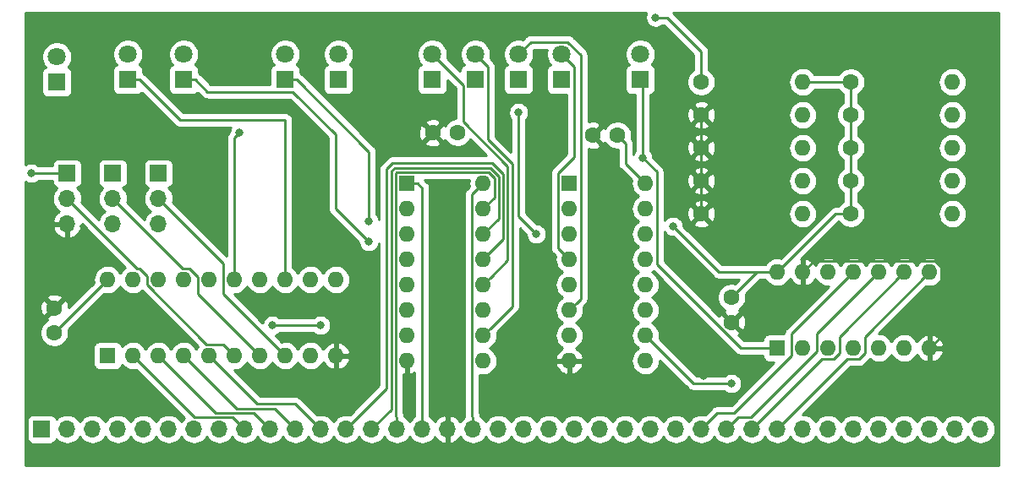
<source format=gbr>
G04 #@! TF.GenerationSoftware,KiCad,Pcbnew,(5.1.4-0-10_14)*
G04 #@! TF.CreationDate,2019-12-15T08:51:47-08:00*
G04 #@! TF.ProjectId,ram-32-word,72616d2d-3332-42d7-976f-72642e6b6963,rev?*
G04 #@! TF.SameCoordinates,Original*
G04 #@! TF.FileFunction,Copper,L2,Bot*
G04 #@! TF.FilePolarity,Positive*
%FSLAX46Y46*%
G04 Gerber Fmt 4.6, Leading zero omitted, Abs format (unit mm)*
G04 Created by KiCad (PCBNEW (5.1.4-0-10_14)) date 2019-12-15 08:51:47*
%MOMM*%
%LPD*%
G04 APERTURE LIST*
%ADD10O,1.600000X1.600000*%
%ADD11C,1.600000*%
%ADD12R,1.600000X1.600000*%
%ADD13O,1.700000X1.700000*%
%ADD14R,1.700000X1.700000*%
%ADD15C,1.800000*%
%ADD16R,1.800000X1.800000*%
%ADD17C,0.800000*%
%ADD18C,0.250000*%
%ADD19C,0.254000*%
G04 APERTURE END LIST*
D10*
X154686000Y-124460000D03*
D11*
X144526000Y-124460000D03*
D10*
X154686000Y-121158000D03*
D11*
X144526000Y-121158000D03*
D10*
X154686000Y-117856000D03*
D11*
X144526000Y-117856000D03*
D10*
X154686000Y-114554000D03*
D11*
X144526000Y-114554000D03*
D10*
X154686000Y-111252000D03*
D11*
X144526000Y-111252000D03*
D10*
X139700000Y-124460000D03*
D11*
X129540000Y-124460000D03*
D10*
X139700000Y-121158000D03*
D11*
X129540000Y-121158000D03*
D10*
X139700000Y-117856000D03*
D11*
X129540000Y-117856000D03*
D10*
X139700000Y-114554000D03*
D11*
X129540000Y-114554000D03*
D10*
X139700000Y-111252000D03*
D11*
X129540000Y-111252000D03*
X102656000Y-116332000D03*
X105156000Y-116332000D03*
X118658000Y-116586000D03*
X121158000Y-116586000D03*
X64770000Y-133898000D03*
X64770000Y-136398000D03*
X132588000Y-135342000D03*
X132588000Y-132842000D03*
D10*
X123952000Y-121412000D03*
X116332000Y-139192000D03*
X123952000Y-123952000D03*
X116332000Y-136652000D03*
X123952000Y-126492000D03*
X116332000Y-134112000D03*
X123952000Y-129032000D03*
X116332000Y-131572000D03*
X123952000Y-131572000D03*
X116332000Y-129032000D03*
X123952000Y-134112000D03*
X116332000Y-126492000D03*
X123952000Y-136652000D03*
X116332000Y-123952000D03*
X123952000Y-139192000D03*
D12*
X116332000Y-121412000D03*
D10*
X107696000Y-121412000D03*
X100076000Y-139192000D03*
X107696000Y-123952000D03*
X100076000Y-136652000D03*
X107696000Y-126492000D03*
X100076000Y-134112000D03*
X107696000Y-129032000D03*
X100076000Y-131572000D03*
X107696000Y-131572000D03*
X100076000Y-129032000D03*
X107696000Y-134112000D03*
X100076000Y-126492000D03*
X107696000Y-136652000D03*
X100076000Y-123952000D03*
X107696000Y-139192000D03*
D12*
X100076000Y-121412000D03*
D10*
X70104000Y-131064000D03*
X92964000Y-138684000D03*
X72644000Y-131064000D03*
X90424000Y-138684000D03*
X75184000Y-131064000D03*
X87884000Y-138684000D03*
X77724000Y-131064000D03*
X85344000Y-138684000D03*
X80264000Y-131064000D03*
X82804000Y-138684000D03*
X82804000Y-131064000D03*
X80264000Y-138684000D03*
X85344000Y-131064000D03*
X77724000Y-138684000D03*
X87884000Y-131064000D03*
X75184000Y-138684000D03*
X90424000Y-131064000D03*
X72644000Y-138684000D03*
X92964000Y-131064000D03*
D12*
X70104000Y-138684000D03*
D10*
X137160000Y-130302000D03*
X152400000Y-137922000D03*
X139700000Y-130302000D03*
X149860000Y-137922000D03*
X142240000Y-130302000D03*
X147320000Y-137922000D03*
X144780000Y-130302000D03*
X144780000Y-137922000D03*
X147320000Y-130302000D03*
X142240000Y-137922000D03*
X149860000Y-130302000D03*
X139700000Y-137922000D03*
X152400000Y-130302000D03*
D12*
X137160000Y-137922000D03*
D13*
X157480000Y-146050000D03*
X154940000Y-146050000D03*
X152400000Y-146050000D03*
X149860000Y-146050000D03*
X147320000Y-146050000D03*
X144780000Y-146050000D03*
X142240000Y-146050000D03*
X139700000Y-146050000D03*
X137160000Y-146050000D03*
X134620000Y-146050000D03*
X132080000Y-146050000D03*
X129540000Y-146050000D03*
X127000000Y-146050000D03*
X124460000Y-146050000D03*
X121920000Y-146050000D03*
X119380000Y-146050000D03*
X116840000Y-146050000D03*
X114300000Y-146050000D03*
X111760000Y-146050000D03*
X109220000Y-146050000D03*
X106680000Y-146050000D03*
X104140000Y-146050000D03*
X101600000Y-146050000D03*
X99060000Y-146050000D03*
X96520000Y-146050000D03*
X93980000Y-146050000D03*
X91440000Y-146050000D03*
X88900000Y-146050000D03*
X86360000Y-146050000D03*
X83820000Y-146050000D03*
X81280000Y-146050000D03*
X78740000Y-146050000D03*
X76200000Y-146050000D03*
X73660000Y-146050000D03*
X71120000Y-146050000D03*
X68580000Y-146050000D03*
X66040000Y-146050000D03*
D14*
X63500000Y-146050000D03*
D13*
X75184000Y-125476000D03*
X75184000Y-122936000D03*
D14*
X75184000Y-120396000D03*
D13*
X70612000Y-125476000D03*
X70612000Y-122936000D03*
D14*
X70612000Y-120396000D03*
D13*
X66040000Y-125476000D03*
X66040000Y-122936000D03*
D14*
X66040000Y-120396000D03*
D15*
X123444000Y-108458000D03*
D16*
X123444000Y-110998000D03*
D15*
X93218000Y-108458000D03*
D16*
X93218000Y-110998000D03*
D15*
X87884000Y-108458000D03*
D16*
X87884000Y-110998000D03*
D15*
X77724000Y-108458000D03*
D16*
X77724000Y-110998000D03*
D15*
X72136000Y-108458000D03*
D16*
X72136000Y-110998000D03*
D15*
X115570000Y-108458000D03*
D16*
X115570000Y-110998000D03*
D15*
X111252000Y-108458000D03*
D16*
X111252000Y-110998000D03*
D15*
X106934000Y-108458000D03*
D16*
X106934000Y-110998000D03*
D15*
X102616000Y-108458000D03*
D16*
X102616000Y-110998000D03*
D15*
X65024000Y-108712000D03*
D16*
X65024000Y-111252000D03*
D17*
X124968000Y-104769010D03*
X132588000Y-141478000D03*
X86614000Y-135636000D03*
X91440000Y-135636000D03*
X96266000Y-127254000D03*
X96266000Y-125222000D03*
X83312000Y-116332000D03*
X111252000Y-114300000D03*
X113030000Y-126492000D03*
X123698000Y-118872000D03*
X116332000Y-142494000D03*
X129794000Y-140716000D03*
X128524000Y-135382000D03*
X62484000Y-120396000D03*
X126746000Y-125730000D03*
D18*
X124968000Y-104769010D02*
X126105010Y-104769010D01*
X126105010Y-104769010D02*
X129540000Y-108204000D01*
X129540000Y-108204000D02*
X129540000Y-111252000D01*
X145905001Y-136796999D02*
X152400000Y-130302000D01*
X145905001Y-138462001D02*
X145905001Y-136796999D01*
X145320001Y-139047001D02*
X145905001Y-138462001D01*
X144162999Y-139047001D02*
X145320001Y-139047001D01*
X137160000Y-146050000D02*
X144162999Y-139047001D01*
X110171031Y-129096969D02*
X108495999Y-130772001D01*
X110171031Y-119682029D02*
X110171031Y-129096969D01*
X108495999Y-130772001D02*
X107696000Y-131572000D01*
X105708999Y-115219997D02*
X110171031Y-119682029D01*
X105708999Y-111550999D02*
X105708999Y-115219997D01*
X102616000Y-108458000D02*
X105708999Y-111550999D01*
X143365001Y-136796999D02*
X149860000Y-130302000D01*
X143365001Y-138462001D02*
X143365001Y-136796999D01*
X142780001Y-139047001D02*
X143365001Y-138462001D01*
X141622999Y-139047001D02*
X142780001Y-139047001D01*
X134620000Y-146050000D02*
X141622999Y-139047001D01*
X128778000Y-141478000D02*
X123952000Y-136652000D01*
X132588000Y-141478000D02*
X128778000Y-141478000D01*
X108495999Y-135852001D02*
X107696000Y-136652000D01*
X110621041Y-133726959D02*
X108495999Y-135852001D01*
X110621041Y-119495629D02*
X110621041Y-133726959D01*
X108159001Y-117033589D02*
X110621041Y-119495629D01*
X108159001Y-109683001D02*
X108159001Y-117033589D01*
X106934000Y-108458000D02*
X108159001Y-109683001D01*
X141114999Y-136507001D02*
X147320000Y-130302000D01*
X141114999Y-138285001D02*
X141114999Y-136507001D01*
X134525001Y-144874999D02*
X141114999Y-138285001D01*
X133255001Y-144874999D02*
X134525001Y-144874999D01*
X132080000Y-146050000D02*
X133255001Y-144874999D01*
X117131999Y-133312001D02*
X116332000Y-134112000D01*
X117457001Y-108531999D02*
X117457001Y-132986999D01*
X116158001Y-107232999D02*
X117457001Y-108531999D01*
X117457001Y-132986999D02*
X117131999Y-133312001D01*
X112477001Y-107232999D02*
X116158001Y-107232999D01*
X111252000Y-108458000D02*
X112477001Y-107232999D01*
X138574999Y-136507001D02*
X144780000Y-130302000D01*
X138574999Y-138692003D02*
X138574999Y-136507001D01*
X132842012Y-144424990D02*
X138574999Y-138692003D01*
X131165010Y-144424990D02*
X132842012Y-144424990D01*
X129540000Y-146050000D02*
X131165010Y-144424990D01*
X115532001Y-128232001D02*
X116332000Y-129032000D01*
X115206999Y-127906999D02*
X115532001Y-128232001D01*
X115206999Y-120351999D02*
X115206999Y-127906999D01*
X116795001Y-118763997D02*
X115206999Y-120351999D01*
X116795001Y-109683001D02*
X116795001Y-118763997D01*
X115570000Y-108458000D02*
X116795001Y-109683001D01*
X87884000Y-131064000D02*
X87884000Y-115062000D01*
X73286000Y-110998000D02*
X72136000Y-110998000D01*
X77350000Y-115062000D02*
X73286000Y-110998000D01*
X87884000Y-115062000D02*
X77350000Y-115062000D01*
X86614000Y-135636000D02*
X91440000Y-135636000D01*
X78874000Y-110998000D02*
X77724000Y-110998000D01*
X80099001Y-112223001D02*
X78874000Y-110998000D01*
X88658003Y-112223001D02*
X80099001Y-112223001D01*
X92964000Y-116528998D02*
X88658003Y-112223001D01*
X92964000Y-123952000D02*
X92964000Y-116528998D01*
X96266000Y-127254000D02*
X92964000Y-123952000D01*
X96266000Y-118230000D02*
X89034000Y-110998000D01*
X89034000Y-110998000D02*
X87884000Y-110998000D01*
X96266000Y-125222000D02*
X96266000Y-118230000D01*
X82804000Y-131064000D02*
X82804000Y-116840000D01*
X82804000Y-116840000D02*
X83312000Y-116332000D01*
X111252000Y-114300000D02*
X111252000Y-124714000D01*
X111252000Y-124714000D02*
X113030000Y-126492000D01*
X113030000Y-126492000D02*
X113030000Y-126492000D01*
X123698000Y-111252000D02*
X123444000Y-110998000D01*
X123698000Y-118872000D02*
X123698000Y-111252000D01*
X133502998Y-137922000D02*
X137160000Y-137922000D01*
X125077001Y-120251001D02*
X125077001Y-129496003D01*
X125077001Y-129496003D02*
X133502998Y-137922000D01*
X123698000Y-118872000D02*
X125077001Y-120251001D01*
X140825001Y-129176999D02*
X139700000Y-130302000D01*
X153525001Y-129761999D02*
X152940001Y-129176999D01*
X152940001Y-129176999D02*
X140825001Y-129176999D01*
X153525001Y-136796999D02*
X153525001Y-129761999D01*
X152400000Y-137922000D02*
X153525001Y-136796999D01*
X66040000Y-132628000D02*
X64770000Y-133898000D01*
X66040000Y-125476000D02*
X66040000Y-132628000D01*
X116332000Y-139192000D02*
X116332000Y-142494000D01*
X129540000Y-114554000D02*
X129540000Y-117856000D01*
X129540000Y-117856000D02*
X129540000Y-121158000D01*
X129540000Y-121158000D02*
X129540000Y-124460000D01*
X129794000Y-140150315D02*
X128524000Y-138880315D01*
X129794000Y-140716000D02*
X129794000Y-140150315D01*
X128524000Y-138880315D02*
X128524000Y-135382000D01*
X128524000Y-135382000D02*
X128524000Y-135382000D01*
X81678999Y-137558999D02*
X82804000Y-138684000D01*
X80013997Y-137558999D02*
X81678999Y-137558999D01*
X74058999Y-131604001D02*
X80013997Y-137558999D01*
X73296999Y-129938999D02*
X74058999Y-130700999D01*
X74058999Y-130700999D02*
X74058999Y-131604001D01*
X73042999Y-129938999D02*
X73296999Y-129938999D01*
X66040000Y-122936000D02*
X73042999Y-129938999D01*
X70104000Y-131064000D02*
X64770000Y-136398000D01*
X106570999Y-122537001D02*
X107696000Y-121412000D01*
X106570999Y-144738918D02*
X106570999Y-122537001D01*
X106680000Y-144847919D02*
X106570999Y-144738918D01*
X106680000Y-146050000D02*
X106680000Y-144847919D01*
X62484000Y-120396000D02*
X66040000Y-120396000D01*
X121957999Y-119417999D02*
X123152001Y-120612001D01*
X121957999Y-117385999D02*
X121957999Y-119417999D01*
X123152001Y-120612001D02*
X123952000Y-121412000D01*
X121158000Y-116586000D02*
X121957999Y-117385999D01*
X139700000Y-111252000D02*
X144526000Y-111252000D01*
X144526000Y-114554000D02*
X144526000Y-111252000D01*
X144526000Y-114554000D02*
X144526000Y-117856000D01*
X144526000Y-117856000D02*
X144526000Y-121158000D01*
X144526000Y-121158000D02*
X144526000Y-124460000D01*
X143002000Y-124460000D02*
X137160000Y-130302000D01*
X144526000Y-124460000D02*
X143002000Y-124460000D01*
X135128000Y-130302000D02*
X132588000Y-132842000D01*
X137160000Y-130302000D02*
X135128000Y-130302000D01*
X135128000Y-130302000D02*
X131318000Y-130302000D01*
X131318000Y-130302000D02*
X126746000Y-125730000D01*
X126746000Y-125730000D02*
X126492000Y-125476000D01*
X79138999Y-132478999D02*
X85344000Y-138684000D01*
X79138999Y-130813997D02*
X79138999Y-132478999D01*
X78264001Y-129938999D02*
X79138999Y-130813997D01*
X77614999Y-129938999D02*
X78264001Y-129938999D01*
X70612000Y-122936000D02*
X77614999Y-129938999D01*
X81678999Y-132478999D02*
X87884000Y-138684000D01*
X81678999Y-129430999D02*
X81678999Y-132478999D01*
X75184000Y-122936000D02*
X81678999Y-129430999D01*
X101126000Y-121412000D02*
X100076000Y-121412000D01*
X101600000Y-121886000D02*
X101126000Y-121412000D01*
X101600000Y-146050000D02*
X101600000Y-121886000D01*
X108821001Y-122826999D02*
X107696000Y-123952000D01*
X108236001Y-120286999D02*
X108821001Y-120871999D01*
X108821001Y-120871999D02*
X108821001Y-122826999D01*
X99015999Y-120286999D02*
X108236001Y-120286999D01*
X98950999Y-120351999D02*
X99015999Y-120286999D01*
X98950999Y-144738918D02*
X98950999Y-120351999D01*
X99060000Y-144847919D02*
X98950999Y-144738918D01*
X99060000Y-146050000D02*
X99060000Y-144847919D01*
X109271011Y-124916989D02*
X107696000Y-126492000D01*
X109271011Y-120685599D02*
X109271011Y-124916989D01*
X108422402Y-119836990D02*
X109271011Y-120685599D01*
X98829599Y-119836989D02*
X108422402Y-119836990D01*
X98500990Y-120165598D02*
X98829599Y-119836989D01*
X98500989Y-144069011D02*
X98500990Y-120165598D01*
X96520000Y-146050000D02*
X98500989Y-144069011D01*
X109721021Y-127006979D02*
X107696000Y-129032000D01*
X109721021Y-120499199D02*
X109721021Y-127006979D01*
X98643200Y-119386980D02*
X108608803Y-119386981D01*
X98050981Y-119979197D02*
X98643200Y-119386980D01*
X108608803Y-119386981D02*
X109721021Y-120499199D01*
X98050981Y-141979019D02*
X98050981Y-119979197D01*
X93980000Y-146050000D02*
X98050981Y-141979019D01*
X85104969Y-143524969D02*
X80264000Y-138684000D01*
X88914969Y-143524969D02*
X85104969Y-143524969D01*
X91440000Y-146050000D02*
X88914969Y-143524969D01*
X83014979Y-143974979D02*
X77724000Y-138684000D01*
X86824979Y-143974979D02*
X83014979Y-143974979D01*
X88900000Y-146050000D02*
X86824979Y-143974979D01*
X80924989Y-144424989D02*
X75184000Y-138684000D01*
X84734989Y-144424989D02*
X80924989Y-144424989D01*
X86360000Y-146050000D02*
X84734989Y-144424989D01*
X78834999Y-144874999D02*
X72644000Y-138684000D01*
X82644999Y-144874999D02*
X78834999Y-144874999D01*
X83820000Y-146050000D02*
X82644999Y-144874999D01*
D19*
G36*
X123972774Y-104467112D02*
G01*
X123933000Y-104667071D01*
X123933000Y-104870949D01*
X123972774Y-105070908D01*
X124050795Y-105259266D01*
X124164063Y-105428784D01*
X124308226Y-105572947D01*
X124477744Y-105686215D01*
X124666102Y-105764236D01*
X124866061Y-105804010D01*
X125069939Y-105804010D01*
X125269898Y-105764236D01*
X125458256Y-105686215D01*
X125627774Y-105572947D01*
X125671711Y-105529010D01*
X125790209Y-105529010D01*
X128780000Y-108518803D01*
X128780001Y-110033956D01*
X128625241Y-110137363D01*
X128425363Y-110337241D01*
X128268320Y-110572273D01*
X128160147Y-110833426D01*
X128105000Y-111110665D01*
X128105000Y-111393335D01*
X128160147Y-111670574D01*
X128268320Y-111931727D01*
X128425363Y-112166759D01*
X128625241Y-112366637D01*
X128860273Y-112523680D01*
X129121426Y-112631853D01*
X129398665Y-112687000D01*
X129681335Y-112687000D01*
X129958574Y-112631853D01*
X130219727Y-112523680D01*
X130454759Y-112366637D01*
X130654637Y-112166759D01*
X130811680Y-111931727D01*
X130919853Y-111670574D01*
X130975000Y-111393335D01*
X130975000Y-111110665D01*
X130919853Y-110833426D01*
X130811680Y-110572273D01*
X130654637Y-110337241D01*
X130454759Y-110137363D01*
X130300000Y-110033957D01*
X130300000Y-108241322D01*
X130303676Y-108203999D01*
X130300000Y-108166676D01*
X130300000Y-108166667D01*
X130289003Y-108055014D01*
X130245546Y-107911753D01*
X130174974Y-107779724D01*
X130137035Y-107733495D01*
X130103799Y-107692996D01*
X130103795Y-107692992D01*
X130080001Y-107663999D01*
X130051009Y-107640206D01*
X126727801Y-104317000D01*
X159335001Y-104317000D01*
X159335000Y-149683000D01*
X61899000Y-149683000D01*
X61899000Y-133968512D01*
X63329783Y-133968512D01*
X63371213Y-134248130D01*
X63466397Y-134514292D01*
X63533329Y-134639514D01*
X63777298Y-134711097D01*
X64590395Y-133898000D01*
X63777298Y-133084903D01*
X63533329Y-133156486D01*
X63412429Y-133411996D01*
X63343700Y-133686184D01*
X63329783Y-133968512D01*
X61899000Y-133968512D01*
X61899000Y-132905298D01*
X63956903Y-132905298D01*
X64770000Y-133718395D01*
X65583097Y-132905298D01*
X65511514Y-132661329D01*
X65256004Y-132540429D01*
X64981816Y-132471700D01*
X64699488Y-132457783D01*
X64419870Y-132499213D01*
X64153708Y-132594397D01*
X64028486Y-132661329D01*
X63956903Y-132905298D01*
X61899000Y-132905298D01*
X61899000Y-125832890D01*
X64598524Y-125832890D01*
X64643175Y-125980099D01*
X64768359Y-126242920D01*
X64942412Y-126476269D01*
X65158645Y-126671178D01*
X65408748Y-126820157D01*
X65683109Y-126917481D01*
X65913000Y-126796814D01*
X65913000Y-125603000D01*
X64719845Y-125603000D01*
X64598524Y-125832890D01*
X61899000Y-125832890D01*
X61899000Y-121249899D01*
X61993744Y-121313205D01*
X62182102Y-121391226D01*
X62382061Y-121431000D01*
X62585939Y-121431000D01*
X62785898Y-121391226D01*
X62974256Y-121313205D01*
X63143774Y-121199937D01*
X63187711Y-121156000D01*
X64551928Y-121156000D01*
X64551928Y-121246000D01*
X64564188Y-121370482D01*
X64600498Y-121490180D01*
X64659463Y-121600494D01*
X64738815Y-121697185D01*
X64835506Y-121776537D01*
X64945820Y-121835502D01*
X65014687Y-121856393D01*
X64984866Y-121880866D01*
X64799294Y-122106986D01*
X64661401Y-122364966D01*
X64576487Y-122644889D01*
X64547815Y-122936000D01*
X64576487Y-123227111D01*
X64661401Y-123507034D01*
X64799294Y-123765014D01*
X64984866Y-123991134D01*
X65210986Y-124176706D01*
X65275523Y-124211201D01*
X65158645Y-124280822D01*
X64942412Y-124475731D01*
X64768359Y-124709080D01*
X64643175Y-124971901D01*
X64598524Y-125119110D01*
X64719845Y-125349000D01*
X65913000Y-125349000D01*
X65913000Y-125329000D01*
X66167000Y-125329000D01*
X66167000Y-125349000D01*
X66187000Y-125349000D01*
X66187000Y-125603000D01*
X66167000Y-125603000D01*
X66167000Y-126796814D01*
X66396891Y-126917481D01*
X66671252Y-126820157D01*
X66921355Y-126671178D01*
X67137588Y-126476269D01*
X67311641Y-126242920D01*
X67436825Y-125980099D01*
X67481476Y-125832890D01*
X67360156Y-125603002D01*
X67525000Y-125603002D01*
X67525000Y-125495801D01*
X71876374Y-129847175D01*
X71842899Y-129865068D01*
X71624392Y-130044392D01*
X71445068Y-130262899D01*
X71374000Y-130395858D01*
X71302932Y-130262899D01*
X71123608Y-130044392D01*
X70905101Y-129865068D01*
X70655808Y-129731818D01*
X70385309Y-129649764D01*
X70174492Y-129629000D01*
X70033508Y-129629000D01*
X69822691Y-129649764D01*
X69552192Y-129731818D01*
X69302899Y-129865068D01*
X69084392Y-130044392D01*
X68905068Y-130262899D01*
X68771818Y-130512192D01*
X68689764Y-130782691D01*
X68662057Y-131064000D01*
X68689764Y-131345309D01*
X68703292Y-131389906D01*
X66207340Y-133885859D01*
X66210217Y-133827488D01*
X66168787Y-133547870D01*
X66073603Y-133281708D01*
X66006671Y-133156486D01*
X65762702Y-133084903D01*
X64949605Y-133898000D01*
X64963748Y-133912143D01*
X64784143Y-134091748D01*
X64770000Y-134077605D01*
X63956903Y-134890702D01*
X64028486Y-135134671D01*
X64057341Y-135148324D01*
X63855241Y-135283363D01*
X63655363Y-135483241D01*
X63498320Y-135718273D01*
X63390147Y-135979426D01*
X63335000Y-136256665D01*
X63335000Y-136539335D01*
X63390147Y-136816574D01*
X63498320Y-137077727D01*
X63655363Y-137312759D01*
X63855241Y-137512637D01*
X64090273Y-137669680D01*
X64351426Y-137777853D01*
X64628665Y-137833000D01*
X64911335Y-137833000D01*
X65188574Y-137777853D01*
X65449727Y-137669680D01*
X65684759Y-137512637D01*
X65884637Y-137312759D01*
X66041680Y-137077727D01*
X66149853Y-136816574D01*
X66205000Y-136539335D01*
X66205000Y-136256665D01*
X66168688Y-136074113D01*
X69778094Y-132464708D01*
X69822691Y-132478236D01*
X70033508Y-132499000D01*
X70174492Y-132499000D01*
X70385309Y-132478236D01*
X70655808Y-132396182D01*
X70905101Y-132262932D01*
X71123608Y-132083608D01*
X71302932Y-131865101D01*
X71374000Y-131732142D01*
X71445068Y-131865101D01*
X71624392Y-132083608D01*
X71842899Y-132262932D01*
X72092192Y-132396182D01*
X72362691Y-132478236D01*
X72573508Y-132499000D01*
X72714492Y-132499000D01*
X72925309Y-132478236D01*
X73195808Y-132396182D01*
X73445101Y-132262932D01*
X73553867Y-132173670D01*
X79154330Y-137774133D01*
X79065068Y-137882899D01*
X78994000Y-138015858D01*
X78922932Y-137882899D01*
X78743608Y-137664392D01*
X78525101Y-137485068D01*
X78275808Y-137351818D01*
X78005309Y-137269764D01*
X77794492Y-137249000D01*
X77653508Y-137249000D01*
X77442691Y-137269764D01*
X77172192Y-137351818D01*
X76922899Y-137485068D01*
X76704392Y-137664392D01*
X76525068Y-137882899D01*
X76454000Y-138015858D01*
X76382932Y-137882899D01*
X76203608Y-137664392D01*
X75985101Y-137485068D01*
X75735808Y-137351818D01*
X75465309Y-137269764D01*
X75254492Y-137249000D01*
X75113508Y-137249000D01*
X74902691Y-137269764D01*
X74632192Y-137351818D01*
X74382899Y-137485068D01*
X74164392Y-137664392D01*
X73985068Y-137882899D01*
X73914000Y-138015858D01*
X73842932Y-137882899D01*
X73663608Y-137664392D01*
X73445101Y-137485068D01*
X73195808Y-137351818D01*
X72925309Y-137269764D01*
X72714492Y-137249000D01*
X72573508Y-137249000D01*
X72362691Y-137269764D01*
X72092192Y-137351818D01*
X71842899Y-137485068D01*
X71624392Y-137664392D01*
X71531581Y-137777482D01*
X71529812Y-137759518D01*
X71493502Y-137639820D01*
X71434537Y-137529506D01*
X71355185Y-137432815D01*
X71258494Y-137353463D01*
X71148180Y-137294498D01*
X71028482Y-137258188D01*
X70904000Y-137245928D01*
X69304000Y-137245928D01*
X69179518Y-137258188D01*
X69059820Y-137294498D01*
X68949506Y-137353463D01*
X68852815Y-137432815D01*
X68773463Y-137529506D01*
X68714498Y-137639820D01*
X68678188Y-137759518D01*
X68665928Y-137884000D01*
X68665928Y-139484000D01*
X68678188Y-139608482D01*
X68714498Y-139728180D01*
X68773463Y-139838494D01*
X68852815Y-139935185D01*
X68949506Y-140014537D01*
X69059820Y-140073502D01*
X69179518Y-140109812D01*
X69304000Y-140122072D01*
X70904000Y-140122072D01*
X71028482Y-140109812D01*
X71148180Y-140073502D01*
X71258494Y-140014537D01*
X71355185Y-139935185D01*
X71434537Y-139838494D01*
X71493502Y-139728180D01*
X71529812Y-139608482D01*
X71531581Y-139590518D01*
X71624392Y-139703608D01*
X71842899Y-139882932D01*
X72092192Y-140016182D01*
X72362691Y-140098236D01*
X72573508Y-140119000D01*
X72714492Y-140119000D01*
X72925309Y-140098236D01*
X72969907Y-140084708D01*
X77792078Y-144906880D01*
X77684866Y-144994866D01*
X77499294Y-145220986D01*
X77470000Y-145275791D01*
X77440706Y-145220986D01*
X77255134Y-144994866D01*
X77029014Y-144809294D01*
X76771034Y-144671401D01*
X76491111Y-144586487D01*
X76272950Y-144565000D01*
X76127050Y-144565000D01*
X75908889Y-144586487D01*
X75628966Y-144671401D01*
X75370986Y-144809294D01*
X75144866Y-144994866D01*
X74959294Y-145220986D01*
X74930000Y-145275791D01*
X74900706Y-145220986D01*
X74715134Y-144994866D01*
X74489014Y-144809294D01*
X74231034Y-144671401D01*
X73951111Y-144586487D01*
X73732950Y-144565000D01*
X73587050Y-144565000D01*
X73368889Y-144586487D01*
X73088966Y-144671401D01*
X72830986Y-144809294D01*
X72604866Y-144994866D01*
X72419294Y-145220986D01*
X72390000Y-145275791D01*
X72360706Y-145220986D01*
X72175134Y-144994866D01*
X71949014Y-144809294D01*
X71691034Y-144671401D01*
X71411111Y-144586487D01*
X71192950Y-144565000D01*
X71047050Y-144565000D01*
X70828889Y-144586487D01*
X70548966Y-144671401D01*
X70290986Y-144809294D01*
X70064866Y-144994866D01*
X69879294Y-145220986D01*
X69850000Y-145275791D01*
X69820706Y-145220986D01*
X69635134Y-144994866D01*
X69409014Y-144809294D01*
X69151034Y-144671401D01*
X68871111Y-144586487D01*
X68652950Y-144565000D01*
X68507050Y-144565000D01*
X68288889Y-144586487D01*
X68008966Y-144671401D01*
X67750986Y-144809294D01*
X67524866Y-144994866D01*
X67339294Y-145220986D01*
X67310000Y-145275791D01*
X67280706Y-145220986D01*
X67095134Y-144994866D01*
X66869014Y-144809294D01*
X66611034Y-144671401D01*
X66331111Y-144586487D01*
X66112950Y-144565000D01*
X65967050Y-144565000D01*
X65748889Y-144586487D01*
X65468966Y-144671401D01*
X65210986Y-144809294D01*
X64984866Y-144994866D01*
X64960393Y-145024687D01*
X64939502Y-144955820D01*
X64880537Y-144845506D01*
X64801185Y-144748815D01*
X64704494Y-144669463D01*
X64594180Y-144610498D01*
X64474482Y-144574188D01*
X64350000Y-144561928D01*
X62650000Y-144561928D01*
X62525518Y-144574188D01*
X62405820Y-144610498D01*
X62295506Y-144669463D01*
X62198815Y-144748815D01*
X62119463Y-144845506D01*
X62060498Y-144955820D01*
X62024188Y-145075518D01*
X62011928Y-145200000D01*
X62011928Y-146900000D01*
X62024188Y-147024482D01*
X62060498Y-147144180D01*
X62119463Y-147254494D01*
X62198815Y-147351185D01*
X62295506Y-147430537D01*
X62405820Y-147489502D01*
X62525518Y-147525812D01*
X62650000Y-147538072D01*
X64350000Y-147538072D01*
X64474482Y-147525812D01*
X64594180Y-147489502D01*
X64704494Y-147430537D01*
X64801185Y-147351185D01*
X64880537Y-147254494D01*
X64939502Y-147144180D01*
X64960393Y-147075313D01*
X64984866Y-147105134D01*
X65210986Y-147290706D01*
X65468966Y-147428599D01*
X65748889Y-147513513D01*
X65967050Y-147535000D01*
X66112950Y-147535000D01*
X66331111Y-147513513D01*
X66611034Y-147428599D01*
X66869014Y-147290706D01*
X67095134Y-147105134D01*
X67280706Y-146879014D01*
X67310000Y-146824209D01*
X67339294Y-146879014D01*
X67524866Y-147105134D01*
X67750986Y-147290706D01*
X68008966Y-147428599D01*
X68288889Y-147513513D01*
X68507050Y-147535000D01*
X68652950Y-147535000D01*
X68871111Y-147513513D01*
X69151034Y-147428599D01*
X69409014Y-147290706D01*
X69635134Y-147105134D01*
X69820706Y-146879014D01*
X69850000Y-146824209D01*
X69879294Y-146879014D01*
X70064866Y-147105134D01*
X70290986Y-147290706D01*
X70548966Y-147428599D01*
X70828889Y-147513513D01*
X71047050Y-147535000D01*
X71192950Y-147535000D01*
X71411111Y-147513513D01*
X71691034Y-147428599D01*
X71949014Y-147290706D01*
X72175134Y-147105134D01*
X72360706Y-146879014D01*
X72390000Y-146824209D01*
X72419294Y-146879014D01*
X72604866Y-147105134D01*
X72830986Y-147290706D01*
X73088966Y-147428599D01*
X73368889Y-147513513D01*
X73587050Y-147535000D01*
X73732950Y-147535000D01*
X73951111Y-147513513D01*
X74231034Y-147428599D01*
X74489014Y-147290706D01*
X74715134Y-147105134D01*
X74900706Y-146879014D01*
X74930000Y-146824209D01*
X74959294Y-146879014D01*
X75144866Y-147105134D01*
X75370986Y-147290706D01*
X75628966Y-147428599D01*
X75908889Y-147513513D01*
X76127050Y-147535000D01*
X76272950Y-147535000D01*
X76491111Y-147513513D01*
X76771034Y-147428599D01*
X77029014Y-147290706D01*
X77255134Y-147105134D01*
X77440706Y-146879014D01*
X77470000Y-146824209D01*
X77499294Y-146879014D01*
X77684866Y-147105134D01*
X77910986Y-147290706D01*
X78168966Y-147428599D01*
X78448889Y-147513513D01*
X78667050Y-147535000D01*
X78812950Y-147535000D01*
X79031111Y-147513513D01*
X79311034Y-147428599D01*
X79569014Y-147290706D01*
X79795134Y-147105134D01*
X79980706Y-146879014D01*
X80010000Y-146824209D01*
X80039294Y-146879014D01*
X80224866Y-147105134D01*
X80450986Y-147290706D01*
X80708966Y-147428599D01*
X80988889Y-147513513D01*
X81207050Y-147535000D01*
X81352950Y-147535000D01*
X81571111Y-147513513D01*
X81851034Y-147428599D01*
X82109014Y-147290706D01*
X82335134Y-147105134D01*
X82520706Y-146879014D01*
X82550000Y-146824209D01*
X82579294Y-146879014D01*
X82764866Y-147105134D01*
X82990986Y-147290706D01*
X83248966Y-147428599D01*
X83528889Y-147513513D01*
X83747050Y-147535000D01*
X83892950Y-147535000D01*
X84111111Y-147513513D01*
X84391034Y-147428599D01*
X84649014Y-147290706D01*
X84875134Y-147105134D01*
X85060706Y-146879014D01*
X85090000Y-146824209D01*
X85119294Y-146879014D01*
X85304866Y-147105134D01*
X85530986Y-147290706D01*
X85788966Y-147428599D01*
X86068889Y-147513513D01*
X86287050Y-147535000D01*
X86432950Y-147535000D01*
X86651111Y-147513513D01*
X86931034Y-147428599D01*
X87189014Y-147290706D01*
X87415134Y-147105134D01*
X87600706Y-146879014D01*
X87630000Y-146824209D01*
X87659294Y-146879014D01*
X87844866Y-147105134D01*
X88070986Y-147290706D01*
X88328966Y-147428599D01*
X88608889Y-147513513D01*
X88827050Y-147535000D01*
X88972950Y-147535000D01*
X89191111Y-147513513D01*
X89471034Y-147428599D01*
X89729014Y-147290706D01*
X89955134Y-147105134D01*
X90140706Y-146879014D01*
X90170000Y-146824209D01*
X90199294Y-146879014D01*
X90384866Y-147105134D01*
X90610986Y-147290706D01*
X90868966Y-147428599D01*
X91148889Y-147513513D01*
X91367050Y-147535000D01*
X91512950Y-147535000D01*
X91731111Y-147513513D01*
X92011034Y-147428599D01*
X92269014Y-147290706D01*
X92495134Y-147105134D01*
X92680706Y-146879014D01*
X92710000Y-146824209D01*
X92739294Y-146879014D01*
X92924866Y-147105134D01*
X93150986Y-147290706D01*
X93408966Y-147428599D01*
X93688889Y-147513513D01*
X93907050Y-147535000D01*
X94052950Y-147535000D01*
X94271111Y-147513513D01*
X94551034Y-147428599D01*
X94809014Y-147290706D01*
X95035134Y-147105134D01*
X95220706Y-146879014D01*
X95250000Y-146824209D01*
X95279294Y-146879014D01*
X95464866Y-147105134D01*
X95690986Y-147290706D01*
X95948966Y-147428599D01*
X96228889Y-147513513D01*
X96447050Y-147535000D01*
X96592950Y-147535000D01*
X96811111Y-147513513D01*
X97091034Y-147428599D01*
X97349014Y-147290706D01*
X97575134Y-147105134D01*
X97760706Y-146879014D01*
X97790000Y-146824209D01*
X97819294Y-146879014D01*
X98004866Y-147105134D01*
X98230986Y-147290706D01*
X98488966Y-147428599D01*
X98768889Y-147513513D01*
X98987050Y-147535000D01*
X99132950Y-147535000D01*
X99351111Y-147513513D01*
X99631034Y-147428599D01*
X99889014Y-147290706D01*
X100115134Y-147105134D01*
X100300706Y-146879014D01*
X100330000Y-146824209D01*
X100359294Y-146879014D01*
X100544866Y-147105134D01*
X100770986Y-147290706D01*
X101028966Y-147428599D01*
X101308889Y-147513513D01*
X101527050Y-147535000D01*
X101672950Y-147535000D01*
X101891111Y-147513513D01*
X102171034Y-147428599D01*
X102429014Y-147290706D01*
X102655134Y-147105134D01*
X102840706Y-146879014D01*
X102875201Y-146814477D01*
X102944822Y-146931355D01*
X103139731Y-147147588D01*
X103373080Y-147321641D01*
X103635901Y-147446825D01*
X103783110Y-147491476D01*
X104013000Y-147370155D01*
X104013000Y-146177000D01*
X103993000Y-146177000D01*
X103993000Y-145923000D01*
X104013000Y-145923000D01*
X104013000Y-144729845D01*
X103783110Y-144608524D01*
X103635901Y-144653175D01*
X103373080Y-144778359D01*
X103139731Y-144952412D01*
X102944822Y-145168645D01*
X102875201Y-145285523D01*
X102840706Y-145220986D01*
X102655134Y-144994866D01*
X102429014Y-144809294D01*
X102360000Y-144772405D01*
X102360000Y-121923322D01*
X102363676Y-121885999D01*
X102360000Y-121848676D01*
X102360000Y-121848667D01*
X102349003Y-121737014D01*
X102305546Y-121593753D01*
X102234974Y-121461724D01*
X102140001Y-121345999D01*
X102110997Y-121322196D01*
X101835800Y-121046999D01*
X106307151Y-121046999D01*
X106281764Y-121130691D01*
X106254057Y-121412000D01*
X106281764Y-121693309D01*
X106295292Y-121737906D01*
X106059997Y-121973202D01*
X106030999Y-121997000D01*
X106007201Y-122025998D01*
X106007200Y-122025999D01*
X105936025Y-122112725D01*
X105865453Y-122244755D01*
X105848384Y-122301026D01*
X105821997Y-122388015D01*
X105821211Y-122395999D01*
X105807323Y-122537001D01*
X105811000Y-122574334D01*
X105810999Y-144701596D01*
X105807323Y-144738918D01*
X105810999Y-144776240D01*
X105810999Y-144776250D01*
X105817001Y-144837185D01*
X105624866Y-144994866D01*
X105439294Y-145220986D01*
X105404799Y-145285523D01*
X105335178Y-145168645D01*
X105140269Y-144952412D01*
X104906920Y-144778359D01*
X104644099Y-144653175D01*
X104496890Y-144608524D01*
X104267000Y-144729845D01*
X104267000Y-145923000D01*
X104287000Y-145923000D01*
X104287000Y-146177000D01*
X104267000Y-146177000D01*
X104267000Y-147370155D01*
X104496890Y-147491476D01*
X104644099Y-147446825D01*
X104906920Y-147321641D01*
X105140269Y-147147588D01*
X105335178Y-146931355D01*
X105404799Y-146814477D01*
X105439294Y-146879014D01*
X105624866Y-147105134D01*
X105850986Y-147290706D01*
X106108966Y-147428599D01*
X106388889Y-147513513D01*
X106607050Y-147535000D01*
X106752950Y-147535000D01*
X106971111Y-147513513D01*
X107251034Y-147428599D01*
X107509014Y-147290706D01*
X107735134Y-147105134D01*
X107920706Y-146879014D01*
X107950000Y-146824209D01*
X107979294Y-146879014D01*
X108164866Y-147105134D01*
X108390986Y-147290706D01*
X108648966Y-147428599D01*
X108928889Y-147513513D01*
X109147050Y-147535000D01*
X109292950Y-147535000D01*
X109511111Y-147513513D01*
X109791034Y-147428599D01*
X110049014Y-147290706D01*
X110275134Y-147105134D01*
X110460706Y-146879014D01*
X110490000Y-146824209D01*
X110519294Y-146879014D01*
X110704866Y-147105134D01*
X110930986Y-147290706D01*
X111188966Y-147428599D01*
X111468889Y-147513513D01*
X111687050Y-147535000D01*
X111832950Y-147535000D01*
X112051111Y-147513513D01*
X112331034Y-147428599D01*
X112589014Y-147290706D01*
X112815134Y-147105134D01*
X113000706Y-146879014D01*
X113030000Y-146824209D01*
X113059294Y-146879014D01*
X113244866Y-147105134D01*
X113470986Y-147290706D01*
X113728966Y-147428599D01*
X114008889Y-147513513D01*
X114227050Y-147535000D01*
X114372950Y-147535000D01*
X114591111Y-147513513D01*
X114871034Y-147428599D01*
X115129014Y-147290706D01*
X115355134Y-147105134D01*
X115540706Y-146879014D01*
X115570000Y-146824209D01*
X115599294Y-146879014D01*
X115784866Y-147105134D01*
X116010986Y-147290706D01*
X116268966Y-147428599D01*
X116548889Y-147513513D01*
X116767050Y-147535000D01*
X116912950Y-147535000D01*
X117131111Y-147513513D01*
X117411034Y-147428599D01*
X117669014Y-147290706D01*
X117895134Y-147105134D01*
X118080706Y-146879014D01*
X118110000Y-146824209D01*
X118139294Y-146879014D01*
X118324866Y-147105134D01*
X118550986Y-147290706D01*
X118808966Y-147428599D01*
X119088889Y-147513513D01*
X119307050Y-147535000D01*
X119452950Y-147535000D01*
X119671111Y-147513513D01*
X119951034Y-147428599D01*
X120209014Y-147290706D01*
X120435134Y-147105134D01*
X120620706Y-146879014D01*
X120650000Y-146824209D01*
X120679294Y-146879014D01*
X120864866Y-147105134D01*
X121090986Y-147290706D01*
X121348966Y-147428599D01*
X121628889Y-147513513D01*
X121847050Y-147535000D01*
X121992950Y-147535000D01*
X122211111Y-147513513D01*
X122491034Y-147428599D01*
X122749014Y-147290706D01*
X122975134Y-147105134D01*
X123160706Y-146879014D01*
X123190000Y-146824209D01*
X123219294Y-146879014D01*
X123404866Y-147105134D01*
X123630986Y-147290706D01*
X123888966Y-147428599D01*
X124168889Y-147513513D01*
X124387050Y-147535000D01*
X124532950Y-147535000D01*
X124751111Y-147513513D01*
X125031034Y-147428599D01*
X125289014Y-147290706D01*
X125515134Y-147105134D01*
X125700706Y-146879014D01*
X125730000Y-146824209D01*
X125759294Y-146879014D01*
X125944866Y-147105134D01*
X126170986Y-147290706D01*
X126428966Y-147428599D01*
X126708889Y-147513513D01*
X126927050Y-147535000D01*
X127072950Y-147535000D01*
X127291111Y-147513513D01*
X127571034Y-147428599D01*
X127829014Y-147290706D01*
X128055134Y-147105134D01*
X128240706Y-146879014D01*
X128270000Y-146824209D01*
X128299294Y-146879014D01*
X128484866Y-147105134D01*
X128710986Y-147290706D01*
X128968966Y-147428599D01*
X129248889Y-147513513D01*
X129467050Y-147535000D01*
X129612950Y-147535000D01*
X129831111Y-147513513D01*
X130111034Y-147428599D01*
X130369014Y-147290706D01*
X130595134Y-147105134D01*
X130780706Y-146879014D01*
X130810000Y-146824209D01*
X130839294Y-146879014D01*
X131024866Y-147105134D01*
X131250986Y-147290706D01*
X131508966Y-147428599D01*
X131788889Y-147513513D01*
X132007050Y-147535000D01*
X132152950Y-147535000D01*
X132371111Y-147513513D01*
X132651034Y-147428599D01*
X132909014Y-147290706D01*
X133135134Y-147105134D01*
X133320706Y-146879014D01*
X133350000Y-146824209D01*
X133379294Y-146879014D01*
X133564866Y-147105134D01*
X133790986Y-147290706D01*
X134048966Y-147428599D01*
X134328889Y-147513513D01*
X134547050Y-147535000D01*
X134692950Y-147535000D01*
X134911111Y-147513513D01*
X135191034Y-147428599D01*
X135449014Y-147290706D01*
X135675134Y-147105134D01*
X135860706Y-146879014D01*
X135890000Y-146824209D01*
X135919294Y-146879014D01*
X136104866Y-147105134D01*
X136330986Y-147290706D01*
X136588966Y-147428599D01*
X136868889Y-147513513D01*
X137087050Y-147535000D01*
X137232950Y-147535000D01*
X137451111Y-147513513D01*
X137731034Y-147428599D01*
X137989014Y-147290706D01*
X138215134Y-147105134D01*
X138400706Y-146879014D01*
X138430000Y-146824209D01*
X138459294Y-146879014D01*
X138644866Y-147105134D01*
X138870986Y-147290706D01*
X139128966Y-147428599D01*
X139408889Y-147513513D01*
X139627050Y-147535000D01*
X139772950Y-147535000D01*
X139991111Y-147513513D01*
X140271034Y-147428599D01*
X140529014Y-147290706D01*
X140755134Y-147105134D01*
X140940706Y-146879014D01*
X140970000Y-146824209D01*
X140999294Y-146879014D01*
X141184866Y-147105134D01*
X141410986Y-147290706D01*
X141668966Y-147428599D01*
X141948889Y-147513513D01*
X142167050Y-147535000D01*
X142312950Y-147535000D01*
X142531111Y-147513513D01*
X142811034Y-147428599D01*
X143069014Y-147290706D01*
X143295134Y-147105134D01*
X143480706Y-146879014D01*
X143510000Y-146824209D01*
X143539294Y-146879014D01*
X143724866Y-147105134D01*
X143950986Y-147290706D01*
X144208966Y-147428599D01*
X144488889Y-147513513D01*
X144707050Y-147535000D01*
X144852950Y-147535000D01*
X145071111Y-147513513D01*
X145351034Y-147428599D01*
X145609014Y-147290706D01*
X145835134Y-147105134D01*
X146020706Y-146879014D01*
X146050000Y-146824209D01*
X146079294Y-146879014D01*
X146264866Y-147105134D01*
X146490986Y-147290706D01*
X146748966Y-147428599D01*
X147028889Y-147513513D01*
X147247050Y-147535000D01*
X147392950Y-147535000D01*
X147611111Y-147513513D01*
X147891034Y-147428599D01*
X148149014Y-147290706D01*
X148375134Y-147105134D01*
X148560706Y-146879014D01*
X148590000Y-146824209D01*
X148619294Y-146879014D01*
X148804866Y-147105134D01*
X149030986Y-147290706D01*
X149288966Y-147428599D01*
X149568889Y-147513513D01*
X149787050Y-147535000D01*
X149932950Y-147535000D01*
X150151111Y-147513513D01*
X150431034Y-147428599D01*
X150689014Y-147290706D01*
X150915134Y-147105134D01*
X151100706Y-146879014D01*
X151130000Y-146824209D01*
X151159294Y-146879014D01*
X151344866Y-147105134D01*
X151570986Y-147290706D01*
X151828966Y-147428599D01*
X152108889Y-147513513D01*
X152327050Y-147535000D01*
X152472950Y-147535000D01*
X152691111Y-147513513D01*
X152971034Y-147428599D01*
X153229014Y-147290706D01*
X153455134Y-147105134D01*
X153640706Y-146879014D01*
X153670000Y-146824209D01*
X153699294Y-146879014D01*
X153884866Y-147105134D01*
X154110986Y-147290706D01*
X154368966Y-147428599D01*
X154648889Y-147513513D01*
X154867050Y-147535000D01*
X155012950Y-147535000D01*
X155231111Y-147513513D01*
X155511034Y-147428599D01*
X155769014Y-147290706D01*
X155995134Y-147105134D01*
X156180706Y-146879014D01*
X156210000Y-146824209D01*
X156239294Y-146879014D01*
X156424866Y-147105134D01*
X156650986Y-147290706D01*
X156908966Y-147428599D01*
X157188889Y-147513513D01*
X157407050Y-147535000D01*
X157552950Y-147535000D01*
X157771111Y-147513513D01*
X158051034Y-147428599D01*
X158309014Y-147290706D01*
X158535134Y-147105134D01*
X158720706Y-146879014D01*
X158858599Y-146621034D01*
X158943513Y-146341111D01*
X158972185Y-146050000D01*
X158943513Y-145758889D01*
X158858599Y-145478966D01*
X158720706Y-145220986D01*
X158535134Y-144994866D01*
X158309014Y-144809294D01*
X158051034Y-144671401D01*
X157771111Y-144586487D01*
X157552950Y-144565000D01*
X157407050Y-144565000D01*
X157188889Y-144586487D01*
X156908966Y-144671401D01*
X156650986Y-144809294D01*
X156424866Y-144994866D01*
X156239294Y-145220986D01*
X156210000Y-145275791D01*
X156180706Y-145220986D01*
X155995134Y-144994866D01*
X155769014Y-144809294D01*
X155511034Y-144671401D01*
X155231111Y-144586487D01*
X155012950Y-144565000D01*
X154867050Y-144565000D01*
X154648889Y-144586487D01*
X154368966Y-144671401D01*
X154110986Y-144809294D01*
X153884866Y-144994866D01*
X153699294Y-145220986D01*
X153670000Y-145275791D01*
X153640706Y-145220986D01*
X153455134Y-144994866D01*
X153229014Y-144809294D01*
X152971034Y-144671401D01*
X152691111Y-144586487D01*
X152472950Y-144565000D01*
X152327050Y-144565000D01*
X152108889Y-144586487D01*
X151828966Y-144671401D01*
X151570986Y-144809294D01*
X151344866Y-144994866D01*
X151159294Y-145220986D01*
X151130000Y-145275791D01*
X151100706Y-145220986D01*
X150915134Y-144994866D01*
X150689014Y-144809294D01*
X150431034Y-144671401D01*
X150151111Y-144586487D01*
X149932950Y-144565000D01*
X149787050Y-144565000D01*
X149568889Y-144586487D01*
X149288966Y-144671401D01*
X149030986Y-144809294D01*
X148804866Y-144994866D01*
X148619294Y-145220986D01*
X148590000Y-145275791D01*
X148560706Y-145220986D01*
X148375134Y-144994866D01*
X148149014Y-144809294D01*
X147891034Y-144671401D01*
X147611111Y-144586487D01*
X147392950Y-144565000D01*
X147247050Y-144565000D01*
X147028889Y-144586487D01*
X146748966Y-144671401D01*
X146490986Y-144809294D01*
X146264866Y-144994866D01*
X146079294Y-145220986D01*
X146050000Y-145275791D01*
X146020706Y-145220986D01*
X145835134Y-144994866D01*
X145609014Y-144809294D01*
X145351034Y-144671401D01*
X145071111Y-144586487D01*
X144852950Y-144565000D01*
X144707050Y-144565000D01*
X144488889Y-144586487D01*
X144208966Y-144671401D01*
X143950986Y-144809294D01*
X143724866Y-144994866D01*
X143539294Y-145220986D01*
X143510000Y-145275791D01*
X143480706Y-145220986D01*
X143295134Y-144994866D01*
X143069014Y-144809294D01*
X142811034Y-144671401D01*
X142531111Y-144586487D01*
X142312950Y-144565000D01*
X142167050Y-144565000D01*
X141948889Y-144586487D01*
X141668966Y-144671401D01*
X141410986Y-144809294D01*
X141184866Y-144994866D01*
X140999294Y-145220986D01*
X140970000Y-145275791D01*
X140940706Y-145220986D01*
X140755134Y-144994866D01*
X140529014Y-144809294D01*
X140271034Y-144671401D01*
X139991111Y-144586487D01*
X139772950Y-144565000D01*
X139719801Y-144565000D01*
X144477801Y-139807001D01*
X145282679Y-139807001D01*
X145320001Y-139810677D01*
X145357323Y-139807001D01*
X145357334Y-139807001D01*
X145468987Y-139796004D01*
X145612248Y-139752547D01*
X145744277Y-139681975D01*
X145860002Y-139587002D01*
X145883804Y-139557999D01*
X146410133Y-139031670D01*
X146518899Y-139120932D01*
X146768192Y-139254182D01*
X147038691Y-139336236D01*
X147249508Y-139357000D01*
X147390492Y-139357000D01*
X147601309Y-139336236D01*
X147871808Y-139254182D01*
X148121101Y-139120932D01*
X148339608Y-138941608D01*
X148518932Y-138723101D01*
X148590000Y-138590142D01*
X148661068Y-138723101D01*
X148840392Y-138941608D01*
X149058899Y-139120932D01*
X149308192Y-139254182D01*
X149578691Y-139336236D01*
X149789508Y-139357000D01*
X149930492Y-139357000D01*
X150141309Y-139336236D01*
X150411808Y-139254182D01*
X150661101Y-139120932D01*
X150879608Y-138941608D01*
X151058932Y-138723101D01*
X151132579Y-138585318D01*
X151247615Y-138777131D01*
X151436586Y-138985519D01*
X151662580Y-139153037D01*
X151916913Y-139273246D01*
X152050961Y-139313904D01*
X152273000Y-139191915D01*
X152273000Y-138049000D01*
X152527000Y-138049000D01*
X152527000Y-139191915D01*
X152749039Y-139313904D01*
X152883087Y-139273246D01*
X153137420Y-139153037D01*
X153363414Y-138985519D01*
X153552385Y-138777131D01*
X153697070Y-138535881D01*
X153791909Y-138271040D01*
X153670624Y-138049000D01*
X152527000Y-138049000D01*
X152273000Y-138049000D01*
X152253000Y-138049000D01*
X152253000Y-137795000D01*
X152273000Y-137795000D01*
X152273000Y-136652085D01*
X152527000Y-136652085D01*
X152527000Y-137795000D01*
X153670624Y-137795000D01*
X153791909Y-137572960D01*
X153697070Y-137308119D01*
X153552385Y-137066869D01*
X153363414Y-136858481D01*
X153137420Y-136690963D01*
X152883087Y-136570754D01*
X152749039Y-136530096D01*
X152527000Y-136652085D01*
X152273000Y-136652085D01*
X152050961Y-136530096D01*
X151916913Y-136570754D01*
X151662580Y-136690963D01*
X151436586Y-136858481D01*
X151247615Y-137066869D01*
X151132579Y-137258682D01*
X151058932Y-137120899D01*
X150879608Y-136902392D01*
X150661101Y-136723068D01*
X150411808Y-136589818D01*
X150141309Y-136507764D01*
X149930492Y-136487000D01*
X149789508Y-136487000D01*
X149578691Y-136507764D01*
X149308192Y-136589818D01*
X149058899Y-136723068D01*
X148840392Y-136902392D01*
X148661068Y-137120899D01*
X148590000Y-137253858D01*
X148518932Y-137120899D01*
X148339608Y-136902392D01*
X148121101Y-136723068D01*
X147871808Y-136589818D01*
X147601309Y-136507764D01*
X147390492Y-136487000D01*
X147289801Y-136487000D01*
X152074094Y-131702708D01*
X152118691Y-131716236D01*
X152329508Y-131737000D01*
X152470492Y-131737000D01*
X152681309Y-131716236D01*
X152951808Y-131634182D01*
X153201101Y-131500932D01*
X153419608Y-131321608D01*
X153598932Y-131103101D01*
X153732182Y-130853808D01*
X153814236Y-130583309D01*
X153841943Y-130302000D01*
X153814236Y-130020691D01*
X153732182Y-129750192D01*
X153598932Y-129500899D01*
X153419608Y-129282392D01*
X153201101Y-129103068D01*
X152951808Y-128969818D01*
X152681309Y-128887764D01*
X152470492Y-128867000D01*
X152329508Y-128867000D01*
X152118691Y-128887764D01*
X151848192Y-128969818D01*
X151598899Y-129103068D01*
X151380392Y-129282392D01*
X151201068Y-129500899D01*
X151130000Y-129633858D01*
X151058932Y-129500899D01*
X150879608Y-129282392D01*
X150661101Y-129103068D01*
X150411808Y-128969818D01*
X150141309Y-128887764D01*
X149930492Y-128867000D01*
X149789508Y-128867000D01*
X149578691Y-128887764D01*
X149308192Y-128969818D01*
X149058899Y-129103068D01*
X148840392Y-129282392D01*
X148661068Y-129500899D01*
X148590000Y-129633858D01*
X148518932Y-129500899D01*
X148339608Y-129282392D01*
X148121101Y-129103068D01*
X147871808Y-128969818D01*
X147601309Y-128887764D01*
X147390492Y-128867000D01*
X147249508Y-128867000D01*
X147038691Y-128887764D01*
X146768192Y-128969818D01*
X146518899Y-129103068D01*
X146300392Y-129282392D01*
X146121068Y-129500899D01*
X146050000Y-129633858D01*
X145978932Y-129500899D01*
X145799608Y-129282392D01*
X145581101Y-129103068D01*
X145331808Y-128969818D01*
X145061309Y-128887764D01*
X144850492Y-128867000D01*
X144709508Y-128867000D01*
X144498691Y-128887764D01*
X144228192Y-128969818D01*
X143978899Y-129103068D01*
X143760392Y-129282392D01*
X143581068Y-129500899D01*
X143510000Y-129633858D01*
X143438932Y-129500899D01*
X143259608Y-129282392D01*
X143041101Y-129103068D01*
X142791808Y-128969818D01*
X142521309Y-128887764D01*
X142310492Y-128867000D01*
X142169508Y-128867000D01*
X141958691Y-128887764D01*
X141688192Y-128969818D01*
X141438899Y-129103068D01*
X141220392Y-129282392D01*
X141041068Y-129500899D01*
X140967421Y-129638682D01*
X140852385Y-129446869D01*
X140663414Y-129238481D01*
X140437420Y-129070963D01*
X140183087Y-128950754D01*
X140049039Y-128910096D01*
X139827000Y-129032085D01*
X139827000Y-130175000D01*
X139847000Y-130175000D01*
X139847000Y-130429000D01*
X139827000Y-130429000D01*
X139827000Y-131571915D01*
X140049039Y-131693904D01*
X140183087Y-131653246D01*
X140437420Y-131533037D01*
X140663414Y-131365519D01*
X140852385Y-131157131D01*
X140967421Y-130965318D01*
X141041068Y-131103101D01*
X141220392Y-131321608D01*
X141438899Y-131500932D01*
X141688192Y-131634182D01*
X141958691Y-131716236D01*
X142169508Y-131737000D01*
X142270198Y-131737000D01*
X138063997Y-135943202D01*
X138034999Y-135967000D01*
X138011201Y-135995998D01*
X138011200Y-135995999D01*
X137940025Y-136082725D01*
X137869453Y-136214755D01*
X137825997Y-136358016D01*
X137813596Y-136483928D01*
X136360000Y-136483928D01*
X136235518Y-136496188D01*
X136115820Y-136532498D01*
X136005506Y-136591463D01*
X135908815Y-136670815D01*
X135829463Y-136767506D01*
X135770498Y-136877820D01*
X135734188Y-136997518D01*
X135721928Y-137122000D01*
X135721928Y-137162000D01*
X133817800Y-137162000D01*
X133267577Y-136611777D01*
X133329514Y-136578671D01*
X133401097Y-136334702D01*
X132588000Y-135521605D01*
X132573858Y-135535748D01*
X132394253Y-135356143D01*
X132408395Y-135342000D01*
X132767605Y-135342000D01*
X133580702Y-136155097D01*
X133824671Y-136083514D01*
X133945571Y-135828004D01*
X134014300Y-135553816D01*
X134028217Y-135271488D01*
X133986787Y-134991870D01*
X133891603Y-134725708D01*
X133824671Y-134600486D01*
X133580702Y-134528903D01*
X132767605Y-135342000D01*
X132408395Y-135342000D01*
X131595298Y-134528903D01*
X131351329Y-134600486D01*
X131320802Y-134665002D01*
X125837001Y-129181202D01*
X125837001Y-126232537D01*
X125942063Y-126389774D01*
X126086226Y-126533937D01*
X126255744Y-126647205D01*
X126444102Y-126725226D01*
X126644061Y-126765000D01*
X126706199Y-126765000D01*
X130754205Y-130813008D01*
X130777999Y-130842001D01*
X130806992Y-130865795D01*
X130806996Y-130865799D01*
X130846788Y-130898455D01*
X130893724Y-130936974D01*
X131025753Y-131007546D01*
X131169014Y-131051003D01*
X131280667Y-131062000D01*
X131280676Y-131062000D01*
X131317999Y-131065676D01*
X131355322Y-131062000D01*
X133293198Y-131062000D01*
X132911886Y-131443312D01*
X132729335Y-131407000D01*
X132446665Y-131407000D01*
X132169426Y-131462147D01*
X131908273Y-131570320D01*
X131673241Y-131727363D01*
X131473363Y-131927241D01*
X131316320Y-132162273D01*
X131208147Y-132423426D01*
X131153000Y-132700665D01*
X131153000Y-132983335D01*
X131208147Y-133260574D01*
X131316320Y-133521727D01*
X131473363Y-133756759D01*
X131673241Y-133956637D01*
X131873869Y-134090692D01*
X131846486Y-134105329D01*
X131774903Y-134349298D01*
X132588000Y-135162395D01*
X133401097Y-134349298D01*
X133329514Y-134105329D01*
X133300659Y-134091676D01*
X133502759Y-133956637D01*
X133702637Y-133756759D01*
X133859680Y-133521727D01*
X133967853Y-133260574D01*
X134023000Y-132983335D01*
X134023000Y-132700665D01*
X133986688Y-132518114D01*
X135442803Y-131062000D01*
X135939099Y-131062000D01*
X135961068Y-131103101D01*
X136140392Y-131321608D01*
X136358899Y-131500932D01*
X136608192Y-131634182D01*
X136878691Y-131716236D01*
X137089508Y-131737000D01*
X137230492Y-131737000D01*
X137441309Y-131716236D01*
X137711808Y-131634182D01*
X137961101Y-131500932D01*
X138179608Y-131321608D01*
X138358932Y-131103101D01*
X138432579Y-130965318D01*
X138547615Y-131157131D01*
X138736586Y-131365519D01*
X138962580Y-131533037D01*
X139216913Y-131653246D01*
X139350961Y-131693904D01*
X139573000Y-131571915D01*
X139573000Y-130429000D01*
X139553000Y-130429000D01*
X139553000Y-130175000D01*
X139573000Y-130175000D01*
X139573000Y-129032085D01*
X139528929Y-129007872D01*
X143311500Y-125225302D01*
X143411363Y-125374759D01*
X143611241Y-125574637D01*
X143846273Y-125731680D01*
X144107426Y-125839853D01*
X144384665Y-125895000D01*
X144667335Y-125895000D01*
X144944574Y-125839853D01*
X145205727Y-125731680D01*
X145440759Y-125574637D01*
X145640637Y-125374759D01*
X145797680Y-125139727D01*
X145905853Y-124878574D01*
X145961000Y-124601335D01*
X145961000Y-124460000D01*
X153244057Y-124460000D01*
X153271764Y-124741309D01*
X153353818Y-125011808D01*
X153487068Y-125261101D01*
X153666392Y-125479608D01*
X153884899Y-125658932D01*
X154134192Y-125792182D01*
X154404691Y-125874236D01*
X154615508Y-125895000D01*
X154756492Y-125895000D01*
X154967309Y-125874236D01*
X155237808Y-125792182D01*
X155487101Y-125658932D01*
X155705608Y-125479608D01*
X155884932Y-125261101D01*
X156018182Y-125011808D01*
X156100236Y-124741309D01*
X156127943Y-124460000D01*
X156100236Y-124178691D01*
X156018182Y-123908192D01*
X155884932Y-123658899D01*
X155705608Y-123440392D01*
X155487101Y-123261068D01*
X155237808Y-123127818D01*
X154967309Y-123045764D01*
X154756492Y-123025000D01*
X154615508Y-123025000D01*
X154404691Y-123045764D01*
X154134192Y-123127818D01*
X153884899Y-123261068D01*
X153666392Y-123440392D01*
X153487068Y-123658899D01*
X153353818Y-123908192D01*
X153271764Y-124178691D01*
X153244057Y-124460000D01*
X145961000Y-124460000D01*
X145961000Y-124318665D01*
X145905853Y-124041426D01*
X145797680Y-123780273D01*
X145640637Y-123545241D01*
X145440759Y-123345363D01*
X145286000Y-123241957D01*
X145286000Y-122376043D01*
X145440759Y-122272637D01*
X145640637Y-122072759D01*
X145797680Y-121837727D01*
X145905853Y-121576574D01*
X145961000Y-121299335D01*
X145961000Y-121158000D01*
X153244057Y-121158000D01*
X153271764Y-121439309D01*
X153353818Y-121709808D01*
X153487068Y-121959101D01*
X153666392Y-122177608D01*
X153884899Y-122356932D01*
X154134192Y-122490182D01*
X154404691Y-122572236D01*
X154615508Y-122593000D01*
X154756492Y-122593000D01*
X154967309Y-122572236D01*
X155237808Y-122490182D01*
X155487101Y-122356932D01*
X155705608Y-122177608D01*
X155884932Y-121959101D01*
X156018182Y-121709808D01*
X156100236Y-121439309D01*
X156127943Y-121158000D01*
X156100236Y-120876691D01*
X156018182Y-120606192D01*
X155884932Y-120356899D01*
X155705608Y-120138392D01*
X155487101Y-119959068D01*
X155237808Y-119825818D01*
X154967309Y-119743764D01*
X154756492Y-119723000D01*
X154615508Y-119723000D01*
X154404691Y-119743764D01*
X154134192Y-119825818D01*
X153884899Y-119959068D01*
X153666392Y-120138392D01*
X153487068Y-120356899D01*
X153353818Y-120606192D01*
X153271764Y-120876691D01*
X153244057Y-121158000D01*
X145961000Y-121158000D01*
X145961000Y-121016665D01*
X145905853Y-120739426D01*
X145797680Y-120478273D01*
X145640637Y-120243241D01*
X145440759Y-120043363D01*
X145286000Y-119939957D01*
X145286000Y-119074043D01*
X145440759Y-118970637D01*
X145640637Y-118770759D01*
X145797680Y-118535727D01*
X145905853Y-118274574D01*
X145961000Y-117997335D01*
X145961000Y-117856000D01*
X153244057Y-117856000D01*
X153271764Y-118137309D01*
X153353818Y-118407808D01*
X153487068Y-118657101D01*
X153666392Y-118875608D01*
X153884899Y-119054932D01*
X154134192Y-119188182D01*
X154404691Y-119270236D01*
X154615508Y-119291000D01*
X154756492Y-119291000D01*
X154967309Y-119270236D01*
X155237808Y-119188182D01*
X155487101Y-119054932D01*
X155705608Y-118875608D01*
X155884932Y-118657101D01*
X156018182Y-118407808D01*
X156100236Y-118137309D01*
X156127943Y-117856000D01*
X156100236Y-117574691D01*
X156018182Y-117304192D01*
X155884932Y-117054899D01*
X155705608Y-116836392D01*
X155487101Y-116657068D01*
X155237808Y-116523818D01*
X154967309Y-116441764D01*
X154756492Y-116421000D01*
X154615508Y-116421000D01*
X154404691Y-116441764D01*
X154134192Y-116523818D01*
X153884899Y-116657068D01*
X153666392Y-116836392D01*
X153487068Y-117054899D01*
X153353818Y-117304192D01*
X153271764Y-117574691D01*
X153244057Y-117856000D01*
X145961000Y-117856000D01*
X145961000Y-117714665D01*
X145905853Y-117437426D01*
X145797680Y-117176273D01*
X145640637Y-116941241D01*
X145440759Y-116741363D01*
X145286000Y-116637957D01*
X145286000Y-115772043D01*
X145440759Y-115668637D01*
X145640637Y-115468759D01*
X145797680Y-115233727D01*
X145905853Y-114972574D01*
X145961000Y-114695335D01*
X145961000Y-114554000D01*
X153244057Y-114554000D01*
X153271764Y-114835309D01*
X153353818Y-115105808D01*
X153487068Y-115355101D01*
X153666392Y-115573608D01*
X153884899Y-115752932D01*
X154134192Y-115886182D01*
X154404691Y-115968236D01*
X154615508Y-115989000D01*
X154756492Y-115989000D01*
X154967309Y-115968236D01*
X155237808Y-115886182D01*
X155487101Y-115752932D01*
X155705608Y-115573608D01*
X155884932Y-115355101D01*
X156018182Y-115105808D01*
X156100236Y-114835309D01*
X156127943Y-114554000D01*
X156100236Y-114272691D01*
X156018182Y-114002192D01*
X155884932Y-113752899D01*
X155705608Y-113534392D01*
X155487101Y-113355068D01*
X155237808Y-113221818D01*
X154967309Y-113139764D01*
X154756492Y-113119000D01*
X154615508Y-113119000D01*
X154404691Y-113139764D01*
X154134192Y-113221818D01*
X153884899Y-113355068D01*
X153666392Y-113534392D01*
X153487068Y-113752899D01*
X153353818Y-114002192D01*
X153271764Y-114272691D01*
X153244057Y-114554000D01*
X145961000Y-114554000D01*
X145961000Y-114412665D01*
X145905853Y-114135426D01*
X145797680Y-113874273D01*
X145640637Y-113639241D01*
X145440759Y-113439363D01*
X145286000Y-113335957D01*
X145286000Y-112470043D01*
X145440759Y-112366637D01*
X145640637Y-112166759D01*
X145797680Y-111931727D01*
X145905853Y-111670574D01*
X145961000Y-111393335D01*
X145961000Y-111252000D01*
X153244057Y-111252000D01*
X153271764Y-111533309D01*
X153353818Y-111803808D01*
X153487068Y-112053101D01*
X153666392Y-112271608D01*
X153884899Y-112450932D01*
X154134192Y-112584182D01*
X154404691Y-112666236D01*
X154615508Y-112687000D01*
X154756492Y-112687000D01*
X154967309Y-112666236D01*
X155237808Y-112584182D01*
X155487101Y-112450932D01*
X155705608Y-112271608D01*
X155884932Y-112053101D01*
X156018182Y-111803808D01*
X156100236Y-111533309D01*
X156127943Y-111252000D01*
X156100236Y-110970691D01*
X156018182Y-110700192D01*
X155884932Y-110450899D01*
X155705608Y-110232392D01*
X155487101Y-110053068D01*
X155237808Y-109919818D01*
X154967309Y-109837764D01*
X154756492Y-109817000D01*
X154615508Y-109817000D01*
X154404691Y-109837764D01*
X154134192Y-109919818D01*
X153884899Y-110053068D01*
X153666392Y-110232392D01*
X153487068Y-110450899D01*
X153353818Y-110700192D01*
X153271764Y-110970691D01*
X153244057Y-111252000D01*
X145961000Y-111252000D01*
X145961000Y-111110665D01*
X145905853Y-110833426D01*
X145797680Y-110572273D01*
X145640637Y-110337241D01*
X145440759Y-110137363D01*
X145205727Y-109980320D01*
X144944574Y-109872147D01*
X144667335Y-109817000D01*
X144384665Y-109817000D01*
X144107426Y-109872147D01*
X143846273Y-109980320D01*
X143611241Y-110137363D01*
X143411363Y-110337241D01*
X143307957Y-110492000D01*
X140920901Y-110492000D01*
X140898932Y-110450899D01*
X140719608Y-110232392D01*
X140501101Y-110053068D01*
X140251808Y-109919818D01*
X139981309Y-109837764D01*
X139770492Y-109817000D01*
X139629508Y-109817000D01*
X139418691Y-109837764D01*
X139148192Y-109919818D01*
X138898899Y-110053068D01*
X138680392Y-110232392D01*
X138501068Y-110450899D01*
X138367818Y-110700192D01*
X138285764Y-110970691D01*
X138258057Y-111252000D01*
X138285764Y-111533309D01*
X138367818Y-111803808D01*
X138501068Y-112053101D01*
X138680392Y-112271608D01*
X138898899Y-112450932D01*
X139148192Y-112584182D01*
X139418691Y-112666236D01*
X139629508Y-112687000D01*
X139770492Y-112687000D01*
X139981309Y-112666236D01*
X140251808Y-112584182D01*
X140501101Y-112450932D01*
X140719608Y-112271608D01*
X140898932Y-112053101D01*
X140920901Y-112012000D01*
X143307957Y-112012000D01*
X143411363Y-112166759D01*
X143611241Y-112366637D01*
X143766001Y-112470044D01*
X143766000Y-113335956D01*
X143611241Y-113439363D01*
X143411363Y-113639241D01*
X143254320Y-113874273D01*
X143146147Y-114135426D01*
X143091000Y-114412665D01*
X143091000Y-114695335D01*
X143146147Y-114972574D01*
X143254320Y-115233727D01*
X143411363Y-115468759D01*
X143611241Y-115668637D01*
X143766000Y-115772044D01*
X143766001Y-116637956D01*
X143611241Y-116741363D01*
X143411363Y-116941241D01*
X143254320Y-117176273D01*
X143146147Y-117437426D01*
X143091000Y-117714665D01*
X143091000Y-117997335D01*
X143146147Y-118274574D01*
X143254320Y-118535727D01*
X143411363Y-118770759D01*
X143611241Y-118970637D01*
X143766000Y-119074044D01*
X143766001Y-119939956D01*
X143611241Y-120043363D01*
X143411363Y-120243241D01*
X143254320Y-120478273D01*
X143146147Y-120739426D01*
X143091000Y-121016665D01*
X143091000Y-121299335D01*
X143146147Y-121576574D01*
X143254320Y-121837727D01*
X143411363Y-122072759D01*
X143611241Y-122272637D01*
X143766000Y-122376044D01*
X143766001Y-123241956D01*
X143611241Y-123345363D01*
X143411363Y-123545241D01*
X143307957Y-123700000D01*
X143039325Y-123700000D01*
X143002000Y-123696324D01*
X142964675Y-123700000D01*
X142964667Y-123700000D01*
X142853014Y-123710997D01*
X142709753Y-123754454D01*
X142577724Y-123825026D01*
X142461999Y-123919999D01*
X142438201Y-123948997D01*
X137485907Y-128901292D01*
X137441309Y-128887764D01*
X137230492Y-128867000D01*
X137089508Y-128867000D01*
X136878691Y-128887764D01*
X136608192Y-128969818D01*
X136358899Y-129103068D01*
X136140392Y-129282392D01*
X135961068Y-129500899D01*
X135939099Y-129542000D01*
X135165322Y-129542000D01*
X135127999Y-129538324D01*
X135090676Y-129542000D01*
X131632803Y-129542000D01*
X127781000Y-125690199D01*
X127781000Y-125628061D01*
X127746120Y-125452702D01*
X128726903Y-125452702D01*
X128798486Y-125696671D01*
X129053996Y-125817571D01*
X129328184Y-125886300D01*
X129610512Y-125900217D01*
X129890130Y-125858787D01*
X130156292Y-125763603D01*
X130281514Y-125696671D01*
X130353097Y-125452702D01*
X129540000Y-124639605D01*
X128726903Y-125452702D01*
X127746120Y-125452702D01*
X127741226Y-125428102D01*
X127663205Y-125239744D01*
X127549937Y-125070226D01*
X127405774Y-124926063D01*
X127236256Y-124812795D01*
X127047898Y-124734774D01*
X126847939Y-124695000D01*
X126644061Y-124695000D01*
X126535451Y-124716604D01*
X126492000Y-124712324D01*
X126343015Y-124726998D01*
X126199754Y-124770454D01*
X126067724Y-124841026D01*
X125951999Y-124935999D01*
X125857026Y-125051724D01*
X125837001Y-125089188D01*
X125837001Y-124530512D01*
X128099783Y-124530512D01*
X128141213Y-124810130D01*
X128236397Y-125076292D01*
X128303329Y-125201514D01*
X128547298Y-125273097D01*
X129360395Y-124460000D01*
X129719605Y-124460000D01*
X130532702Y-125273097D01*
X130776671Y-125201514D01*
X130897571Y-124946004D01*
X130966300Y-124671816D01*
X130976741Y-124460000D01*
X138258057Y-124460000D01*
X138285764Y-124741309D01*
X138367818Y-125011808D01*
X138501068Y-125261101D01*
X138680392Y-125479608D01*
X138898899Y-125658932D01*
X139148192Y-125792182D01*
X139418691Y-125874236D01*
X139629508Y-125895000D01*
X139770492Y-125895000D01*
X139981309Y-125874236D01*
X140251808Y-125792182D01*
X140501101Y-125658932D01*
X140719608Y-125479608D01*
X140898932Y-125261101D01*
X141032182Y-125011808D01*
X141114236Y-124741309D01*
X141141943Y-124460000D01*
X141114236Y-124178691D01*
X141032182Y-123908192D01*
X140898932Y-123658899D01*
X140719608Y-123440392D01*
X140501101Y-123261068D01*
X140251808Y-123127818D01*
X139981309Y-123045764D01*
X139770492Y-123025000D01*
X139629508Y-123025000D01*
X139418691Y-123045764D01*
X139148192Y-123127818D01*
X138898899Y-123261068D01*
X138680392Y-123440392D01*
X138501068Y-123658899D01*
X138367818Y-123908192D01*
X138285764Y-124178691D01*
X138258057Y-124460000D01*
X130976741Y-124460000D01*
X130980217Y-124389488D01*
X130938787Y-124109870D01*
X130843603Y-123843708D01*
X130776671Y-123718486D01*
X130532702Y-123646903D01*
X129719605Y-124460000D01*
X129360395Y-124460000D01*
X128547298Y-123646903D01*
X128303329Y-123718486D01*
X128182429Y-123973996D01*
X128113700Y-124248184D01*
X128099783Y-124530512D01*
X125837001Y-124530512D01*
X125837001Y-123467298D01*
X128726903Y-123467298D01*
X129540000Y-124280395D01*
X130353097Y-123467298D01*
X130281514Y-123223329D01*
X130026004Y-123102429D01*
X129751816Y-123033700D01*
X129469488Y-123019783D01*
X129189870Y-123061213D01*
X128923708Y-123156397D01*
X128798486Y-123223329D01*
X128726903Y-123467298D01*
X125837001Y-123467298D01*
X125837001Y-122150702D01*
X128726903Y-122150702D01*
X128798486Y-122394671D01*
X129053996Y-122515571D01*
X129328184Y-122584300D01*
X129610512Y-122598217D01*
X129890130Y-122556787D01*
X130156292Y-122461603D01*
X130281514Y-122394671D01*
X130353097Y-122150702D01*
X129540000Y-121337605D01*
X128726903Y-122150702D01*
X125837001Y-122150702D01*
X125837001Y-121228512D01*
X128099783Y-121228512D01*
X128141213Y-121508130D01*
X128236397Y-121774292D01*
X128303329Y-121899514D01*
X128547298Y-121971097D01*
X129360395Y-121158000D01*
X129719605Y-121158000D01*
X130532702Y-121971097D01*
X130776671Y-121899514D01*
X130897571Y-121644004D01*
X130966300Y-121369816D01*
X130976741Y-121158000D01*
X138258057Y-121158000D01*
X138285764Y-121439309D01*
X138367818Y-121709808D01*
X138501068Y-121959101D01*
X138680392Y-122177608D01*
X138898899Y-122356932D01*
X139148192Y-122490182D01*
X139418691Y-122572236D01*
X139629508Y-122593000D01*
X139770492Y-122593000D01*
X139981309Y-122572236D01*
X140251808Y-122490182D01*
X140501101Y-122356932D01*
X140719608Y-122177608D01*
X140898932Y-121959101D01*
X141032182Y-121709808D01*
X141114236Y-121439309D01*
X141141943Y-121158000D01*
X141114236Y-120876691D01*
X141032182Y-120606192D01*
X140898932Y-120356899D01*
X140719608Y-120138392D01*
X140501101Y-119959068D01*
X140251808Y-119825818D01*
X139981309Y-119743764D01*
X139770492Y-119723000D01*
X139629508Y-119723000D01*
X139418691Y-119743764D01*
X139148192Y-119825818D01*
X138898899Y-119959068D01*
X138680392Y-120138392D01*
X138501068Y-120356899D01*
X138367818Y-120606192D01*
X138285764Y-120876691D01*
X138258057Y-121158000D01*
X130976741Y-121158000D01*
X130980217Y-121087488D01*
X130938787Y-120807870D01*
X130843603Y-120541708D01*
X130776671Y-120416486D01*
X130532702Y-120344903D01*
X129719605Y-121158000D01*
X129360395Y-121158000D01*
X128547298Y-120344903D01*
X128303329Y-120416486D01*
X128182429Y-120671996D01*
X128113700Y-120946184D01*
X128099783Y-121228512D01*
X125837001Y-121228512D01*
X125837001Y-120288324D01*
X125840677Y-120251001D01*
X125837001Y-120213678D01*
X125837001Y-120213668D01*
X125832237Y-120165298D01*
X128726903Y-120165298D01*
X129540000Y-120978395D01*
X130353097Y-120165298D01*
X130281514Y-119921329D01*
X130026004Y-119800429D01*
X129751816Y-119731700D01*
X129469488Y-119717783D01*
X129189870Y-119759213D01*
X128923708Y-119854397D01*
X128798486Y-119921329D01*
X128726903Y-120165298D01*
X125832237Y-120165298D01*
X125826004Y-120102015D01*
X125782547Y-119958754D01*
X125770703Y-119936596D01*
X125711975Y-119826724D01*
X125640800Y-119739998D01*
X125617002Y-119711000D01*
X125588005Y-119687203D01*
X124749504Y-118848702D01*
X128726903Y-118848702D01*
X128798486Y-119092671D01*
X129053996Y-119213571D01*
X129328184Y-119282300D01*
X129610512Y-119296217D01*
X129890130Y-119254787D01*
X130156292Y-119159603D01*
X130281514Y-119092671D01*
X130353097Y-118848702D01*
X129540000Y-118035605D01*
X128726903Y-118848702D01*
X124749504Y-118848702D01*
X124733000Y-118832199D01*
X124733000Y-118770061D01*
X124693226Y-118570102D01*
X124615205Y-118381744D01*
X124501937Y-118212226D01*
X124458000Y-118168289D01*
X124458000Y-117926512D01*
X128099783Y-117926512D01*
X128141213Y-118206130D01*
X128236397Y-118472292D01*
X128303329Y-118597514D01*
X128547298Y-118669097D01*
X129360395Y-117856000D01*
X129719605Y-117856000D01*
X130532702Y-118669097D01*
X130776671Y-118597514D01*
X130897571Y-118342004D01*
X130966300Y-118067816D01*
X130976741Y-117856000D01*
X138258057Y-117856000D01*
X138285764Y-118137309D01*
X138367818Y-118407808D01*
X138501068Y-118657101D01*
X138680392Y-118875608D01*
X138898899Y-119054932D01*
X139148192Y-119188182D01*
X139418691Y-119270236D01*
X139629508Y-119291000D01*
X139770492Y-119291000D01*
X139981309Y-119270236D01*
X140251808Y-119188182D01*
X140501101Y-119054932D01*
X140719608Y-118875608D01*
X140898932Y-118657101D01*
X141032182Y-118407808D01*
X141114236Y-118137309D01*
X141141943Y-117856000D01*
X141114236Y-117574691D01*
X141032182Y-117304192D01*
X140898932Y-117054899D01*
X140719608Y-116836392D01*
X140501101Y-116657068D01*
X140251808Y-116523818D01*
X139981309Y-116441764D01*
X139770492Y-116421000D01*
X139629508Y-116421000D01*
X139418691Y-116441764D01*
X139148192Y-116523818D01*
X138898899Y-116657068D01*
X138680392Y-116836392D01*
X138501068Y-117054899D01*
X138367818Y-117304192D01*
X138285764Y-117574691D01*
X138258057Y-117856000D01*
X130976741Y-117856000D01*
X130980217Y-117785488D01*
X130938787Y-117505870D01*
X130843603Y-117239708D01*
X130776671Y-117114486D01*
X130532702Y-117042903D01*
X129719605Y-117856000D01*
X129360395Y-117856000D01*
X128547298Y-117042903D01*
X128303329Y-117114486D01*
X128182429Y-117369996D01*
X128113700Y-117644184D01*
X128099783Y-117926512D01*
X124458000Y-117926512D01*
X124458000Y-116863298D01*
X128726903Y-116863298D01*
X129540000Y-117676395D01*
X130353097Y-116863298D01*
X130281514Y-116619329D01*
X130026004Y-116498429D01*
X129751816Y-116429700D01*
X129469488Y-116415783D01*
X129189870Y-116457213D01*
X128923708Y-116552397D01*
X128798486Y-116619329D01*
X128726903Y-116863298D01*
X124458000Y-116863298D01*
X124458000Y-115546702D01*
X128726903Y-115546702D01*
X128798486Y-115790671D01*
X129053996Y-115911571D01*
X129328184Y-115980300D01*
X129610512Y-115994217D01*
X129890130Y-115952787D01*
X130156292Y-115857603D01*
X130281514Y-115790671D01*
X130353097Y-115546702D01*
X129540000Y-114733605D01*
X128726903Y-115546702D01*
X124458000Y-115546702D01*
X124458000Y-114624512D01*
X128099783Y-114624512D01*
X128141213Y-114904130D01*
X128236397Y-115170292D01*
X128303329Y-115295514D01*
X128547298Y-115367097D01*
X129360395Y-114554000D01*
X129719605Y-114554000D01*
X130532702Y-115367097D01*
X130776671Y-115295514D01*
X130897571Y-115040004D01*
X130966300Y-114765816D01*
X130976741Y-114554000D01*
X138258057Y-114554000D01*
X138285764Y-114835309D01*
X138367818Y-115105808D01*
X138501068Y-115355101D01*
X138680392Y-115573608D01*
X138898899Y-115752932D01*
X139148192Y-115886182D01*
X139418691Y-115968236D01*
X139629508Y-115989000D01*
X139770492Y-115989000D01*
X139981309Y-115968236D01*
X140251808Y-115886182D01*
X140501101Y-115752932D01*
X140719608Y-115573608D01*
X140898932Y-115355101D01*
X141032182Y-115105808D01*
X141114236Y-114835309D01*
X141141943Y-114554000D01*
X141114236Y-114272691D01*
X141032182Y-114002192D01*
X140898932Y-113752899D01*
X140719608Y-113534392D01*
X140501101Y-113355068D01*
X140251808Y-113221818D01*
X139981309Y-113139764D01*
X139770492Y-113119000D01*
X139629508Y-113119000D01*
X139418691Y-113139764D01*
X139148192Y-113221818D01*
X138898899Y-113355068D01*
X138680392Y-113534392D01*
X138501068Y-113752899D01*
X138367818Y-114002192D01*
X138285764Y-114272691D01*
X138258057Y-114554000D01*
X130976741Y-114554000D01*
X130980217Y-114483488D01*
X130938787Y-114203870D01*
X130843603Y-113937708D01*
X130776671Y-113812486D01*
X130532702Y-113740903D01*
X129719605Y-114554000D01*
X129360395Y-114554000D01*
X128547298Y-113740903D01*
X128303329Y-113812486D01*
X128182429Y-114067996D01*
X128113700Y-114342184D01*
X128099783Y-114624512D01*
X124458000Y-114624512D01*
X124458000Y-113561298D01*
X128726903Y-113561298D01*
X129540000Y-114374395D01*
X130353097Y-113561298D01*
X130281514Y-113317329D01*
X130026004Y-113196429D01*
X129751816Y-113127700D01*
X129469488Y-113113783D01*
X129189870Y-113155213D01*
X128923708Y-113250397D01*
X128798486Y-113317329D01*
X128726903Y-113561298D01*
X124458000Y-113561298D01*
X124458000Y-112524844D01*
X124468482Y-112523812D01*
X124588180Y-112487502D01*
X124698494Y-112428537D01*
X124795185Y-112349185D01*
X124874537Y-112252494D01*
X124933502Y-112142180D01*
X124969812Y-112022482D01*
X124982072Y-111898000D01*
X124982072Y-110098000D01*
X124969812Y-109973518D01*
X124933502Y-109853820D01*
X124874537Y-109743506D01*
X124795185Y-109646815D01*
X124698494Y-109567463D01*
X124588180Y-109508498D01*
X124569873Y-109502944D01*
X124636312Y-109436505D01*
X124804299Y-109185095D01*
X124920011Y-108905743D01*
X124979000Y-108609184D01*
X124979000Y-108306816D01*
X124920011Y-108010257D01*
X124804299Y-107730905D01*
X124636312Y-107479495D01*
X124422505Y-107265688D01*
X124171095Y-107097701D01*
X123891743Y-106981989D01*
X123595184Y-106923000D01*
X123292816Y-106923000D01*
X122996257Y-106981989D01*
X122716905Y-107097701D01*
X122465495Y-107265688D01*
X122251688Y-107479495D01*
X122083701Y-107730905D01*
X121967989Y-108010257D01*
X121909000Y-108306816D01*
X121909000Y-108609184D01*
X121967989Y-108905743D01*
X122083701Y-109185095D01*
X122251688Y-109436505D01*
X122318127Y-109502944D01*
X122299820Y-109508498D01*
X122189506Y-109567463D01*
X122092815Y-109646815D01*
X122013463Y-109743506D01*
X121954498Y-109853820D01*
X121918188Y-109973518D01*
X121905928Y-110098000D01*
X121905928Y-111898000D01*
X121918188Y-112022482D01*
X121954498Y-112142180D01*
X122013463Y-112252494D01*
X122092815Y-112349185D01*
X122189506Y-112428537D01*
X122299820Y-112487502D01*
X122419518Y-112523812D01*
X122544000Y-112536072D01*
X122938001Y-112536072D01*
X122938000Y-118168289D01*
X122894063Y-118212226D01*
X122780795Y-118381744D01*
X122717999Y-118533346D01*
X122717999Y-117423321D01*
X122721675Y-117385998D01*
X122717999Y-117348675D01*
X122717999Y-117348666D01*
X122707002Y-117237013D01*
X122663545Y-117093752D01*
X122592973Y-116961723D01*
X122571969Y-116936130D01*
X122555467Y-116916022D01*
X122593000Y-116727335D01*
X122593000Y-116444665D01*
X122537853Y-116167426D01*
X122429680Y-115906273D01*
X122272637Y-115671241D01*
X122072759Y-115471363D01*
X121837727Y-115314320D01*
X121576574Y-115206147D01*
X121299335Y-115151000D01*
X121016665Y-115151000D01*
X120739426Y-115206147D01*
X120478273Y-115314320D01*
X120243241Y-115471363D01*
X120043363Y-115671241D01*
X119909308Y-115871869D01*
X119894671Y-115844486D01*
X119650702Y-115772903D01*
X118837605Y-116586000D01*
X119650702Y-117399097D01*
X119894671Y-117327514D01*
X119908324Y-117298659D01*
X120043363Y-117500759D01*
X120243241Y-117700637D01*
X120478273Y-117857680D01*
X120739426Y-117965853D01*
X121016665Y-118021000D01*
X121197999Y-118021000D01*
X121198000Y-119380667D01*
X121194323Y-119417999D01*
X121198000Y-119455332D01*
X121208997Y-119566985D01*
X121216604Y-119592063D01*
X121252453Y-119710245D01*
X121323025Y-119842275D01*
X121392543Y-119926982D01*
X121417999Y-119958000D01*
X121446997Y-119981798D01*
X122551292Y-121086094D01*
X122537764Y-121130691D01*
X122510057Y-121412000D01*
X122537764Y-121693309D01*
X122619818Y-121963808D01*
X122753068Y-122213101D01*
X122932392Y-122431608D01*
X123150899Y-122610932D01*
X123283858Y-122682000D01*
X123150899Y-122753068D01*
X122932392Y-122932392D01*
X122753068Y-123150899D01*
X122619818Y-123400192D01*
X122537764Y-123670691D01*
X122510057Y-123952000D01*
X122537764Y-124233309D01*
X122619818Y-124503808D01*
X122753068Y-124753101D01*
X122932392Y-124971608D01*
X123150899Y-125150932D01*
X123283858Y-125222000D01*
X123150899Y-125293068D01*
X122932392Y-125472392D01*
X122753068Y-125690899D01*
X122619818Y-125940192D01*
X122537764Y-126210691D01*
X122510057Y-126492000D01*
X122537764Y-126773309D01*
X122619818Y-127043808D01*
X122753068Y-127293101D01*
X122932392Y-127511608D01*
X123150899Y-127690932D01*
X123283858Y-127762000D01*
X123150899Y-127833068D01*
X122932392Y-128012392D01*
X122753068Y-128230899D01*
X122619818Y-128480192D01*
X122537764Y-128750691D01*
X122510057Y-129032000D01*
X122537764Y-129313309D01*
X122619818Y-129583808D01*
X122753068Y-129833101D01*
X122932392Y-130051608D01*
X123150899Y-130230932D01*
X123283858Y-130302000D01*
X123150899Y-130373068D01*
X122932392Y-130552392D01*
X122753068Y-130770899D01*
X122619818Y-131020192D01*
X122537764Y-131290691D01*
X122510057Y-131572000D01*
X122537764Y-131853309D01*
X122619818Y-132123808D01*
X122753068Y-132373101D01*
X122932392Y-132591608D01*
X123150899Y-132770932D01*
X123283858Y-132842000D01*
X123150899Y-132913068D01*
X122932392Y-133092392D01*
X122753068Y-133310899D01*
X122619818Y-133560192D01*
X122537764Y-133830691D01*
X122510057Y-134112000D01*
X122537764Y-134393309D01*
X122619818Y-134663808D01*
X122753068Y-134913101D01*
X122932392Y-135131608D01*
X123150899Y-135310932D01*
X123283858Y-135382000D01*
X123150899Y-135453068D01*
X122932392Y-135632392D01*
X122753068Y-135850899D01*
X122619818Y-136100192D01*
X122537764Y-136370691D01*
X122510057Y-136652000D01*
X122537764Y-136933309D01*
X122619818Y-137203808D01*
X122753068Y-137453101D01*
X122932392Y-137671608D01*
X123150899Y-137850932D01*
X123283858Y-137922000D01*
X123150899Y-137993068D01*
X122932392Y-138172392D01*
X122753068Y-138390899D01*
X122619818Y-138640192D01*
X122537764Y-138910691D01*
X122510057Y-139192000D01*
X122537764Y-139473309D01*
X122619818Y-139743808D01*
X122753068Y-139993101D01*
X122932392Y-140211608D01*
X123150899Y-140390932D01*
X123400192Y-140524182D01*
X123670691Y-140606236D01*
X123881508Y-140627000D01*
X124022492Y-140627000D01*
X124233309Y-140606236D01*
X124503808Y-140524182D01*
X124753101Y-140390932D01*
X124971608Y-140211608D01*
X125150932Y-139993101D01*
X125284182Y-139743808D01*
X125366236Y-139473309D01*
X125393943Y-139192000D01*
X125391402Y-139166204D01*
X128214201Y-141989003D01*
X128237999Y-142018001D01*
X128353724Y-142112974D01*
X128485753Y-142183546D01*
X128629014Y-142227003D01*
X128740667Y-142238000D01*
X128740675Y-142238000D01*
X128778000Y-142241676D01*
X128815325Y-142238000D01*
X131884289Y-142238000D01*
X131928226Y-142281937D01*
X132097744Y-142395205D01*
X132286102Y-142473226D01*
X132486061Y-142513000D01*
X132689939Y-142513000D01*
X132889898Y-142473226D01*
X133078256Y-142395205D01*
X133247774Y-142281937D01*
X133391937Y-142137774D01*
X133505205Y-141968256D01*
X133583226Y-141779898D01*
X133623000Y-141579939D01*
X133623000Y-141376061D01*
X133583226Y-141176102D01*
X133505205Y-140987744D01*
X133391937Y-140818226D01*
X133247774Y-140674063D01*
X133078256Y-140560795D01*
X132889898Y-140482774D01*
X132689939Y-140443000D01*
X132486061Y-140443000D01*
X132286102Y-140482774D01*
X132097744Y-140560795D01*
X131928226Y-140674063D01*
X131884289Y-140718000D01*
X129092802Y-140718000D01*
X125352708Y-136977906D01*
X125366236Y-136933309D01*
X125393943Y-136652000D01*
X125366236Y-136370691D01*
X125284182Y-136100192D01*
X125150932Y-135850899D01*
X124971608Y-135632392D01*
X124753101Y-135453068D01*
X124620142Y-135382000D01*
X124753101Y-135310932D01*
X124971608Y-135131608D01*
X125150932Y-134913101D01*
X125284182Y-134663808D01*
X125366236Y-134393309D01*
X125393943Y-134112000D01*
X125366236Y-133830691D01*
X125284182Y-133560192D01*
X125150932Y-133310899D01*
X124971608Y-133092392D01*
X124753101Y-132913068D01*
X124620142Y-132842000D01*
X124753101Y-132770932D01*
X124971608Y-132591608D01*
X125150932Y-132373101D01*
X125284182Y-132123808D01*
X125366236Y-131853309D01*
X125393943Y-131572000D01*
X125366236Y-131290691D01*
X125284182Y-131020192D01*
X125150932Y-130770899D01*
X124971608Y-130552392D01*
X124753101Y-130373068D01*
X124620142Y-130302000D01*
X124742692Y-130236495D01*
X132939199Y-138433003D01*
X132962997Y-138462001D01*
X133078722Y-138556974D01*
X133210751Y-138627546D01*
X133354012Y-138671003D01*
X133465665Y-138682000D01*
X133465674Y-138682000D01*
X133502997Y-138685676D01*
X133540320Y-138682000D01*
X135721928Y-138682000D01*
X135721928Y-138722000D01*
X135734188Y-138846482D01*
X135770498Y-138966180D01*
X135829463Y-139076494D01*
X135908815Y-139173185D01*
X136005506Y-139252537D01*
X136115820Y-139311502D01*
X136235518Y-139347812D01*
X136360000Y-139360072D01*
X136832128Y-139360072D01*
X132527211Y-143664990D01*
X131202332Y-143664990D01*
X131165009Y-143661314D01*
X131127686Y-143664990D01*
X131127677Y-143664990D01*
X131016024Y-143675987D01*
X130872763Y-143719444D01*
X130740734Y-143790016D01*
X130625009Y-143884989D01*
X130601212Y-143913986D01*
X129905995Y-144609203D01*
X129831111Y-144586487D01*
X129612950Y-144565000D01*
X129467050Y-144565000D01*
X129248889Y-144586487D01*
X128968966Y-144671401D01*
X128710986Y-144809294D01*
X128484866Y-144994866D01*
X128299294Y-145220986D01*
X128270000Y-145275791D01*
X128240706Y-145220986D01*
X128055134Y-144994866D01*
X127829014Y-144809294D01*
X127571034Y-144671401D01*
X127291111Y-144586487D01*
X127072950Y-144565000D01*
X126927050Y-144565000D01*
X126708889Y-144586487D01*
X126428966Y-144671401D01*
X126170986Y-144809294D01*
X125944866Y-144994866D01*
X125759294Y-145220986D01*
X125730000Y-145275791D01*
X125700706Y-145220986D01*
X125515134Y-144994866D01*
X125289014Y-144809294D01*
X125031034Y-144671401D01*
X124751111Y-144586487D01*
X124532950Y-144565000D01*
X124387050Y-144565000D01*
X124168889Y-144586487D01*
X123888966Y-144671401D01*
X123630986Y-144809294D01*
X123404866Y-144994866D01*
X123219294Y-145220986D01*
X123190000Y-145275791D01*
X123160706Y-145220986D01*
X122975134Y-144994866D01*
X122749014Y-144809294D01*
X122491034Y-144671401D01*
X122211111Y-144586487D01*
X121992950Y-144565000D01*
X121847050Y-144565000D01*
X121628889Y-144586487D01*
X121348966Y-144671401D01*
X121090986Y-144809294D01*
X120864866Y-144994866D01*
X120679294Y-145220986D01*
X120650000Y-145275791D01*
X120620706Y-145220986D01*
X120435134Y-144994866D01*
X120209014Y-144809294D01*
X119951034Y-144671401D01*
X119671111Y-144586487D01*
X119452950Y-144565000D01*
X119307050Y-144565000D01*
X119088889Y-144586487D01*
X118808966Y-144671401D01*
X118550986Y-144809294D01*
X118324866Y-144994866D01*
X118139294Y-145220986D01*
X118110000Y-145275791D01*
X118080706Y-145220986D01*
X117895134Y-144994866D01*
X117669014Y-144809294D01*
X117411034Y-144671401D01*
X117131111Y-144586487D01*
X116912950Y-144565000D01*
X116767050Y-144565000D01*
X116548889Y-144586487D01*
X116268966Y-144671401D01*
X116010986Y-144809294D01*
X115784866Y-144994866D01*
X115599294Y-145220986D01*
X115570000Y-145275791D01*
X115540706Y-145220986D01*
X115355134Y-144994866D01*
X115129014Y-144809294D01*
X114871034Y-144671401D01*
X114591111Y-144586487D01*
X114372950Y-144565000D01*
X114227050Y-144565000D01*
X114008889Y-144586487D01*
X113728966Y-144671401D01*
X113470986Y-144809294D01*
X113244866Y-144994866D01*
X113059294Y-145220986D01*
X113030000Y-145275791D01*
X113000706Y-145220986D01*
X112815134Y-144994866D01*
X112589014Y-144809294D01*
X112331034Y-144671401D01*
X112051111Y-144586487D01*
X111832950Y-144565000D01*
X111687050Y-144565000D01*
X111468889Y-144586487D01*
X111188966Y-144671401D01*
X110930986Y-144809294D01*
X110704866Y-144994866D01*
X110519294Y-145220986D01*
X110490000Y-145275791D01*
X110460706Y-145220986D01*
X110275134Y-144994866D01*
X110049014Y-144809294D01*
X109791034Y-144671401D01*
X109511111Y-144586487D01*
X109292950Y-144565000D01*
X109147050Y-144565000D01*
X108928889Y-144586487D01*
X108648966Y-144671401D01*
X108390986Y-144809294D01*
X108164866Y-144994866D01*
X107979294Y-145220986D01*
X107950000Y-145275791D01*
X107920706Y-145220986D01*
X107735134Y-144994866D01*
X107509014Y-144809294D01*
X107436031Y-144770284D01*
X107429003Y-144698933D01*
X107385546Y-144555672D01*
X107330999Y-144453623D01*
X107330999Y-140580849D01*
X107414691Y-140606236D01*
X107625508Y-140627000D01*
X107766492Y-140627000D01*
X107977309Y-140606236D01*
X108247808Y-140524182D01*
X108497101Y-140390932D01*
X108715608Y-140211608D01*
X108894932Y-139993101D01*
X109028182Y-139743808D01*
X109089690Y-139541039D01*
X114940096Y-139541039D01*
X114980754Y-139675087D01*
X115100963Y-139929420D01*
X115268481Y-140155414D01*
X115476869Y-140344385D01*
X115718119Y-140489070D01*
X115982960Y-140583909D01*
X116205000Y-140462624D01*
X116205000Y-139319000D01*
X116459000Y-139319000D01*
X116459000Y-140462624D01*
X116681040Y-140583909D01*
X116945881Y-140489070D01*
X117187131Y-140344385D01*
X117395519Y-140155414D01*
X117563037Y-139929420D01*
X117683246Y-139675087D01*
X117723904Y-139541039D01*
X117601915Y-139319000D01*
X116459000Y-139319000D01*
X116205000Y-139319000D01*
X115062085Y-139319000D01*
X114940096Y-139541039D01*
X109089690Y-139541039D01*
X109110236Y-139473309D01*
X109137943Y-139192000D01*
X109110236Y-138910691D01*
X109028182Y-138640192D01*
X108894932Y-138390899D01*
X108715608Y-138172392D01*
X108497101Y-137993068D01*
X108364142Y-137922000D01*
X108497101Y-137850932D01*
X108715608Y-137671608D01*
X108894932Y-137453101D01*
X109028182Y-137203808D01*
X109110236Y-136933309D01*
X109137943Y-136652000D01*
X109110236Y-136370691D01*
X109096708Y-136326093D01*
X111132044Y-134290758D01*
X111161042Y-134266960D01*
X111256015Y-134151235D01*
X111326587Y-134019206D01*
X111370044Y-133875945D01*
X111381041Y-133764292D01*
X111381041Y-133764283D01*
X111384717Y-133726960D01*
X111381041Y-133689637D01*
X111381041Y-125917842D01*
X111995000Y-126531802D01*
X111995000Y-126593939D01*
X112034774Y-126793898D01*
X112112795Y-126982256D01*
X112226063Y-127151774D01*
X112370226Y-127295937D01*
X112539744Y-127409205D01*
X112728102Y-127487226D01*
X112928061Y-127527000D01*
X113131939Y-127527000D01*
X113331898Y-127487226D01*
X113520256Y-127409205D01*
X113689774Y-127295937D01*
X113833937Y-127151774D01*
X113947205Y-126982256D01*
X114025226Y-126793898D01*
X114065000Y-126593939D01*
X114065000Y-126390061D01*
X114025226Y-126190102D01*
X113947205Y-126001744D01*
X113833937Y-125832226D01*
X113689774Y-125688063D01*
X113520256Y-125574795D01*
X113331898Y-125496774D01*
X113131939Y-125457000D01*
X113069802Y-125457000D01*
X112012000Y-124399199D01*
X112012000Y-115003711D01*
X112055937Y-114959774D01*
X112169205Y-114790256D01*
X112247226Y-114601898D01*
X112287000Y-114401939D01*
X112287000Y-114198061D01*
X112247226Y-113998102D01*
X112169205Y-113809744D01*
X112055937Y-113640226D01*
X111911774Y-113496063D01*
X111742256Y-113382795D01*
X111553898Y-113304774D01*
X111353939Y-113265000D01*
X111150061Y-113265000D01*
X110950102Y-113304774D01*
X110761744Y-113382795D01*
X110592226Y-113496063D01*
X110448063Y-113640226D01*
X110334795Y-113809744D01*
X110256774Y-113998102D01*
X110217000Y-114198061D01*
X110217000Y-114401939D01*
X110256774Y-114601898D01*
X110334795Y-114790256D01*
X110448063Y-114959774D01*
X110492000Y-115003711D01*
X110492000Y-118291787D01*
X108919001Y-116718788D01*
X108919001Y-110098000D01*
X109713928Y-110098000D01*
X109713928Y-111898000D01*
X109726188Y-112022482D01*
X109762498Y-112142180D01*
X109821463Y-112252494D01*
X109900815Y-112349185D01*
X109997506Y-112428537D01*
X110107820Y-112487502D01*
X110227518Y-112523812D01*
X110352000Y-112536072D01*
X112152000Y-112536072D01*
X112276482Y-112523812D01*
X112396180Y-112487502D01*
X112506494Y-112428537D01*
X112603185Y-112349185D01*
X112682537Y-112252494D01*
X112741502Y-112142180D01*
X112777812Y-112022482D01*
X112790072Y-111898000D01*
X112790072Y-110098000D01*
X112777812Y-109973518D01*
X112741502Y-109853820D01*
X112682537Y-109743506D01*
X112603185Y-109646815D01*
X112506494Y-109567463D01*
X112396180Y-109508498D01*
X112377873Y-109502944D01*
X112444312Y-109436505D01*
X112612299Y-109185095D01*
X112728011Y-108905743D01*
X112787000Y-108609184D01*
X112787000Y-108306816D01*
X112735731Y-108049070D01*
X112791803Y-107992999D01*
X114101138Y-107992999D01*
X114093989Y-108010257D01*
X114035000Y-108306816D01*
X114035000Y-108609184D01*
X114093989Y-108905743D01*
X114209701Y-109185095D01*
X114377688Y-109436505D01*
X114444127Y-109502944D01*
X114425820Y-109508498D01*
X114315506Y-109567463D01*
X114218815Y-109646815D01*
X114139463Y-109743506D01*
X114080498Y-109853820D01*
X114044188Y-109973518D01*
X114031928Y-110098000D01*
X114031928Y-111898000D01*
X114044188Y-112022482D01*
X114080498Y-112142180D01*
X114139463Y-112252494D01*
X114218815Y-112349185D01*
X114315506Y-112428537D01*
X114425820Y-112487502D01*
X114545518Y-112523812D01*
X114670000Y-112536072D01*
X116035001Y-112536072D01*
X116035002Y-118449194D01*
X114696002Y-119788195D01*
X114666998Y-119811998D01*
X114625143Y-119862999D01*
X114572025Y-119927723D01*
X114514348Y-120035629D01*
X114501453Y-120059753D01*
X114457996Y-120203014D01*
X114446999Y-120314667D01*
X114446999Y-120314677D01*
X114443323Y-120351999D01*
X114446999Y-120389321D01*
X114447000Y-127869667D01*
X114443323Y-127906999D01*
X114447000Y-127944332D01*
X114448499Y-127959546D01*
X114457997Y-128055984D01*
X114501453Y-128199245D01*
X114572025Y-128331275D01*
X114621388Y-128391423D01*
X114666999Y-128447000D01*
X114695997Y-128470798D01*
X114931292Y-128706093D01*
X114917764Y-128750691D01*
X114890057Y-129032000D01*
X114917764Y-129313309D01*
X114999818Y-129583808D01*
X115133068Y-129833101D01*
X115312392Y-130051608D01*
X115530899Y-130230932D01*
X115663858Y-130302000D01*
X115530899Y-130373068D01*
X115312392Y-130552392D01*
X115133068Y-130770899D01*
X114999818Y-131020192D01*
X114917764Y-131290691D01*
X114890057Y-131572000D01*
X114917764Y-131853309D01*
X114999818Y-132123808D01*
X115133068Y-132373101D01*
X115312392Y-132591608D01*
X115530899Y-132770932D01*
X115663858Y-132842000D01*
X115530899Y-132913068D01*
X115312392Y-133092392D01*
X115133068Y-133310899D01*
X114999818Y-133560192D01*
X114917764Y-133830691D01*
X114890057Y-134112000D01*
X114917764Y-134393309D01*
X114999818Y-134663808D01*
X115133068Y-134913101D01*
X115312392Y-135131608D01*
X115530899Y-135310932D01*
X115663858Y-135382000D01*
X115530899Y-135453068D01*
X115312392Y-135632392D01*
X115133068Y-135850899D01*
X114999818Y-136100192D01*
X114917764Y-136370691D01*
X114890057Y-136652000D01*
X114917764Y-136933309D01*
X114999818Y-137203808D01*
X115133068Y-137453101D01*
X115312392Y-137671608D01*
X115530899Y-137850932D01*
X115668682Y-137924579D01*
X115476869Y-138039615D01*
X115268481Y-138228586D01*
X115100963Y-138454580D01*
X114980754Y-138708913D01*
X114940096Y-138842961D01*
X115062085Y-139065000D01*
X116205000Y-139065000D01*
X116205000Y-139045000D01*
X116459000Y-139045000D01*
X116459000Y-139065000D01*
X117601915Y-139065000D01*
X117723904Y-138842961D01*
X117683246Y-138708913D01*
X117563037Y-138454580D01*
X117395519Y-138228586D01*
X117187131Y-138039615D01*
X116995318Y-137924579D01*
X117133101Y-137850932D01*
X117351608Y-137671608D01*
X117530932Y-137453101D01*
X117664182Y-137203808D01*
X117746236Y-136933309D01*
X117773943Y-136652000D01*
X117746236Y-136370691D01*
X117664182Y-136100192D01*
X117530932Y-135850899D01*
X117351608Y-135632392D01*
X117133101Y-135453068D01*
X117000142Y-135382000D01*
X117133101Y-135310932D01*
X117351608Y-135131608D01*
X117530932Y-134913101D01*
X117664182Y-134663808D01*
X117746236Y-134393309D01*
X117773943Y-134112000D01*
X117746236Y-133830691D01*
X117732708Y-133786093D01*
X117967998Y-133550803D01*
X117997002Y-133527000D01*
X118091975Y-133411275D01*
X118162547Y-133279246D01*
X118206004Y-133135985D01*
X118217001Y-133024332D01*
X118217001Y-133024323D01*
X118220677Y-132987000D01*
X118217001Y-132949677D01*
X118217001Y-117954852D01*
X118446184Y-118012300D01*
X118728512Y-118026217D01*
X119008130Y-117984787D01*
X119274292Y-117889603D01*
X119399514Y-117822671D01*
X119471097Y-117578702D01*
X118658000Y-116765605D01*
X118643858Y-116779748D01*
X118464253Y-116600143D01*
X118478395Y-116586000D01*
X118464253Y-116571858D01*
X118643858Y-116392253D01*
X118658000Y-116406395D01*
X119471097Y-115593298D01*
X119399514Y-115349329D01*
X119144004Y-115228429D01*
X118869816Y-115159700D01*
X118587488Y-115145783D01*
X118307870Y-115187213D01*
X118217001Y-115219709D01*
X118217001Y-108569321D01*
X118220677Y-108531998D01*
X118217001Y-108494675D01*
X118217001Y-108494666D01*
X118206004Y-108383013D01*
X118162547Y-108239752D01*
X118091975Y-108107723D01*
X118031246Y-108033724D01*
X118020800Y-108020995D01*
X118020796Y-108020991D01*
X117997002Y-107991998D01*
X117968010Y-107968205D01*
X116721804Y-106722001D01*
X116698002Y-106692998D01*
X116582277Y-106598025D01*
X116450248Y-106527453D01*
X116306987Y-106483996D01*
X116195334Y-106472999D01*
X116195323Y-106472999D01*
X116158001Y-106469323D01*
X116120679Y-106472999D01*
X112514323Y-106472999D01*
X112477000Y-106469323D01*
X112439677Y-106472999D01*
X112439668Y-106472999D01*
X112328015Y-106483996D01*
X112184754Y-106527453D01*
X112052724Y-106598025D01*
X111969084Y-106666667D01*
X111937000Y-106692998D01*
X111913202Y-106721996D01*
X111660930Y-106974269D01*
X111403184Y-106923000D01*
X111100816Y-106923000D01*
X110804257Y-106981989D01*
X110524905Y-107097701D01*
X110273495Y-107265688D01*
X110059688Y-107479495D01*
X109891701Y-107730905D01*
X109775989Y-108010257D01*
X109717000Y-108306816D01*
X109717000Y-108609184D01*
X109775989Y-108905743D01*
X109891701Y-109185095D01*
X110059688Y-109436505D01*
X110126127Y-109502944D01*
X110107820Y-109508498D01*
X109997506Y-109567463D01*
X109900815Y-109646815D01*
X109821463Y-109743506D01*
X109762498Y-109853820D01*
X109726188Y-109973518D01*
X109713928Y-110098000D01*
X108919001Y-110098000D01*
X108919001Y-109720323D01*
X108922677Y-109683000D01*
X108919001Y-109645677D01*
X108919001Y-109645668D01*
X108908004Y-109534015D01*
X108864547Y-109390754D01*
X108793975Y-109258724D01*
X108722800Y-109171998D01*
X108699002Y-109143000D01*
X108670005Y-109119203D01*
X108417731Y-108866930D01*
X108469000Y-108609184D01*
X108469000Y-108306816D01*
X108410011Y-108010257D01*
X108294299Y-107730905D01*
X108126312Y-107479495D01*
X107912505Y-107265688D01*
X107661095Y-107097701D01*
X107381743Y-106981989D01*
X107085184Y-106923000D01*
X106782816Y-106923000D01*
X106486257Y-106981989D01*
X106206905Y-107097701D01*
X105955495Y-107265688D01*
X105741688Y-107479495D01*
X105573701Y-107730905D01*
X105457989Y-108010257D01*
X105399000Y-108306816D01*
X105399000Y-108609184D01*
X105457989Y-108905743D01*
X105573701Y-109185095D01*
X105741688Y-109436505D01*
X105808127Y-109502944D01*
X105789820Y-109508498D01*
X105679506Y-109567463D01*
X105582815Y-109646815D01*
X105503463Y-109743506D01*
X105444498Y-109853820D01*
X105408188Y-109973518D01*
X105395928Y-110098000D01*
X105395928Y-110163126D01*
X104099731Y-108866930D01*
X104151000Y-108609184D01*
X104151000Y-108306816D01*
X104092011Y-108010257D01*
X103976299Y-107730905D01*
X103808312Y-107479495D01*
X103594505Y-107265688D01*
X103343095Y-107097701D01*
X103063743Y-106981989D01*
X102767184Y-106923000D01*
X102464816Y-106923000D01*
X102168257Y-106981989D01*
X101888905Y-107097701D01*
X101637495Y-107265688D01*
X101423688Y-107479495D01*
X101255701Y-107730905D01*
X101139989Y-108010257D01*
X101081000Y-108306816D01*
X101081000Y-108609184D01*
X101139989Y-108905743D01*
X101255701Y-109185095D01*
X101423688Y-109436505D01*
X101490127Y-109502944D01*
X101471820Y-109508498D01*
X101361506Y-109567463D01*
X101264815Y-109646815D01*
X101185463Y-109743506D01*
X101126498Y-109853820D01*
X101090188Y-109973518D01*
X101077928Y-110098000D01*
X101077928Y-111898000D01*
X101090188Y-112022482D01*
X101126498Y-112142180D01*
X101185463Y-112252494D01*
X101264815Y-112349185D01*
X101361506Y-112428537D01*
X101471820Y-112487502D01*
X101591518Y-112523812D01*
X101716000Y-112536072D01*
X103516000Y-112536072D01*
X103640482Y-112523812D01*
X103760180Y-112487502D01*
X103870494Y-112428537D01*
X103967185Y-112349185D01*
X104046537Y-112252494D01*
X104105502Y-112142180D01*
X104141812Y-112022482D01*
X104154072Y-111898000D01*
X104154072Y-111070874D01*
X104948999Y-111865801D01*
X104949000Y-114910062D01*
X104737426Y-114952147D01*
X104476273Y-115060320D01*
X104241241Y-115217363D01*
X104041363Y-115417241D01*
X103907308Y-115617869D01*
X103892671Y-115590486D01*
X103648702Y-115518903D01*
X102835605Y-116332000D01*
X103648702Y-117145097D01*
X103892671Y-117073514D01*
X103906324Y-117044659D01*
X104041363Y-117246759D01*
X104241241Y-117446637D01*
X104476273Y-117603680D01*
X104737426Y-117711853D01*
X105014665Y-117767000D01*
X105297335Y-117767000D01*
X105574574Y-117711853D01*
X105835727Y-117603680D01*
X106070759Y-117446637D01*
X106270637Y-117246759D01*
X106426978Y-117012777D01*
X108041182Y-118626982D01*
X98680524Y-118626980D01*
X98643201Y-118623304D01*
X98605876Y-118626980D01*
X98605868Y-118626980D01*
X98494215Y-118637977D01*
X98350954Y-118681434D01*
X98218925Y-118752005D01*
X98132198Y-118823180D01*
X98132193Y-118823185D01*
X98103200Y-118846979D01*
X98079407Y-118875971D01*
X97539980Y-119415397D01*
X97510981Y-119439196D01*
X97487183Y-119468194D01*
X97416008Y-119554920D01*
X97345436Y-119686950D01*
X97301979Y-119830210D01*
X97287305Y-119979196D01*
X97290982Y-120016531D01*
X97290982Y-125069696D01*
X97261226Y-124920102D01*
X97183205Y-124731744D01*
X97069937Y-124562226D01*
X97026000Y-124518289D01*
X97026000Y-118267322D01*
X97029676Y-118229999D01*
X97026000Y-118192676D01*
X97026000Y-118192667D01*
X97015003Y-118081014D01*
X96971546Y-117937753D01*
X96900974Y-117805724D01*
X96869194Y-117767000D01*
X96829799Y-117718996D01*
X96829795Y-117718992D01*
X96806001Y-117689999D01*
X96777008Y-117666205D01*
X96435505Y-117324702D01*
X101842903Y-117324702D01*
X101914486Y-117568671D01*
X102169996Y-117689571D01*
X102444184Y-117758300D01*
X102726512Y-117772217D01*
X103006130Y-117730787D01*
X103272292Y-117635603D01*
X103397514Y-117568671D01*
X103469097Y-117324702D01*
X102656000Y-116511605D01*
X101842903Y-117324702D01*
X96435505Y-117324702D01*
X95513315Y-116402512D01*
X101215783Y-116402512D01*
X101257213Y-116682130D01*
X101352397Y-116948292D01*
X101419329Y-117073514D01*
X101663298Y-117145097D01*
X102476395Y-116332000D01*
X101663298Y-115518903D01*
X101419329Y-115590486D01*
X101298429Y-115845996D01*
X101229700Y-116120184D01*
X101215783Y-116402512D01*
X95513315Y-116402512D01*
X94450101Y-115339298D01*
X101842903Y-115339298D01*
X102656000Y-116152395D01*
X103469097Y-115339298D01*
X103397514Y-115095329D01*
X103142004Y-114974429D01*
X102867816Y-114905700D01*
X102585488Y-114891783D01*
X102305870Y-114933213D01*
X102039708Y-115028397D01*
X101914486Y-115095329D01*
X101842903Y-115339298D01*
X94450101Y-115339298D01*
X89597804Y-110487003D01*
X89574001Y-110457999D01*
X89458276Y-110363026D01*
X89422072Y-110343674D01*
X89422072Y-110098000D01*
X91679928Y-110098000D01*
X91679928Y-111898000D01*
X91692188Y-112022482D01*
X91728498Y-112142180D01*
X91787463Y-112252494D01*
X91866815Y-112349185D01*
X91963506Y-112428537D01*
X92073820Y-112487502D01*
X92193518Y-112523812D01*
X92318000Y-112536072D01*
X94118000Y-112536072D01*
X94242482Y-112523812D01*
X94362180Y-112487502D01*
X94472494Y-112428537D01*
X94569185Y-112349185D01*
X94648537Y-112252494D01*
X94707502Y-112142180D01*
X94743812Y-112022482D01*
X94756072Y-111898000D01*
X94756072Y-110098000D01*
X94743812Y-109973518D01*
X94707502Y-109853820D01*
X94648537Y-109743506D01*
X94569185Y-109646815D01*
X94472494Y-109567463D01*
X94362180Y-109508498D01*
X94343873Y-109502944D01*
X94410312Y-109436505D01*
X94578299Y-109185095D01*
X94694011Y-108905743D01*
X94753000Y-108609184D01*
X94753000Y-108306816D01*
X94694011Y-108010257D01*
X94578299Y-107730905D01*
X94410312Y-107479495D01*
X94196505Y-107265688D01*
X93945095Y-107097701D01*
X93665743Y-106981989D01*
X93369184Y-106923000D01*
X93066816Y-106923000D01*
X92770257Y-106981989D01*
X92490905Y-107097701D01*
X92239495Y-107265688D01*
X92025688Y-107479495D01*
X91857701Y-107730905D01*
X91741989Y-108010257D01*
X91683000Y-108306816D01*
X91683000Y-108609184D01*
X91741989Y-108905743D01*
X91857701Y-109185095D01*
X92025688Y-109436505D01*
X92092127Y-109502944D01*
X92073820Y-109508498D01*
X91963506Y-109567463D01*
X91866815Y-109646815D01*
X91787463Y-109743506D01*
X91728498Y-109853820D01*
X91692188Y-109973518D01*
X91679928Y-110098000D01*
X89422072Y-110098000D01*
X89409812Y-109973518D01*
X89373502Y-109853820D01*
X89314537Y-109743506D01*
X89235185Y-109646815D01*
X89138494Y-109567463D01*
X89028180Y-109508498D01*
X89009873Y-109502944D01*
X89076312Y-109436505D01*
X89244299Y-109185095D01*
X89360011Y-108905743D01*
X89419000Y-108609184D01*
X89419000Y-108306816D01*
X89360011Y-108010257D01*
X89244299Y-107730905D01*
X89076312Y-107479495D01*
X88862505Y-107265688D01*
X88611095Y-107097701D01*
X88331743Y-106981989D01*
X88035184Y-106923000D01*
X87732816Y-106923000D01*
X87436257Y-106981989D01*
X87156905Y-107097701D01*
X86905495Y-107265688D01*
X86691688Y-107479495D01*
X86523701Y-107730905D01*
X86407989Y-108010257D01*
X86349000Y-108306816D01*
X86349000Y-108609184D01*
X86407989Y-108905743D01*
X86523701Y-109185095D01*
X86691688Y-109436505D01*
X86758127Y-109502944D01*
X86739820Y-109508498D01*
X86629506Y-109567463D01*
X86532815Y-109646815D01*
X86453463Y-109743506D01*
X86394498Y-109853820D01*
X86358188Y-109973518D01*
X86345928Y-110098000D01*
X86345928Y-111463001D01*
X80413803Y-111463001D01*
X79437804Y-110487003D01*
X79414001Y-110457999D01*
X79298276Y-110363026D01*
X79262072Y-110343674D01*
X79262072Y-110098000D01*
X79249812Y-109973518D01*
X79213502Y-109853820D01*
X79154537Y-109743506D01*
X79075185Y-109646815D01*
X78978494Y-109567463D01*
X78868180Y-109508498D01*
X78849873Y-109502944D01*
X78916312Y-109436505D01*
X79084299Y-109185095D01*
X79200011Y-108905743D01*
X79259000Y-108609184D01*
X79259000Y-108306816D01*
X79200011Y-108010257D01*
X79084299Y-107730905D01*
X78916312Y-107479495D01*
X78702505Y-107265688D01*
X78451095Y-107097701D01*
X78171743Y-106981989D01*
X77875184Y-106923000D01*
X77572816Y-106923000D01*
X77276257Y-106981989D01*
X76996905Y-107097701D01*
X76745495Y-107265688D01*
X76531688Y-107479495D01*
X76363701Y-107730905D01*
X76247989Y-108010257D01*
X76189000Y-108306816D01*
X76189000Y-108609184D01*
X76247989Y-108905743D01*
X76363701Y-109185095D01*
X76531688Y-109436505D01*
X76598127Y-109502944D01*
X76579820Y-109508498D01*
X76469506Y-109567463D01*
X76372815Y-109646815D01*
X76293463Y-109743506D01*
X76234498Y-109853820D01*
X76198188Y-109973518D01*
X76185928Y-110098000D01*
X76185928Y-111898000D01*
X76198188Y-112022482D01*
X76234498Y-112142180D01*
X76293463Y-112252494D01*
X76372815Y-112349185D01*
X76469506Y-112428537D01*
X76579820Y-112487502D01*
X76699518Y-112523812D01*
X76824000Y-112536072D01*
X78624000Y-112536072D01*
X78748482Y-112523812D01*
X78868180Y-112487502D01*
X78978494Y-112428537D01*
X79075185Y-112349185D01*
X79109081Y-112307883D01*
X79535201Y-112734003D01*
X79559000Y-112763002D01*
X79587998Y-112786800D01*
X79674724Y-112857975D01*
X79806754Y-112928547D01*
X79950015Y-112972004D01*
X80061668Y-112983001D01*
X80061677Y-112983001D01*
X80099000Y-112986677D01*
X80136323Y-112983001D01*
X88343202Y-112983001D01*
X92204001Y-116843801D01*
X92204000Y-123914678D01*
X92200324Y-123952000D01*
X92204000Y-123989322D01*
X92204000Y-123989332D01*
X92214997Y-124100985D01*
X92253154Y-124226774D01*
X92258454Y-124244246D01*
X92329026Y-124376276D01*
X92366349Y-124421754D01*
X92423999Y-124492001D01*
X92453003Y-124515804D01*
X95231000Y-127293802D01*
X95231000Y-127355939D01*
X95270774Y-127555898D01*
X95348795Y-127744256D01*
X95462063Y-127913774D01*
X95606226Y-128057937D01*
X95775744Y-128171205D01*
X95964102Y-128249226D01*
X96164061Y-128289000D01*
X96367939Y-128289000D01*
X96567898Y-128249226D01*
X96756256Y-128171205D01*
X96925774Y-128057937D01*
X97069937Y-127913774D01*
X97183205Y-127744256D01*
X97261226Y-127555898D01*
X97290982Y-127406305D01*
X97290981Y-141664217D01*
X94345996Y-144609203D01*
X94271111Y-144586487D01*
X94052950Y-144565000D01*
X93907050Y-144565000D01*
X93688889Y-144586487D01*
X93408966Y-144671401D01*
X93150986Y-144809294D01*
X92924866Y-144994866D01*
X92739294Y-145220986D01*
X92710000Y-145275791D01*
X92680706Y-145220986D01*
X92495134Y-144994866D01*
X92269014Y-144809294D01*
X92011034Y-144671401D01*
X91731111Y-144586487D01*
X91512950Y-144565000D01*
X91367050Y-144565000D01*
X91148889Y-144586487D01*
X91074005Y-144609203D01*
X89478773Y-143013972D01*
X89454970Y-142984968D01*
X89339245Y-142889995D01*
X89207216Y-142819423D01*
X89063955Y-142775966D01*
X88952302Y-142764969D01*
X88952291Y-142764969D01*
X88914969Y-142761293D01*
X88877647Y-142764969D01*
X85419771Y-142764969D01*
X82773801Y-140119000D01*
X82874492Y-140119000D01*
X83085309Y-140098236D01*
X83355808Y-140016182D01*
X83605101Y-139882932D01*
X83823608Y-139703608D01*
X84002932Y-139485101D01*
X84074000Y-139352142D01*
X84145068Y-139485101D01*
X84324392Y-139703608D01*
X84542899Y-139882932D01*
X84792192Y-140016182D01*
X85062691Y-140098236D01*
X85273508Y-140119000D01*
X85414492Y-140119000D01*
X85625309Y-140098236D01*
X85895808Y-140016182D01*
X86145101Y-139882932D01*
X86363608Y-139703608D01*
X86542932Y-139485101D01*
X86614000Y-139352142D01*
X86685068Y-139485101D01*
X86864392Y-139703608D01*
X87082899Y-139882932D01*
X87332192Y-140016182D01*
X87602691Y-140098236D01*
X87813508Y-140119000D01*
X87954492Y-140119000D01*
X88165309Y-140098236D01*
X88435808Y-140016182D01*
X88685101Y-139882932D01*
X88903608Y-139703608D01*
X89082932Y-139485101D01*
X89154000Y-139352142D01*
X89225068Y-139485101D01*
X89404392Y-139703608D01*
X89622899Y-139882932D01*
X89872192Y-140016182D01*
X90142691Y-140098236D01*
X90353508Y-140119000D01*
X90494492Y-140119000D01*
X90705309Y-140098236D01*
X90975808Y-140016182D01*
X91225101Y-139882932D01*
X91443608Y-139703608D01*
X91622932Y-139485101D01*
X91696579Y-139347318D01*
X91811615Y-139539131D01*
X92000586Y-139747519D01*
X92226580Y-139915037D01*
X92480913Y-140035246D01*
X92614961Y-140075904D01*
X92837000Y-139953915D01*
X92837000Y-138811000D01*
X93091000Y-138811000D01*
X93091000Y-139953915D01*
X93313039Y-140075904D01*
X93447087Y-140035246D01*
X93701420Y-139915037D01*
X93927414Y-139747519D01*
X94116385Y-139539131D01*
X94261070Y-139297881D01*
X94355909Y-139033040D01*
X94234624Y-138811000D01*
X93091000Y-138811000D01*
X92837000Y-138811000D01*
X92817000Y-138811000D01*
X92817000Y-138557000D01*
X92837000Y-138557000D01*
X92837000Y-137414085D01*
X93091000Y-137414085D01*
X93091000Y-138557000D01*
X94234624Y-138557000D01*
X94355909Y-138334960D01*
X94261070Y-138070119D01*
X94116385Y-137828869D01*
X93927414Y-137620481D01*
X93701420Y-137452963D01*
X93447087Y-137332754D01*
X93313039Y-137292096D01*
X93091000Y-137414085D01*
X92837000Y-137414085D01*
X92614961Y-137292096D01*
X92480913Y-137332754D01*
X92226580Y-137452963D01*
X92000586Y-137620481D01*
X91811615Y-137828869D01*
X91696579Y-138020682D01*
X91622932Y-137882899D01*
X91443608Y-137664392D01*
X91225101Y-137485068D01*
X90975808Y-137351818D01*
X90705309Y-137269764D01*
X90494492Y-137249000D01*
X90353508Y-137249000D01*
X90142691Y-137269764D01*
X89872192Y-137351818D01*
X89622899Y-137485068D01*
X89404392Y-137664392D01*
X89225068Y-137882899D01*
X89154000Y-138015858D01*
X89082932Y-137882899D01*
X88903608Y-137664392D01*
X88685101Y-137485068D01*
X88435808Y-137351818D01*
X88165309Y-137269764D01*
X87954492Y-137249000D01*
X87813508Y-137249000D01*
X87602691Y-137269764D01*
X87558094Y-137283292D01*
X86907665Y-136632864D01*
X86915898Y-136631226D01*
X87104256Y-136553205D01*
X87273774Y-136439937D01*
X87317711Y-136396000D01*
X90736289Y-136396000D01*
X90780226Y-136439937D01*
X90949744Y-136553205D01*
X91138102Y-136631226D01*
X91338061Y-136671000D01*
X91541939Y-136671000D01*
X91741898Y-136631226D01*
X91930256Y-136553205D01*
X92099774Y-136439937D01*
X92243937Y-136295774D01*
X92357205Y-136126256D01*
X92435226Y-135937898D01*
X92475000Y-135737939D01*
X92475000Y-135534061D01*
X92435226Y-135334102D01*
X92357205Y-135145744D01*
X92243937Y-134976226D01*
X92099774Y-134832063D01*
X91930256Y-134718795D01*
X91741898Y-134640774D01*
X91541939Y-134601000D01*
X91338061Y-134601000D01*
X91138102Y-134640774D01*
X90949744Y-134718795D01*
X90780226Y-134832063D01*
X90736289Y-134876000D01*
X87317711Y-134876000D01*
X87273774Y-134832063D01*
X87104256Y-134718795D01*
X86915898Y-134640774D01*
X86715939Y-134601000D01*
X86512061Y-134601000D01*
X86312102Y-134640774D01*
X86123744Y-134718795D01*
X85954226Y-134832063D01*
X85810063Y-134976226D01*
X85696795Y-135145744D01*
X85618774Y-135334102D01*
X85617136Y-135342335D01*
X82773801Y-132499000D01*
X82874492Y-132499000D01*
X83085309Y-132478236D01*
X83355808Y-132396182D01*
X83605101Y-132262932D01*
X83823608Y-132083608D01*
X84002932Y-131865101D01*
X84074000Y-131732142D01*
X84145068Y-131865101D01*
X84324392Y-132083608D01*
X84542899Y-132262932D01*
X84792192Y-132396182D01*
X85062691Y-132478236D01*
X85273508Y-132499000D01*
X85414492Y-132499000D01*
X85625309Y-132478236D01*
X85895808Y-132396182D01*
X86145101Y-132262932D01*
X86363608Y-132083608D01*
X86542932Y-131865101D01*
X86614000Y-131732142D01*
X86685068Y-131865101D01*
X86864392Y-132083608D01*
X87082899Y-132262932D01*
X87332192Y-132396182D01*
X87602691Y-132478236D01*
X87813508Y-132499000D01*
X87954492Y-132499000D01*
X88165309Y-132478236D01*
X88435808Y-132396182D01*
X88685101Y-132262932D01*
X88903608Y-132083608D01*
X89082932Y-131865101D01*
X89154000Y-131732142D01*
X89225068Y-131865101D01*
X89404392Y-132083608D01*
X89622899Y-132262932D01*
X89872192Y-132396182D01*
X90142691Y-132478236D01*
X90353508Y-132499000D01*
X90494492Y-132499000D01*
X90705309Y-132478236D01*
X90975808Y-132396182D01*
X91225101Y-132262932D01*
X91443608Y-132083608D01*
X91622932Y-131865101D01*
X91694000Y-131732142D01*
X91765068Y-131865101D01*
X91944392Y-132083608D01*
X92162899Y-132262932D01*
X92412192Y-132396182D01*
X92682691Y-132478236D01*
X92893508Y-132499000D01*
X93034492Y-132499000D01*
X93245309Y-132478236D01*
X93515808Y-132396182D01*
X93765101Y-132262932D01*
X93983608Y-132083608D01*
X94162932Y-131865101D01*
X94296182Y-131615808D01*
X94378236Y-131345309D01*
X94405943Y-131064000D01*
X94378236Y-130782691D01*
X94296182Y-130512192D01*
X94162932Y-130262899D01*
X93983608Y-130044392D01*
X93765101Y-129865068D01*
X93515808Y-129731818D01*
X93245309Y-129649764D01*
X93034492Y-129629000D01*
X92893508Y-129629000D01*
X92682691Y-129649764D01*
X92412192Y-129731818D01*
X92162899Y-129865068D01*
X91944392Y-130044392D01*
X91765068Y-130262899D01*
X91694000Y-130395858D01*
X91622932Y-130262899D01*
X91443608Y-130044392D01*
X91225101Y-129865068D01*
X90975808Y-129731818D01*
X90705309Y-129649764D01*
X90494492Y-129629000D01*
X90353508Y-129629000D01*
X90142691Y-129649764D01*
X89872192Y-129731818D01*
X89622899Y-129865068D01*
X89404392Y-130044392D01*
X89225068Y-130262899D01*
X89154000Y-130395858D01*
X89082932Y-130262899D01*
X88903608Y-130044392D01*
X88685101Y-129865068D01*
X88644000Y-129843099D01*
X88644000Y-115099333D01*
X88647677Y-115062000D01*
X88633003Y-114913014D01*
X88589546Y-114769753D01*
X88518974Y-114637724D01*
X88424001Y-114521999D01*
X88308276Y-114427026D01*
X88176247Y-114356454D01*
X88032986Y-114312997D01*
X87921333Y-114302000D01*
X87884000Y-114298323D01*
X87846667Y-114302000D01*
X77664802Y-114302000D01*
X73849804Y-110487003D01*
X73826001Y-110457999D01*
X73710276Y-110363026D01*
X73674072Y-110343674D01*
X73674072Y-110098000D01*
X73661812Y-109973518D01*
X73625502Y-109853820D01*
X73566537Y-109743506D01*
X73487185Y-109646815D01*
X73390494Y-109567463D01*
X73280180Y-109508498D01*
X73261873Y-109502944D01*
X73328312Y-109436505D01*
X73496299Y-109185095D01*
X73612011Y-108905743D01*
X73671000Y-108609184D01*
X73671000Y-108306816D01*
X73612011Y-108010257D01*
X73496299Y-107730905D01*
X73328312Y-107479495D01*
X73114505Y-107265688D01*
X72863095Y-107097701D01*
X72583743Y-106981989D01*
X72287184Y-106923000D01*
X71984816Y-106923000D01*
X71688257Y-106981989D01*
X71408905Y-107097701D01*
X71157495Y-107265688D01*
X70943688Y-107479495D01*
X70775701Y-107730905D01*
X70659989Y-108010257D01*
X70601000Y-108306816D01*
X70601000Y-108609184D01*
X70659989Y-108905743D01*
X70775701Y-109185095D01*
X70943688Y-109436505D01*
X71010127Y-109502944D01*
X70991820Y-109508498D01*
X70881506Y-109567463D01*
X70784815Y-109646815D01*
X70705463Y-109743506D01*
X70646498Y-109853820D01*
X70610188Y-109973518D01*
X70597928Y-110098000D01*
X70597928Y-111898000D01*
X70610188Y-112022482D01*
X70646498Y-112142180D01*
X70705463Y-112252494D01*
X70784815Y-112349185D01*
X70881506Y-112428537D01*
X70991820Y-112487502D01*
X71111518Y-112523812D01*
X71236000Y-112536072D01*
X73036000Y-112536072D01*
X73160482Y-112523812D01*
X73280180Y-112487502D01*
X73390494Y-112428537D01*
X73487185Y-112349185D01*
X73521081Y-112307882D01*
X76786201Y-115573003D01*
X76809999Y-115602001D01*
X76838997Y-115625799D01*
X76925723Y-115696974D01*
X77043632Y-115759998D01*
X77057753Y-115767546D01*
X77201014Y-115811003D01*
X77312667Y-115822000D01*
X77312677Y-115822000D01*
X77350000Y-115825676D01*
X77387323Y-115822000D01*
X82407987Y-115822000D01*
X82394795Y-115841744D01*
X82316774Y-116030102D01*
X82277000Y-116230061D01*
X82277000Y-116289330D01*
X82264000Y-116299999D01*
X82240202Y-116328997D01*
X82240201Y-116328998D01*
X82169026Y-116415724D01*
X82098454Y-116547754D01*
X82054998Y-116691015D01*
X82040324Y-116840000D01*
X82044001Y-116877332D01*
X82044000Y-128721198D01*
X76624797Y-123301996D01*
X76647513Y-123227111D01*
X76676185Y-122936000D01*
X76647513Y-122644889D01*
X76562599Y-122364966D01*
X76424706Y-122106986D01*
X76239134Y-121880866D01*
X76209313Y-121856393D01*
X76278180Y-121835502D01*
X76388494Y-121776537D01*
X76485185Y-121697185D01*
X76564537Y-121600494D01*
X76623502Y-121490180D01*
X76659812Y-121370482D01*
X76672072Y-121246000D01*
X76672072Y-119546000D01*
X76659812Y-119421518D01*
X76623502Y-119301820D01*
X76564537Y-119191506D01*
X76485185Y-119094815D01*
X76388494Y-119015463D01*
X76278180Y-118956498D01*
X76158482Y-118920188D01*
X76034000Y-118907928D01*
X74334000Y-118907928D01*
X74209518Y-118920188D01*
X74089820Y-118956498D01*
X73979506Y-119015463D01*
X73882815Y-119094815D01*
X73803463Y-119191506D01*
X73744498Y-119301820D01*
X73708188Y-119421518D01*
X73695928Y-119546000D01*
X73695928Y-121246000D01*
X73708188Y-121370482D01*
X73744498Y-121490180D01*
X73803463Y-121600494D01*
X73882815Y-121697185D01*
X73979506Y-121776537D01*
X74089820Y-121835502D01*
X74158687Y-121856393D01*
X74128866Y-121880866D01*
X73943294Y-122106986D01*
X73805401Y-122364966D01*
X73720487Y-122644889D01*
X73691815Y-122936000D01*
X73720487Y-123227111D01*
X73805401Y-123507034D01*
X73943294Y-123765014D01*
X74128866Y-123991134D01*
X74354986Y-124176706D01*
X74419523Y-124211201D01*
X74302645Y-124280822D01*
X74086412Y-124475731D01*
X73912359Y-124709080D01*
X73787175Y-124971901D01*
X73772170Y-125021369D01*
X72052797Y-123301996D01*
X72075513Y-123227111D01*
X72104185Y-122936000D01*
X72075513Y-122644889D01*
X71990599Y-122364966D01*
X71852706Y-122106986D01*
X71667134Y-121880866D01*
X71637313Y-121856393D01*
X71706180Y-121835502D01*
X71816494Y-121776537D01*
X71913185Y-121697185D01*
X71992537Y-121600494D01*
X72051502Y-121490180D01*
X72087812Y-121370482D01*
X72100072Y-121246000D01*
X72100072Y-119546000D01*
X72087812Y-119421518D01*
X72051502Y-119301820D01*
X71992537Y-119191506D01*
X71913185Y-119094815D01*
X71816494Y-119015463D01*
X71706180Y-118956498D01*
X71586482Y-118920188D01*
X71462000Y-118907928D01*
X69762000Y-118907928D01*
X69637518Y-118920188D01*
X69517820Y-118956498D01*
X69407506Y-119015463D01*
X69310815Y-119094815D01*
X69231463Y-119191506D01*
X69172498Y-119301820D01*
X69136188Y-119421518D01*
X69123928Y-119546000D01*
X69123928Y-121246000D01*
X69136188Y-121370482D01*
X69172498Y-121490180D01*
X69231463Y-121600494D01*
X69310815Y-121697185D01*
X69407506Y-121776537D01*
X69517820Y-121835502D01*
X69586687Y-121856393D01*
X69556866Y-121880866D01*
X69371294Y-122106986D01*
X69233401Y-122364966D01*
X69148487Y-122644889D01*
X69119815Y-122936000D01*
X69148487Y-123227111D01*
X69233401Y-123507034D01*
X69371294Y-123765014D01*
X69556866Y-123991134D01*
X69782986Y-124176706D01*
X69847523Y-124211201D01*
X69730645Y-124280822D01*
X69514412Y-124475731D01*
X69340359Y-124709080D01*
X69215175Y-124971901D01*
X69200170Y-125021369D01*
X67480797Y-123301996D01*
X67503513Y-123227111D01*
X67532185Y-122936000D01*
X67503513Y-122644889D01*
X67418599Y-122364966D01*
X67280706Y-122106986D01*
X67095134Y-121880866D01*
X67065313Y-121856393D01*
X67134180Y-121835502D01*
X67244494Y-121776537D01*
X67341185Y-121697185D01*
X67420537Y-121600494D01*
X67479502Y-121490180D01*
X67515812Y-121370482D01*
X67528072Y-121246000D01*
X67528072Y-119546000D01*
X67515812Y-119421518D01*
X67479502Y-119301820D01*
X67420537Y-119191506D01*
X67341185Y-119094815D01*
X67244494Y-119015463D01*
X67134180Y-118956498D01*
X67014482Y-118920188D01*
X66890000Y-118907928D01*
X65190000Y-118907928D01*
X65065518Y-118920188D01*
X64945820Y-118956498D01*
X64835506Y-119015463D01*
X64738815Y-119094815D01*
X64659463Y-119191506D01*
X64600498Y-119301820D01*
X64564188Y-119421518D01*
X64551928Y-119546000D01*
X64551928Y-119636000D01*
X63187711Y-119636000D01*
X63143774Y-119592063D01*
X62974256Y-119478795D01*
X62785898Y-119400774D01*
X62585939Y-119361000D01*
X62382061Y-119361000D01*
X62182102Y-119400774D01*
X61993744Y-119478795D01*
X61899000Y-119542101D01*
X61899000Y-110352000D01*
X63485928Y-110352000D01*
X63485928Y-112152000D01*
X63498188Y-112276482D01*
X63534498Y-112396180D01*
X63593463Y-112506494D01*
X63672815Y-112603185D01*
X63769506Y-112682537D01*
X63879820Y-112741502D01*
X63999518Y-112777812D01*
X64124000Y-112790072D01*
X65924000Y-112790072D01*
X66048482Y-112777812D01*
X66168180Y-112741502D01*
X66278494Y-112682537D01*
X66375185Y-112603185D01*
X66454537Y-112506494D01*
X66513502Y-112396180D01*
X66549812Y-112276482D01*
X66562072Y-112152000D01*
X66562072Y-110352000D01*
X66549812Y-110227518D01*
X66513502Y-110107820D01*
X66454537Y-109997506D01*
X66375185Y-109900815D01*
X66278494Y-109821463D01*
X66168180Y-109762498D01*
X66149873Y-109756944D01*
X66216312Y-109690505D01*
X66384299Y-109439095D01*
X66500011Y-109159743D01*
X66559000Y-108863184D01*
X66559000Y-108560816D01*
X66500011Y-108264257D01*
X66384299Y-107984905D01*
X66216312Y-107733495D01*
X66002505Y-107519688D01*
X65751095Y-107351701D01*
X65471743Y-107235989D01*
X65175184Y-107177000D01*
X64872816Y-107177000D01*
X64576257Y-107235989D01*
X64296905Y-107351701D01*
X64045495Y-107519688D01*
X63831688Y-107733495D01*
X63663701Y-107984905D01*
X63547989Y-108264257D01*
X63489000Y-108560816D01*
X63489000Y-108863184D01*
X63547989Y-109159743D01*
X63663701Y-109439095D01*
X63831688Y-109690505D01*
X63898127Y-109756944D01*
X63879820Y-109762498D01*
X63769506Y-109821463D01*
X63672815Y-109900815D01*
X63593463Y-109997506D01*
X63534498Y-110107820D01*
X63498188Y-110227518D01*
X63485928Y-110352000D01*
X61899000Y-110352000D01*
X61899000Y-104317000D01*
X124034953Y-104317000D01*
X123972774Y-104467112D01*
X123972774Y-104467112D01*
G37*
X123972774Y-104467112D02*
X123933000Y-104667071D01*
X123933000Y-104870949D01*
X123972774Y-105070908D01*
X124050795Y-105259266D01*
X124164063Y-105428784D01*
X124308226Y-105572947D01*
X124477744Y-105686215D01*
X124666102Y-105764236D01*
X124866061Y-105804010D01*
X125069939Y-105804010D01*
X125269898Y-105764236D01*
X125458256Y-105686215D01*
X125627774Y-105572947D01*
X125671711Y-105529010D01*
X125790209Y-105529010D01*
X128780000Y-108518803D01*
X128780001Y-110033956D01*
X128625241Y-110137363D01*
X128425363Y-110337241D01*
X128268320Y-110572273D01*
X128160147Y-110833426D01*
X128105000Y-111110665D01*
X128105000Y-111393335D01*
X128160147Y-111670574D01*
X128268320Y-111931727D01*
X128425363Y-112166759D01*
X128625241Y-112366637D01*
X128860273Y-112523680D01*
X129121426Y-112631853D01*
X129398665Y-112687000D01*
X129681335Y-112687000D01*
X129958574Y-112631853D01*
X130219727Y-112523680D01*
X130454759Y-112366637D01*
X130654637Y-112166759D01*
X130811680Y-111931727D01*
X130919853Y-111670574D01*
X130975000Y-111393335D01*
X130975000Y-111110665D01*
X130919853Y-110833426D01*
X130811680Y-110572273D01*
X130654637Y-110337241D01*
X130454759Y-110137363D01*
X130300000Y-110033957D01*
X130300000Y-108241322D01*
X130303676Y-108203999D01*
X130300000Y-108166676D01*
X130300000Y-108166667D01*
X130289003Y-108055014D01*
X130245546Y-107911753D01*
X130174974Y-107779724D01*
X130137035Y-107733495D01*
X130103799Y-107692996D01*
X130103795Y-107692992D01*
X130080001Y-107663999D01*
X130051009Y-107640206D01*
X126727801Y-104317000D01*
X159335001Y-104317000D01*
X159335000Y-149683000D01*
X61899000Y-149683000D01*
X61899000Y-133968512D01*
X63329783Y-133968512D01*
X63371213Y-134248130D01*
X63466397Y-134514292D01*
X63533329Y-134639514D01*
X63777298Y-134711097D01*
X64590395Y-133898000D01*
X63777298Y-133084903D01*
X63533329Y-133156486D01*
X63412429Y-133411996D01*
X63343700Y-133686184D01*
X63329783Y-133968512D01*
X61899000Y-133968512D01*
X61899000Y-132905298D01*
X63956903Y-132905298D01*
X64770000Y-133718395D01*
X65583097Y-132905298D01*
X65511514Y-132661329D01*
X65256004Y-132540429D01*
X64981816Y-132471700D01*
X64699488Y-132457783D01*
X64419870Y-132499213D01*
X64153708Y-132594397D01*
X64028486Y-132661329D01*
X63956903Y-132905298D01*
X61899000Y-132905298D01*
X61899000Y-125832890D01*
X64598524Y-125832890D01*
X64643175Y-125980099D01*
X64768359Y-126242920D01*
X64942412Y-126476269D01*
X65158645Y-126671178D01*
X65408748Y-126820157D01*
X65683109Y-126917481D01*
X65913000Y-126796814D01*
X65913000Y-125603000D01*
X64719845Y-125603000D01*
X64598524Y-125832890D01*
X61899000Y-125832890D01*
X61899000Y-121249899D01*
X61993744Y-121313205D01*
X62182102Y-121391226D01*
X62382061Y-121431000D01*
X62585939Y-121431000D01*
X62785898Y-121391226D01*
X62974256Y-121313205D01*
X63143774Y-121199937D01*
X63187711Y-121156000D01*
X64551928Y-121156000D01*
X64551928Y-121246000D01*
X64564188Y-121370482D01*
X64600498Y-121490180D01*
X64659463Y-121600494D01*
X64738815Y-121697185D01*
X64835506Y-121776537D01*
X64945820Y-121835502D01*
X65014687Y-121856393D01*
X64984866Y-121880866D01*
X64799294Y-122106986D01*
X64661401Y-122364966D01*
X64576487Y-122644889D01*
X64547815Y-122936000D01*
X64576487Y-123227111D01*
X64661401Y-123507034D01*
X64799294Y-123765014D01*
X64984866Y-123991134D01*
X65210986Y-124176706D01*
X65275523Y-124211201D01*
X65158645Y-124280822D01*
X64942412Y-124475731D01*
X64768359Y-124709080D01*
X64643175Y-124971901D01*
X64598524Y-125119110D01*
X64719845Y-125349000D01*
X65913000Y-125349000D01*
X65913000Y-125329000D01*
X66167000Y-125329000D01*
X66167000Y-125349000D01*
X66187000Y-125349000D01*
X66187000Y-125603000D01*
X66167000Y-125603000D01*
X66167000Y-126796814D01*
X66396891Y-126917481D01*
X66671252Y-126820157D01*
X66921355Y-126671178D01*
X67137588Y-126476269D01*
X67311641Y-126242920D01*
X67436825Y-125980099D01*
X67481476Y-125832890D01*
X67360156Y-125603002D01*
X67525000Y-125603002D01*
X67525000Y-125495801D01*
X71876374Y-129847175D01*
X71842899Y-129865068D01*
X71624392Y-130044392D01*
X71445068Y-130262899D01*
X71374000Y-130395858D01*
X71302932Y-130262899D01*
X71123608Y-130044392D01*
X70905101Y-129865068D01*
X70655808Y-129731818D01*
X70385309Y-129649764D01*
X70174492Y-129629000D01*
X70033508Y-129629000D01*
X69822691Y-129649764D01*
X69552192Y-129731818D01*
X69302899Y-129865068D01*
X69084392Y-130044392D01*
X68905068Y-130262899D01*
X68771818Y-130512192D01*
X68689764Y-130782691D01*
X68662057Y-131064000D01*
X68689764Y-131345309D01*
X68703292Y-131389906D01*
X66207340Y-133885859D01*
X66210217Y-133827488D01*
X66168787Y-133547870D01*
X66073603Y-133281708D01*
X66006671Y-133156486D01*
X65762702Y-133084903D01*
X64949605Y-133898000D01*
X64963748Y-133912143D01*
X64784143Y-134091748D01*
X64770000Y-134077605D01*
X63956903Y-134890702D01*
X64028486Y-135134671D01*
X64057341Y-135148324D01*
X63855241Y-135283363D01*
X63655363Y-135483241D01*
X63498320Y-135718273D01*
X63390147Y-135979426D01*
X63335000Y-136256665D01*
X63335000Y-136539335D01*
X63390147Y-136816574D01*
X63498320Y-137077727D01*
X63655363Y-137312759D01*
X63855241Y-137512637D01*
X64090273Y-137669680D01*
X64351426Y-137777853D01*
X64628665Y-137833000D01*
X64911335Y-137833000D01*
X65188574Y-137777853D01*
X65449727Y-137669680D01*
X65684759Y-137512637D01*
X65884637Y-137312759D01*
X66041680Y-137077727D01*
X66149853Y-136816574D01*
X66205000Y-136539335D01*
X66205000Y-136256665D01*
X66168688Y-136074113D01*
X69778094Y-132464708D01*
X69822691Y-132478236D01*
X70033508Y-132499000D01*
X70174492Y-132499000D01*
X70385309Y-132478236D01*
X70655808Y-132396182D01*
X70905101Y-132262932D01*
X71123608Y-132083608D01*
X71302932Y-131865101D01*
X71374000Y-131732142D01*
X71445068Y-131865101D01*
X71624392Y-132083608D01*
X71842899Y-132262932D01*
X72092192Y-132396182D01*
X72362691Y-132478236D01*
X72573508Y-132499000D01*
X72714492Y-132499000D01*
X72925309Y-132478236D01*
X73195808Y-132396182D01*
X73445101Y-132262932D01*
X73553867Y-132173670D01*
X79154330Y-137774133D01*
X79065068Y-137882899D01*
X78994000Y-138015858D01*
X78922932Y-137882899D01*
X78743608Y-137664392D01*
X78525101Y-137485068D01*
X78275808Y-137351818D01*
X78005309Y-137269764D01*
X77794492Y-137249000D01*
X77653508Y-137249000D01*
X77442691Y-137269764D01*
X77172192Y-137351818D01*
X76922899Y-137485068D01*
X76704392Y-137664392D01*
X76525068Y-137882899D01*
X76454000Y-138015858D01*
X76382932Y-137882899D01*
X76203608Y-137664392D01*
X75985101Y-137485068D01*
X75735808Y-137351818D01*
X75465309Y-137269764D01*
X75254492Y-137249000D01*
X75113508Y-137249000D01*
X74902691Y-137269764D01*
X74632192Y-137351818D01*
X74382899Y-137485068D01*
X74164392Y-137664392D01*
X73985068Y-137882899D01*
X73914000Y-138015858D01*
X73842932Y-137882899D01*
X73663608Y-137664392D01*
X73445101Y-137485068D01*
X73195808Y-137351818D01*
X72925309Y-137269764D01*
X72714492Y-137249000D01*
X72573508Y-137249000D01*
X72362691Y-137269764D01*
X72092192Y-137351818D01*
X71842899Y-137485068D01*
X71624392Y-137664392D01*
X71531581Y-137777482D01*
X71529812Y-137759518D01*
X71493502Y-137639820D01*
X71434537Y-137529506D01*
X71355185Y-137432815D01*
X71258494Y-137353463D01*
X71148180Y-137294498D01*
X71028482Y-137258188D01*
X70904000Y-137245928D01*
X69304000Y-137245928D01*
X69179518Y-137258188D01*
X69059820Y-137294498D01*
X68949506Y-137353463D01*
X68852815Y-137432815D01*
X68773463Y-137529506D01*
X68714498Y-137639820D01*
X68678188Y-137759518D01*
X68665928Y-137884000D01*
X68665928Y-139484000D01*
X68678188Y-139608482D01*
X68714498Y-139728180D01*
X68773463Y-139838494D01*
X68852815Y-139935185D01*
X68949506Y-140014537D01*
X69059820Y-140073502D01*
X69179518Y-140109812D01*
X69304000Y-140122072D01*
X70904000Y-140122072D01*
X71028482Y-140109812D01*
X71148180Y-140073502D01*
X71258494Y-140014537D01*
X71355185Y-139935185D01*
X71434537Y-139838494D01*
X71493502Y-139728180D01*
X71529812Y-139608482D01*
X71531581Y-139590518D01*
X71624392Y-139703608D01*
X71842899Y-139882932D01*
X72092192Y-140016182D01*
X72362691Y-140098236D01*
X72573508Y-140119000D01*
X72714492Y-140119000D01*
X72925309Y-140098236D01*
X72969907Y-140084708D01*
X77792078Y-144906880D01*
X77684866Y-144994866D01*
X77499294Y-145220986D01*
X77470000Y-145275791D01*
X77440706Y-145220986D01*
X77255134Y-144994866D01*
X77029014Y-144809294D01*
X76771034Y-144671401D01*
X76491111Y-144586487D01*
X76272950Y-144565000D01*
X76127050Y-144565000D01*
X75908889Y-144586487D01*
X75628966Y-144671401D01*
X75370986Y-144809294D01*
X75144866Y-144994866D01*
X74959294Y-145220986D01*
X74930000Y-145275791D01*
X74900706Y-145220986D01*
X74715134Y-144994866D01*
X74489014Y-144809294D01*
X74231034Y-144671401D01*
X73951111Y-144586487D01*
X73732950Y-144565000D01*
X73587050Y-144565000D01*
X73368889Y-144586487D01*
X73088966Y-144671401D01*
X72830986Y-144809294D01*
X72604866Y-144994866D01*
X72419294Y-145220986D01*
X72390000Y-145275791D01*
X72360706Y-145220986D01*
X72175134Y-144994866D01*
X71949014Y-144809294D01*
X71691034Y-144671401D01*
X71411111Y-144586487D01*
X71192950Y-144565000D01*
X71047050Y-144565000D01*
X70828889Y-144586487D01*
X70548966Y-144671401D01*
X70290986Y-144809294D01*
X70064866Y-144994866D01*
X69879294Y-145220986D01*
X69850000Y-145275791D01*
X69820706Y-145220986D01*
X69635134Y-144994866D01*
X69409014Y-144809294D01*
X69151034Y-144671401D01*
X68871111Y-144586487D01*
X68652950Y-144565000D01*
X68507050Y-144565000D01*
X68288889Y-144586487D01*
X68008966Y-144671401D01*
X67750986Y-144809294D01*
X67524866Y-144994866D01*
X67339294Y-145220986D01*
X67310000Y-145275791D01*
X67280706Y-145220986D01*
X67095134Y-144994866D01*
X66869014Y-144809294D01*
X66611034Y-144671401D01*
X66331111Y-144586487D01*
X66112950Y-144565000D01*
X65967050Y-144565000D01*
X65748889Y-144586487D01*
X65468966Y-144671401D01*
X65210986Y-144809294D01*
X64984866Y-144994866D01*
X64960393Y-145024687D01*
X64939502Y-144955820D01*
X64880537Y-144845506D01*
X64801185Y-144748815D01*
X64704494Y-144669463D01*
X64594180Y-144610498D01*
X64474482Y-144574188D01*
X64350000Y-144561928D01*
X62650000Y-144561928D01*
X62525518Y-144574188D01*
X62405820Y-144610498D01*
X62295506Y-144669463D01*
X62198815Y-144748815D01*
X62119463Y-144845506D01*
X62060498Y-144955820D01*
X62024188Y-145075518D01*
X62011928Y-145200000D01*
X62011928Y-146900000D01*
X62024188Y-147024482D01*
X62060498Y-147144180D01*
X62119463Y-147254494D01*
X62198815Y-147351185D01*
X62295506Y-147430537D01*
X62405820Y-147489502D01*
X62525518Y-147525812D01*
X62650000Y-147538072D01*
X64350000Y-147538072D01*
X64474482Y-147525812D01*
X64594180Y-147489502D01*
X64704494Y-147430537D01*
X64801185Y-147351185D01*
X64880537Y-147254494D01*
X64939502Y-147144180D01*
X64960393Y-147075313D01*
X64984866Y-147105134D01*
X65210986Y-147290706D01*
X65468966Y-147428599D01*
X65748889Y-147513513D01*
X65967050Y-147535000D01*
X66112950Y-147535000D01*
X66331111Y-147513513D01*
X66611034Y-147428599D01*
X66869014Y-147290706D01*
X67095134Y-147105134D01*
X67280706Y-146879014D01*
X67310000Y-146824209D01*
X67339294Y-146879014D01*
X67524866Y-147105134D01*
X67750986Y-147290706D01*
X68008966Y-147428599D01*
X68288889Y-147513513D01*
X68507050Y-147535000D01*
X68652950Y-147535000D01*
X68871111Y-147513513D01*
X69151034Y-147428599D01*
X69409014Y-147290706D01*
X69635134Y-147105134D01*
X69820706Y-146879014D01*
X69850000Y-146824209D01*
X69879294Y-146879014D01*
X70064866Y-147105134D01*
X70290986Y-147290706D01*
X70548966Y-147428599D01*
X70828889Y-147513513D01*
X71047050Y-147535000D01*
X71192950Y-147535000D01*
X71411111Y-147513513D01*
X71691034Y-147428599D01*
X71949014Y-147290706D01*
X72175134Y-147105134D01*
X72360706Y-146879014D01*
X72390000Y-146824209D01*
X72419294Y-146879014D01*
X72604866Y-147105134D01*
X72830986Y-147290706D01*
X73088966Y-147428599D01*
X73368889Y-147513513D01*
X73587050Y-147535000D01*
X73732950Y-147535000D01*
X73951111Y-147513513D01*
X74231034Y-147428599D01*
X74489014Y-147290706D01*
X74715134Y-147105134D01*
X74900706Y-146879014D01*
X74930000Y-146824209D01*
X74959294Y-146879014D01*
X75144866Y-147105134D01*
X75370986Y-147290706D01*
X75628966Y-147428599D01*
X75908889Y-147513513D01*
X76127050Y-147535000D01*
X76272950Y-147535000D01*
X76491111Y-147513513D01*
X76771034Y-147428599D01*
X77029014Y-147290706D01*
X77255134Y-147105134D01*
X77440706Y-146879014D01*
X77470000Y-146824209D01*
X77499294Y-146879014D01*
X77684866Y-147105134D01*
X77910986Y-147290706D01*
X78168966Y-147428599D01*
X78448889Y-147513513D01*
X78667050Y-147535000D01*
X78812950Y-147535000D01*
X79031111Y-147513513D01*
X79311034Y-147428599D01*
X79569014Y-147290706D01*
X79795134Y-147105134D01*
X79980706Y-146879014D01*
X80010000Y-146824209D01*
X80039294Y-146879014D01*
X80224866Y-147105134D01*
X80450986Y-147290706D01*
X80708966Y-147428599D01*
X80988889Y-147513513D01*
X81207050Y-147535000D01*
X81352950Y-147535000D01*
X81571111Y-147513513D01*
X81851034Y-147428599D01*
X82109014Y-147290706D01*
X82335134Y-147105134D01*
X82520706Y-146879014D01*
X82550000Y-146824209D01*
X82579294Y-146879014D01*
X82764866Y-147105134D01*
X82990986Y-147290706D01*
X83248966Y-147428599D01*
X83528889Y-147513513D01*
X83747050Y-147535000D01*
X83892950Y-147535000D01*
X84111111Y-147513513D01*
X84391034Y-147428599D01*
X84649014Y-147290706D01*
X84875134Y-147105134D01*
X85060706Y-146879014D01*
X85090000Y-146824209D01*
X85119294Y-146879014D01*
X85304866Y-147105134D01*
X85530986Y-147290706D01*
X85788966Y-147428599D01*
X86068889Y-147513513D01*
X86287050Y-147535000D01*
X86432950Y-147535000D01*
X86651111Y-147513513D01*
X86931034Y-147428599D01*
X87189014Y-147290706D01*
X87415134Y-147105134D01*
X87600706Y-146879014D01*
X87630000Y-146824209D01*
X87659294Y-146879014D01*
X87844866Y-147105134D01*
X88070986Y-147290706D01*
X88328966Y-147428599D01*
X88608889Y-147513513D01*
X88827050Y-147535000D01*
X88972950Y-147535000D01*
X89191111Y-147513513D01*
X89471034Y-147428599D01*
X89729014Y-147290706D01*
X89955134Y-147105134D01*
X90140706Y-146879014D01*
X90170000Y-146824209D01*
X90199294Y-146879014D01*
X90384866Y-147105134D01*
X90610986Y-147290706D01*
X90868966Y-147428599D01*
X91148889Y-147513513D01*
X91367050Y-147535000D01*
X91512950Y-147535000D01*
X91731111Y-147513513D01*
X92011034Y-147428599D01*
X92269014Y-147290706D01*
X92495134Y-147105134D01*
X92680706Y-146879014D01*
X92710000Y-146824209D01*
X92739294Y-146879014D01*
X92924866Y-147105134D01*
X93150986Y-147290706D01*
X93408966Y-147428599D01*
X93688889Y-147513513D01*
X93907050Y-147535000D01*
X94052950Y-147535000D01*
X94271111Y-147513513D01*
X94551034Y-147428599D01*
X94809014Y-147290706D01*
X95035134Y-147105134D01*
X95220706Y-146879014D01*
X95250000Y-146824209D01*
X95279294Y-146879014D01*
X95464866Y-147105134D01*
X95690986Y-147290706D01*
X95948966Y-147428599D01*
X96228889Y-147513513D01*
X96447050Y-147535000D01*
X96592950Y-147535000D01*
X96811111Y-147513513D01*
X97091034Y-147428599D01*
X97349014Y-147290706D01*
X97575134Y-147105134D01*
X97760706Y-146879014D01*
X97790000Y-146824209D01*
X97819294Y-146879014D01*
X98004866Y-147105134D01*
X98230986Y-147290706D01*
X98488966Y-147428599D01*
X98768889Y-147513513D01*
X98987050Y-147535000D01*
X99132950Y-147535000D01*
X99351111Y-147513513D01*
X99631034Y-147428599D01*
X99889014Y-147290706D01*
X100115134Y-147105134D01*
X100300706Y-146879014D01*
X100330000Y-146824209D01*
X100359294Y-146879014D01*
X100544866Y-147105134D01*
X100770986Y-147290706D01*
X101028966Y-147428599D01*
X101308889Y-147513513D01*
X101527050Y-147535000D01*
X101672950Y-147535000D01*
X101891111Y-147513513D01*
X102171034Y-147428599D01*
X102429014Y-147290706D01*
X102655134Y-147105134D01*
X102840706Y-146879014D01*
X102875201Y-146814477D01*
X102944822Y-146931355D01*
X103139731Y-147147588D01*
X103373080Y-147321641D01*
X103635901Y-147446825D01*
X103783110Y-147491476D01*
X104013000Y-147370155D01*
X104013000Y-146177000D01*
X103993000Y-146177000D01*
X103993000Y-145923000D01*
X104013000Y-145923000D01*
X104013000Y-144729845D01*
X103783110Y-144608524D01*
X103635901Y-144653175D01*
X103373080Y-144778359D01*
X103139731Y-144952412D01*
X102944822Y-145168645D01*
X102875201Y-145285523D01*
X102840706Y-145220986D01*
X102655134Y-144994866D01*
X102429014Y-144809294D01*
X102360000Y-144772405D01*
X102360000Y-121923322D01*
X102363676Y-121885999D01*
X102360000Y-121848676D01*
X102360000Y-121848667D01*
X102349003Y-121737014D01*
X102305546Y-121593753D01*
X102234974Y-121461724D01*
X102140001Y-121345999D01*
X102110997Y-121322196D01*
X101835800Y-121046999D01*
X106307151Y-121046999D01*
X106281764Y-121130691D01*
X106254057Y-121412000D01*
X106281764Y-121693309D01*
X106295292Y-121737906D01*
X106059997Y-121973202D01*
X106030999Y-121997000D01*
X106007201Y-122025998D01*
X106007200Y-122025999D01*
X105936025Y-122112725D01*
X105865453Y-122244755D01*
X105848384Y-122301026D01*
X105821997Y-122388015D01*
X105821211Y-122395999D01*
X105807323Y-122537001D01*
X105811000Y-122574334D01*
X105810999Y-144701596D01*
X105807323Y-144738918D01*
X105810999Y-144776240D01*
X105810999Y-144776250D01*
X105817001Y-144837185D01*
X105624866Y-144994866D01*
X105439294Y-145220986D01*
X105404799Y-145285523D01*
X105335178Y-145168645D01*
X105140269Y-144952412D01*
X104906920Y-144778359D01*
X104644099Y-144653175D01*
X104496890Y-144608524D01*
X104267000Y-144729845D01*
X104267000Y-145923000D01*
X104287000Y-145923000D01*
X104287000Y-146177000D01*
X104267000Y-146177000D01*
X104267000Y-147370155D01*
X104496890Y-147491476D01*
X104644099Y-147446825D01*
X104906920Y-147321641D01*
X105140269Y-147147588D01*
X105335178Y-146931355D01*
X105404799Y-146814477D01*
X105439294Y-146879014D01*
X105624866Y-147105134D01*
X105850986Y-147290706D01*
X106108966Y-147428599D01*
X106388889Y-147513513D01*
X106607050Y-147535000D01*
X106752950Y-147535000D01*
X106971111Y-147513513D01*
X107251034Y-147428599D01*
X107509014Y-147290706D01*
X107735134Y-147105134D01*
X107920706Y-146879014D01*
X107950000Y-146824209D01*
X107979294Y-146879014D01*
X108164866Y-147105134D01*
X108390986Y-147290706D01*
X108648966Y-147428599D01*
X108928889Y-147513513D01*
X109147050Y-147535000D01*
X109292950Y-147535000D01*
X109511111Y-147513513D01*
X109791034Y-147428599D01*
X110049014Y-147290706D01*
X110275134Y-147105134D01*
X110460706Y-146879014D01*
X110490000Y-146824209D01*
X110519294Y-146879014D01*
X110704866Y-147105134D01*
X110930986Y-147290706D01*
X111188966Y-147428599D01*
X111468889Y-147513513D01*
X111687050Y-147535000D01*
X111832950Y-147535000D01*
X112051111Y-147513513D01*
X112331034Y-147428599D01*
X112589014Y-147290706D01*
X112815134Y-147105134D01*
X113000706Y-146879014D01*
X113030000Y-146824209D01*
X113059294Y-146879014D01*
X113244866Y-147105134D01*
X113470986Y-147290706D01*
X113728966Y-147428599D01*
X114008889Y-147513513D01*
X114227050Y-147535000D01*
X114372950Y-147535000D01*
X114591111Y-147513513D01*
X114871034Y-147428599D01*
X115129014Y-147290706D01*
X115355134Y-147105134D01*
X115540706Y-146879014D01*
X115570000Y-146824209D01*
X115599294Y-146879014D01*
X115784866Y-147105134D01*
X116010986Y-147290706D01*
X116268966Y-147428599D01*
X116548889Y-147513513D01*
X116767050Y-147535000D01*
X116912950Y-147535000D01*
X117131111Y-147513513D01*
X117411034Y-147428599D01*
X117669014Y-147290706D01*
X117895134Y-147105134D01*
X118080706Y-146879014D01*
X118110000Y-146824209D01*
X118139294Y-146879014D01*
X118324866Y-147105134D01*
X118550986Y-147290706D01*
X118808966Y-147428599D01*
X119088889Y-147513513D01*
X119307050Y-147535000D01*
X119452950Y-147535000D01*
X119671111Y-147513513D01*
X119951034Y-147428599D01*
X120209014Y-147290706D01*
X120435134Y-147105134D01*
X120620706Y-146879014D01*
X120650000Y-146824209D01*
X120679294Y-146879014D01*
X120864866Y-147105134D01*
X121090986Y-147290706D01*
X121348966Y-147428599D01*
X121628889Y-147513513D01*
X121847050Y-147535000D01*
X121992950Y-147535000D01*
X122211111Y-147513513D01*
X122491034Y-147428599D01*
X122749014Y-147290706D01*
X122975134Y-147105134D01*
X123160706Y-146879014D01*
X123190000Y-146824209D01*
X123219294Y-146879014D01*
X123404866Y-147105134D01*
X123630986Y-147290706D01*
X123888966Y-147428599D01*
X124168889Y-147513513D01*
X124387050Y-147535000D01*
X124532950Y-147535000D01*
X124751111Y-147513513D01*
X125031034Y-147428599D01*
X125289014Y-147290706D01*
X125515134Y-147105134D01*
X125700706Y-146879014D01*
X125730000Y-146824209D01*
X125759294Y-146879014D01*
X125944866Y-147105134D01*
X126170986Y-147290706D01*
X126428966Y-147428599D01*
X126708889Y-147513513D01*
X126927050Y-147535000D01*
X127072950Y-147535000D01*
X127291111Y-147513513D01*
X127571034Y-147428599D01*
X127829014Y-147290706D01*
X128055134Y-147105134D01*
X128240706Y-146879014D01*
X128270000Y-146824209D01*
X128299294Y-146879014D01*
X128484866Y-147105134D01*
X128710986Y-147290706D01*
X128968966Y-147428599D01*
X129248889Y-147513513D01*
X129467050Y-147535000D01*
X129612950Y-147535000D01*
X129831111Y-147513513D01*
X130111034Y-147428599D01*
X130369014Y-147290706D01*
X130595134Y-147105134D01*
X130780706Y-146879014D01*
X130810000Y-146824209D01*
X130839294Y-146879014D01*
X131024866Y-147105134D01*
X131250986Y-147290706D01*
X131508966Y-147428599D01*
X131788889Y-147513513D01*
X132007050Y-147535000D01*
X132152950Y-147535000D01*
X132371111Y-147513513D01*
X132651034Y-147428599D01*
X132909014Y-147290706D01*
X133135134Y-147105134D01*
X133320706Y-146879014D01*
X133350000Y-146824209D01*
X133379294Y-146879014D01*
X133564866Y-147105134D01*
X133790986Y-147290706D01*
X134048966Y-147428599D01*
X134328889Y-147513513D01*
X134547050Y-147535000D01*
X134692950Y-147535000D01*
X134911111Y-147513513D01*
X135191034Y-147428599D01*
X135449014Y-147290706D01*
X135675134Y-147105134D01*
X135860706Y-146879014D01*
X135890000Y-146824209D01*
X135919294Y-146879014D01*
X136104866Y-147105134D01*
X136330986Y-147290706D01*
X136588966Y-147428599D01*
X136868889Y-147513513D01*
X137087050Y-147535000D01*
X137232950Y-147535000D01*
X137451111Y-147513513D01*
X137731034Y-147428599D01*
X137989014Y-147290706D01*
X138215134Y-147105134D01*
X138400706Y-146879014D01*
X138430000Y-146824209D01*
X138459294Y-146879014D01*
X138644866Y-147105134D01*
X138870986Y-147290706D01*
X139128966Y-147428599D01*
X139408889Y-147513513D01*
X139627050Y-147535000D01*
X139772950Y-147535000D01*
X139991111Y-147513513D01*
X140271034Y-147428599D01*
X140529014Y-147290706D01*
X140755134Y-147105134D01*
X140940706Y-146879014D01*
X140970000Y-146824209D01*
X140999294Y-146879014D01*
X141184866Y-147105134D01*
X141410986Y-147290706D01*
X141668966Y-147428599D01*
X141948889Y-147513513D01*
X142167050Y-147535000D01*
X142312950Y-147535000D01*
X142531111Y-147513513D01*
X142811034Y-147428599D01*
X143069014Y-147290706D01*
X143295134Y-147105134D01*
X143480706Y-146879014D01*
X143510000Y-146824209D01*
X143539294Y-146879014D01*
X143724866Y-147105134D01*
X143950986Y-147290706D01*
X144208966Y-147428599D01*
X144488889Y-147513513D01*
X144707050Y-147535000D01*
X144852950Y-147535000D01*
X145071111Y-147513513D01*
X145351034Y-147428599D01*
X145609014Y-147290706D01*
X145835134Y-147105134D01*
X146020706Y-146879014D01*
X146050000Y-146824209D01*
X146079294Y-146879014D01*
X146264866Y-147105134D01*
X146490986Y-147290706D01*
X146748966Y-147428599D01*
X147028889Y-147513513D01*
X147247050Y-147535000D01*
X147392950Y-147535000D01*
X147611111Y-147513513D01*
X147891034Y-147428599D01*
X148149014Y-147290706D01*
X148375134Y-147105134D01*
X148560706Y-146879014D01*
X148590000Y-146824209D01*
X148619294Y-146879014D01*
X148804866Y-147105134D01*
X149030986Y-147290706D01*
X149288966Y-147428599D01*
X149568889Y-147513513D01*
X149787050Y-147535000D01*
X149932950Y-147535000D01*
X150151111Y-147513513D01*
X150431034Y-147428599D01*
X150689014Y-147290706D01*
X150915134Y-147105134D01*
X151100706Y-146879014D01*
X151130000Y-146824209D01*
X151159294Y-146879014D01*
X151344866Y-147105134D01*
X151570986Y-147290706D01*
X151828966Y-147428599D01*
X152108889Y-147513513D01*
X152327050Y-147535000D01*
X152472950Y-147535000D01*
X152691111Y-147513513D01*
X152971034Y-147428599D01*
X153229014Y-147290706D01*
X153455134Y-147105134D01*
X153640706Y-146879014D01*
X153670000Y-146824209D01*
X153699294Y-146879014D01*
X153884866Y-147105134D01*
X154110986Y-147290706D01*
X154368966Y-147428599D01*
X154648889Y-147513513D01*
X154867050Y-147535000D01*
X155012950Y-147535000D01*
X155231111Y-147513513D01*
X155511034Y-147428599D01*
X155769014Y-147290706D01*
X155995134Y-147105134D01*
X156180706Y-146879014D01*
X156210000Y-146824209D01*
X156239294Y-146879014D01*
X156424866Y-147105134D01*
X156650986Y-147290706D01*
X156908966Y-147428599D01*
X157188889Y-147513513D01*
X157407050Y-147535000D01*
X157552950Y-147535000D01*
X157771111Y-147513513D01*
X158051034Y-147428599D01*
X158309014Y-147290706D01*
X158535134Y-147105134D01*
X158720706Y-146879014D01*
X158858599Y-146621034D01*
X158943513Y-146341111D01*
X158972185Y-146050000D01*
X158943513Y-145758889D01*
X158858599Y-145478966D01*
X158720706Y-145220986D01*
X158535134Y-144994866D01*
X158309014Y-144809294D01*
X158051034Y-144671401D01*
X157771111Y-144586487D01*
X157552950Y-144565000D01*
X157407050Y-144565000D01*
X157188889Y-144586487D01*
X156908966Y-144671401D01*
X156650986Y-144809294D01*
X156424866Y-144994866D01*
X156239294Y-145220986D01*
X156210000Y-145275791D01*
X156180706Y-145220986D01*
X155995134Y-144994866D01*
X155769014Y-144809294D01*
X155511034Y-144671401D01*
X155231111Y-144586487D01*
X155012950Y-144565000D01*
X154867050Y-144565000D01*
X154648889Y-144586487D01*
X154368966Y-144671401D01*
X154110986Y-144809294D01*
X153884866Y-144994866D01*
X153699294Y-145220986D01*
X153670000Y-145275791D01*
X153640706Y-145220986D01*
X153455134Y-144994866D01*
X153229014Y-144809294D01*
X152971034Y-144671401D01*
X152691111Y-144586487D01*
X152472950Y-144565000D01*
X152327050Y-144565000D01*
X152108889Y-144586487D01*
X151828966Y-144671401D01*
X151570986Y-144809294D01*
X151344866Y-144994866D01*
X151159294Y-145220986D01*
X151130000Y-145275791D01*
X151100706Y-145220986D01*
X150915134Y-144994866D01*
X150689014Y-144809294D01*
X150431034Y-144671401D01*
X150151111Y-144586487D01*
X149932950Y-144565000D01*
X149787050Y-144565000D01*
X149568889Y-144586487D01*
X149288966Y-144671401D01*
X149030986Y-144809294D01*
X148804866Y-144994866D01*
X148619294Y-145220986D01*
X148590000Y-145275791D01*
X148560706Y-145220986D01*
X148375134Y-144994866D01*
X148149014Y-144809294D01*
X147891034Y-144671401D01*
X147611111Y-144586487D01*
X147392950Y-144565000D01*
X147247050Y-144565000D01*
X147028889Y-144586487D01*
X146748966Y-144671401D01*
X146490986Y-144809294D01*
X146264866Y-144994866D01*
X146079294Y-145220986D01*
X146050000Y-145275791D01*
X146020706Y-145220986D01*
X145835134Y-144994866D01*
X145609014Y-144809294D01*
X145351034Y-144671401D01*
X145071111Y-144586487D01*
X144852950Y-144565000D01*
X144707050Y-144565000D01*
X144488889Y-144586487D01*
X144208966Y-144671401D01*
X143950986Y-144809294D01*
X143724866Y-144994866D01*
X143539294Y-145220986D01*
X143510000Y-145275791D01*
X143480706Y-145220986D01*
X143295134Y-144994866D01*
X143069014Y-144809294D01*
X142811034Y-144671401D01*
X142531111Y-144586487D01*
X142312950Y-144565000D01*
X142167050Y-144565000D01*
X141948889Y-144586487D01*
X141668966Y-144671401D01*
X141410986Y-144809294D01*
X141184866Y-144994866D01*
X140999294Y-145220986D01*
X140970000Y-145275791D01*
X140940706Y-145220986D01*
X140755134Y-144994866D01*
X140529014Y-144809294D01*
X140271034Y-144671401D01*
X139991111Y-144586487D01*
X139772950Y-144565000D01*
X139719801Y-144565000D01*
X144477801Y-139807001D01*
X145282679Y-139807001D01*
X145320001Y-139810677D01*
X145357323Y-139807001D01*
X145357334Y-139807001D01*
X145468987Y-139796004D01*
X145612248Y-139752547D01*
X145744277Y-139681975D01*
X145860002Y-139587002D01*
X145883804Y-139557999D01*
X146410133Y-139031670D01*
X146518899Y-139120932D01*
X146768192Y-139254182D01*
X147038691Y-139336236D01*
X147249508Y-139357000D01*
X147390492Y-139357000D01*
X147601309Y-139336236D01*
X147871808Y-139254182D01*
X148121101Y-139120932D01*
X148339608Y-138941608D01*
X148518932Y-138723101D01*
X148590000Y-138590142D01*
X148661068Y-138723101D01*
X148840392Y-138941608D01*
X149058899Y-139120932D01*
X149308192Y-139254182D01*
X149578691Y-139336236D01*
X149789508Y-139357000D01*
X149930492Y-139357000D01*
X150141309Y-139336236D01*
X150411808Y-139254182D01*
X150661101Y-139120932D01*
X150879608Y-138941608D01*
X151058932Y-138723101D01*
X151132579Y-138585318D01*
X151247615Y-138777131D01*
X151436586Y-138985519D01*
X151662580Y-139153037D01*
X151916913Y-139273246D01*
X152050961Y-139313904D01*
X152273000Y-139191915D01*
X152273000Y-138049000D01*
X152527000Y-138049000D01*
X152527000Y-139191915D01*
X152749039Y-139313904D01*
X152883087Y-139273246D01*
X153137420Y-139153037D01*
X153363414Y-138985519D01*
X153552385Y-138777131D01*
X153697070Y-138535881D01*
X153791909Y-138271040D01*
X153670624Y-138049000D01*
X152527000Y-138049000D01*
X152273000Y-138049000D01*
X152253000Y-138049000D01*
X152253000Y-137795000D01*
X152273000Y-137795000D01*
X152273000Y-136652085D01*
X152527000Y-136652085D01*
X152527000Y-137795000D01*
X153670624Y-137795000D01*
X153791909Y-137572960D01*
X153697070Y-137308119D01*
X153552385Y-137066869D01*
X153363414Y-136858481D01*
X153137420Y-136690963D01*
X152883087Y-136570754D01*
X152749039Y-136530096D01*
X152527000Y-136652085D01*
X152273000Y-136652085D01*
X152050961Y-136530096D01*
X151916913Y-136570754D01*
X151662580Y-136690963D01*
X151436586Y-136858481D01*
X151247615Y-137066869D01*
X151132579Y-137258682D01*
X151058932Y-137120899D01*
X150879608Y-136902392D01*
X150661101Y-136723068D01*
X150411808Y-136589818D01*
X150141309Y-136507764D01*
X149930492Y-136487000D01*
X149789508Y-136487000D01*
X149578691Y-136507764D01*
X149308192Y-136589818D01*
X149058899Y-136723068D01*
X148840392Y-136902392D01*
X148661068Y-137120899D01*
X148590000Y-137253858D01*
X148518932Y-137120899D01*
X148339608Y-136902392D01*
X148121101Y-136723068D01*
X147871808Y-136589818D01*
X147601309Y-136507764D01*
X147390492Y-136487000D01*
X147289801Y-136487000D01*
X152074094Y-131702708D01*
X152118691Y-131716236D01*
X152329508Y-131737000D01*
X152470492Y-131737000D01*
X152681309Y-131716236D01*
X152951808Y-131634182D01*
X153201101Y-131500932D01*
X153419608Y-131321608D01*
X153598932Y-131103101D01*
X153732182Y-130853808D01*
X153814236Y-130583309D01*
X153841943Y-130302000D01*
X153814236Y-130020691D01*
X153732182Y-129750192D01*
X153598932Y-129500899D01*
X153419608Y-129282392D01*
X153201101Y-129103068D01*
X152951808Y-128969818D01*
X152681309Y-128887764D01*
X152470492Y-128867000D01*
X152329508Y-128867000D01*
X152118691Y-128887764D01*
X151848192Y-128969818D01*
X151598899Y-129103068D01*
X151380392Y-129282392D01*
X151201068Y-129500899D01*
X151130000Y-129633858D01*
X151058932Y-129500899D01*
X150879608Y-129282392D01*
X150661101Y-129103068D01*
X150411808Y-128969818D01*
X150141309Y-128887764D01*
X149930492Y-128867000D01*
X149789508Y-128867000D01*
X149578691Y-128887764D01*
X149308192Y-128969818D01*
X149058899Y-129103068D01*
X148840392Y-129282392D01*
X148661068Y-129500899D01*
X148590000Y-129633858D01*
X148518932Y-129500899D01*
X148339608Y-129282392D01*
X148121101Y-129103068D01*
X147871808Y-128969818D01*
X147601309Y-128887764D01*
X147390492Y-128867000D01*
X147249508Y-128867000D01*
X147038691Y-128887764D01*
X146768192Y-128969818D01*
X146518899Y-129103068D01*
X146300392Y-129282392D01*
X146121068Y-129500899D01*
X146050000Y-129633858D01*
X145978932Y-129500899D01*
X145799608Y-129282392D01*
X145581101Y-129103068D01*
X145331808Y-128969818D01*
X145061309Y-128887764D01*
X144850492Y-128867000D01*
X144709508Y-128867000D01*
X144498691Y-128887764D01*
X144228192Y-128969818D01*
X143978899Y-129103068D01*
X143760392Y-129282392D01*
X143581068Y-129500899D01*
X143510000Y-129633858D01*
X143438932Y-129500899D01*
X143259608Y-129282392D01*
X143041101Y-129103068D01*
X142791808Y-128969818D01*
X142521309Y-128887764D01*
X142310492Y-128867000D01*
X142169508Y-128867000D01*
X141958691Y-128887764D01*
X141688192Y-128969818D01*
X141438899Y-129103068D01*
X141220392Y-129282392D01*
X141041068Y-129500899D01*
X140967421Y-129638682D01*
X140852385Y-129446869D01*
X140663414Y-129238481D01*
X140437420Y-129070963D01*
X140183087Y-128950754D01*
X140049039Y-128910096D01*
X139827000Y-129032085D01*
X139827000Y-130175000D01*
X139847000Y-130175000D01*
X139847000Y-130429000D01*
X139827000Y-130429000D01*
X139827000Y-131571915D01*
X140049039Y-131693904D01*
X140183087Y-131653246D01*
X140437420Y-131533037D01*
X140663414Y-131365519D01*
X140852385Y-131157131D01*
X140967421Y-130965318D01*
X141041068Y-131103101D01*
X141220392Y-131321608D01*
X141438899Y-131500932D01*
X141688192Y-131634182D01*
X141958691Y-131716236D01*
X142169508Y-131737000D01*
X142270198Y-131737000D01*
X138063997Y-135943202D01*
X138034999Y-135967000D01*
X138011201Y-135995998D01*
X138011200Y-135995999D01*
X137940025Y-136082725D01*
X137869453Y-136214755D01*
X137825997Y-136358016D01*
X137813596Y-136483928D01*
X136360000Y-136483928D01*
X136235518Y-136496188D01*
X136115820Y-136532498D01*
X136005506Y-136591463D01*
X135908815Y-136670815D01*
X135829463Y-136767506D01*
X135770498Y-136877820D01*
X135734188Y-136997518D01*
X135721928Y-137122000D01*
X135721928Y-137162000D01*
X133817800Y-137162000D01*
X133267577Y-136611777D01*
X133329514Y-136578671D01*
X133401097Y-136334702D01*
X132588000Y-135521605D01*
X132573858Y-135535748D01*
X132394253Y-135356143D01*
X132408395Y-135342000D01*
X132767605Y-135342000D01*
X133580702Y-136155097D01*
X133824671Y-136083514D01*
X133945571Y-135828004D01*
X134014300Y-135553816D01*
X134028217Y-135271488D01*
X133986787Y-134991870D01*
X133891603Y-134725708D01*
X133824671Y-134600486D01*
X133580702Y-134528903D01*
X132767605Y-135342000D01*
X132408395Y-135342000D01*
X131595298Y-134528903D01*
X131351329Y-134600486D01*
X131320802Y-134665002D01*
X125837001Y-129181202D01*
X125837001Y-126232537D01*
X125942063Y-126389774D01*
X126086226Y-126533937D01*
X126255744Y-126647205D01*
X126444102Y-126725226D01*
X126644061Y-126765000D01*
X126706199Y-126765000D01*
X130754205Y-130813008D01*
X130777999Y-130842001D01*
X130806992Y-130865795D01*
X130806996Y-130865799D01*
X130846788Y-130898455D01*
X130893724Y-130936974D01*
X131025753Y-131007546D01*
X131169014Y-131051003D01*
X131280667Y-131062000D01*
X131280676Y-131062000D01*
X131317999Y-131065676D01*
X131355322Y-131062000D01*
X133293198Y-131062000D01*
X132911886Y-131443312D01*
X132729335Y-131407000D01*
X132446665Y-131407000D01*
X132169426Y-131462147D01*
X131908273Y-131570320D01*
X131673241Y-131727363D01*
X131473363Y-131927241D01*
X131316320Y-132162273D01*
X131208147Y-132423426D01*
X131153000Y-132700665D01*
X131153000Y-132983335D01*
X131208147Y-133260574D01*
X131316320Y-133521727D01*
X131473363Y-133756759D01*
X131673241Y-133956637D01*
X131873869Y-134090692D01*
X131846486Y-134105329D01*
X131774903Y-134349298D01*
X132588000Y-135162395D01*
X133401097Y-134349298D01*
X133329514Y-134105329D01*
X133300659Y-134091676D01*
X133502759Y-133956637D01*
X133702637Y-133756759D01*
X133859680Y-133521727D01*
X133967853Y-133260574D01*
X134023000Y-132983335D01*
X134023000Y-132700665D01*
X133986688Y-132518114D01*
X135442803Y-131062000D01*
X135939099Y-131062000D01*
X135961068Y-131103101D01*
X136140392Y-131321608D01*
X136358899Y-131500932D01*
X136608192Y-131634182D01*
X136878691Y-131716236D01*
X137089508Y-131737000D01*
X137230492Y-131737000D01*
X137441309Y-131716236D01*
X137711808Y-131634182D01*
X137961101Y-131500932D01*
X138179608Y-131321608D01*
X138358932Y-131103101D01*
X138432579Y-130965318D01*
X138547615Y-131157131D01*
X138736586Y-131365519D01*
X138962580Y-131533037D01*
X139216913Y-131653246D01*
X139350961Y-131693904D01*
X139573000Y-131571915D01*
X139573000Y-130429000D01*
X139553000Y-130429000D01*
X139553000Y-130175000D01*
X139573000Y-130175000D01*
X139573000Y-129032085D01*
X139528929Y-129007872D01*
X143311500Y-125225302D01*
X143411363Y-125374759D01*
X143611241Y-125574637D01*
X143846273Y-125731680D01*
X144107426Y-125839853D01*
X144384665Y-125895000D01*
X144667335Y-125895000D01*
X144944574Y-125839853D01*
X145205727Y-125731680D01*
X145440759Y-125574637D01*
X145640637Y-125374759D01*
X145797680Y-125139727D01*
X145905853Y-124878574D01*
X145961000Y-124601335D01*
X145961000Y-124460000D01*
X153244057Y-124460000D01*
X153271764Y-124741309D01*
X153353818Y-125011808D01*
X153487068Y-125261101D01*
X153666392Y-125479608D01*
X153884899Y-125658932D01*
X154134192Y-125792182D01*
X154404691Y-125874236D01*
X154615508Y-125895000D01*
X154756492Y-125895000D01*
X154967309Y-125874236D01*
X155237808Y-125792182D01*
X155487101Y-125658932D01*
X155705608Y-125479608D01*
X155884932Y-125261101D01*
X156018182Y-125011808D01*
X156100236Y-124741309D01*
X156127943Y-124460000D01*
X156100236Y-124178691D01*
X156018182Y-123908192D01*
X155884932Y-123658899D01*
X155705608Y-123440392D01*
X155487101Y-123261068D01*
X155237808Y-123127818D01*
X154967309Y-123045764D01*
X154756492Y-123025000D01*
X154615508Y-123025000D01*
X154404691Y-123045764D01*
X154134192Y-123127818D01*
X153884899Y-123261068D01*
X153666392Y-123440392D01*
X153487068Y-123658899D01*
X153353818Y-123908192D01*
X153271764Y-124178691D01*
X153244057Y-124460000D01*
X145961000Y-124460000D01*
X145961000Y-124318665D01*
X145905853Y-124041426D01*
X145797680Y-123780273D01*
X145640637Y-123545241D01*
X145440759Y-123345363D01*
X145286000Y-123241957D01*
X145286000Y-122376043D01*
X145440759Y-122272637D01*
X145640637Y-122072759D01*
X145797680Y-121837727D01*
X145905853Y-121576574D01*
X145961000Y-121299335D01*
X145961000Y-121158000D01*
X153244057Y-121158000D01*
X153271764Y-121439309D01*
X153353818Y-121709808D01*
X153487068Y-121959101D01*
X153666392Y-122177608D01*
X153884899Y-122356932D01*
X154134192Y-122490182D01*
X154404691Y-122572236D01*
X154615508Y-122593000D01*
X154756492Y-122593000D01*
X154967309Y-122572236D01*
X155237808Y-122490182D01*
X155487101Y-122356932D01*
X155705608Y-122177608D01*
X155884932Y-121959101D01*
X156018182Y-121709808D01*
X156100236Y-121439309D01*
X156127943Y-121158000D01*
X156100236Y-120876691D01*
X156018182Y-120606192D01*
X155884932Y-120356899D01*
X155705608Y-120138392D01*
X155487101Y-119959068D01*
X155237808Y-119825818D01*
X154967309Y-119743764D01*
X154756492Y-119723000D01*
X154615508Y-119723000D01*
X154404691Y-119743764D01*
X154134192Y-119825818D01*
X153884899Y-119959068D01*
X153666392Y-120138392D01*
X153487068Y-120356899D01*
X153353818Y-120606192D01*
X153271764Y-120876691D01*
X153244057Y-121158000D01*
X145961000Y-121158000D01*
X145961000Y-121016665D01*
X145905853Y-120739426D01*
X145797680Y-120478273D01*
X145640637Y-120243241D01*
X145440759Y-120043363D01*
X145286000Y-119939957D01*
X145286000Y-119074043D01*
X145440759Y-118970637D01*
X145640637Y-118770759D01*
X145797680Y-118535727D01*
X145905853Y-118274574D01*
X145961000Y-117997335D01*
X145961000Y-117856000D01*
X153244057Y-117856000D01*
X153271764Y-118137309D01*
X153353818Y-118407808D01*
X153487068Y-118657101D01*
X153666392Y-118875608D01*
X153884899Y-119054932D01*
X154134192Y-119188182D01*
X154404691Y-119270236D01*
X154615508Y-119291000D01*
X154756492Y-119291000D01*
X154967309Y-119270236D01*
X155237808Y-119188182D01*
X155487101Y-119054932D01*
X155705608Y-118875608D01*
X155884932Y-118657101D01*
X156018182Y-118407808D01*
X156100236Y-118137309D01*
X156127943Y-117856000D01*
X156100236Y-117574691D01*
X156018182Y-117304192D01*
X155884932Y-117054899D01*
X155705608Y-116836392D01*
X155487101Y-116657068D01*
X155237808Y-116523818D01*
X154967309Y-116441764D01*
X154756492Y-116421000D01*
X154615508Y-116421000D01*
X154404691Y-116441764D01*
X154134192Y-116523818D01*
X153884899Y-116657068D01*
X153666392Y-116836392D01*
X153487068Y-117054899D01*
X153353818Y-117304192D01*
X153271764Y-117574691D01*
X153244057Y-117856000D01*
X145961000Y-117856000D01*
X145961000Y-117714665D01*
X145905853Y-117437426D01*
X145797680Y-117176273D01*
X145640637Y-116941241D01*
X145440759Y-116741363D01*
X145286000Y-116637957D01*
X145286000Y-115772043D01*
X145440759Y-115668637D01*
X145640637Y-115468759D01*
X145797680Y-115233727D01*
X145905853Y-114972574D01*
X145961000Y-114695335D01*
X145961000Y-114554000D01*
X153244057Y-114554000D01*
X153271764Y-114835309D01*
X153353818Y-115105808D01*
X153487068Y-115355101D01*
X153666392Y-115573608D01*
X153884899Y-115752932D01*
X154134192Y-115886182D01*
X154404691Y-115968236D01*
X154615508Y-115989000D01*
X154756492Y-115989000D01*
X154967309Y-115968236D01*
X155237808Y-115886182D01*
X155487101Y-115752932D01*
X155705608Y-115573608D01*
X155884932Y-115355101D01*
X156018182Y-115105808D01*
X156100236Y-114835309D01*
X156127943Y-114554000D01*
X156100236Y-114272691D01*
X156018182Y-114002192D01*
X155884932Y-113752899D01*
X155705608Y-113534392D01*
X155487101Y-113355068D01*
X155237808Y-113221818D01*
X154967309Y-113139764D01*
X154756492Y-113119000D01*
X154615508Y-113119000D01*
X154404691Y-113139764D01*
X154134192Y-113221818D01*
X153884899Y-113355068D01*
X153666392Y-113534392D01*
X153487068Y-113752899D01*
X153353818Y-114002192D01*
X153271764Y-114272691D01*
X153244057Y-114554000D01*
X145961000Y-114554000D01*
X145961000Y-114412665D01*
X145905853Y-114135426D01*
X145797680Y-113874273D01*
X145640637Y-113639241D01*
X145440759Y-113439363D01*
X145286000Y-113335957D01*
X145286000Y-112470043D01*
X145440759Y-112366637D01*
X145640637Y-112166759D01*
X145797680Y-111931727D01*
X145905853Y-111670574D01*
X145961000Y-111393335D01*
X145961000Y-111252000D01*
X153244057Y-111252000D01*
X153271764Y-111533309D01*
X153353818Y-111803808D01*
X153487068Y-112053101D01*
X153666392Y-112271608D01*
X153884899Y-112450932D01*
X154134192Y-112584182D01*
X154404691Y-112666236D01*
X154615508Y-112687000D01*
X154756492Y-112687000D01*
X154967309Y-112666236D01*
X155237808Y-112584182D01*
X155487101Y-112450932D01*
X155705608Y-112271608D01*
X155884932Y-112053101D01*
X156018182Y-111803808D01*
X156100236Y-111533309D01*
X156127943Y-111252000D01*
X156100236Y-110970691D01*
X156018182Y-110700192D01*
X155884932Y-110450899D01*
X155705608Y-110232392D01*
X155487101Y-110053068D01*
X155237808Y-109919818D01*
X154967309Y-109837764D01*
X154756492Y-109817000D01*
X154615508Y-109817000D01*
X154404691Y-109837764D01*
X154134192Y-109919818D01*
X153884899Y-110053068D01*
X153666392Y-110232392D01*
X153487068Y-110450899D01*
X153353818Y-110700192D01*
X153271764Y-110970691D01*
X153244057Y-111252000D01*
X145961000Y-111252000D01*
X145961000Y-111110665D01*
X145905853Y-110833426D01*
X145797680Y-110572273D01*
X145640637Y-110337241D01*
X145440759Y-110137363D01*
X145205727Y-109980320D01*
X144944574Y-109872147D01*
X144667335Y-109817000D01*
X144384665Y-109817000D01*
X144107426Y-109872147D01*
X143846273Y-109980320D01*
X143611241Y-110137363D01*
X143411363Y-110337241D01*
X143307957Y-110492000D01*
X140920901Y-110492000D01*
X140898932Y-110450899D01*
X140719608Y-110232392D01*
X140501101Y-110053068D01*
X140251808Y-109919818D01*
X139981309Y-109837764D01*
X139770492Y-109817000D01*
X139629508Y-109817000D01*
X139418691Y-109837764D01*
X139148192Y-109919818D01*
X138898899Y-110053068D01*
X138680392Y-110232392D01*
X138501068Y-110450899D01*
X138367818Y-110700192D01*
X138285764Y-110970691D01*
X138258057Y-111252000D01*
X138285764Y-111533309D01*
X138367818Y-111803808D01*
X138501068Y-112053101D01*
X138680392Y-112271608D01*
X138898899Y-112450932D01*
X139148192Y-112584182D01*
X139418691Y-112666236D01*
X139629508Y-112687000D01*
X139770492Y-112687000D01*
X139981309Y-112666236D01*
X140251808Y-112584182D01*
X140501101Y-112450932D01*
X140719608Y-112271608D01*
X140898932Y-112053101D01*
X140920901Y-112012000D01*
X143307957Y-112012000D01*
X143411363Y-112166759D01*
X143611241Y-112366637D01*
X143766001Y-112470044D01*
X143766000Y-113335956D01*
X143611241Y-113439363D01*
X143411363Y-113639241D01*
X143254320Y-113874273D01*
X143146147Y-114135426D01*
X143091000Y-114412665D01*
X143091000Y-114695335D01*
X143146147Y-114972574D01*
X143254320Y-115233727D01*
X143411363Y-115468759D01*
X143611241Y-115668637D01*
X143766000Y-115772044D01*
X143766001Y-116637956D01*
X143611241Y-116741363D01*
X143411363Y-116941241D01*
X143254320Y-117176273D01*
X143146147Y-117437426D01*
X143091000Y-117714665D01*
X143091000Y-117997335D01*
X143146147Y-118274574D01*
X143254320Y-118535727D01*
X143411363Y-118770759D01*
X143611241Y-118970637D01*
X143766000Y-119074044D01*
X143766001Y-119939956D01*
X143611241Y-120043363D01*
X143411363Y-120243241D01*
X143254320Y-120478273D01*
X143146147Y-120739426D01*
X143091000Y-121016665D01*
X143091000Y-121299335D01*
X143146147Y-121576574D01*
X143254320Y-121837727D01*
X143411363Y-122072759D01*
X143611241Y-122272637D01*
X143766000Y-122376044D01*
X143766001Y-123241956D01*
X143611241Y-123345363D01*
X143411363Y-123545241D01*
X143307957Y-123700000D01*
X143039325Y-123700000D01*
X143002000Y-123696324D01*
X142964675Y-123700000D01*
X142964667Y-123700000D01*
X142853014Y-123710997D01*
X142709753Y-123754454D01*
X142577724Y-123825026D01*
X142461999Y-123919999D01*
X142438201Y-123948997D01*
X137485907Y-128901292D01*
X137441309Y-128887764D01*
X137230492Y-128867000D01*
X137089508Y-128867000D01*
X136878691Y-128887764D01*
X136608192Y-128969818D01*
X136358899Y-129103068D01*
X136140392Y-129282392D01*
X135961068Y-129500899D01*
X135939099Y-129542000D01*
X135165322Y-129542000D01*
X135127999Y-129538324D01*
X135090676Y-129542000D01*
X131632803Y-129542000D01*
X127781000Y-125690199D01*
X127781000Y-125628061D01*
X127746120Y-125452702D01*
X128726903Y-125452702D01*
X128798486Y-125696671D01*
X129053996Y-125817571D01*
X129328184Y-125886300D01*
X129610512Y-125900217D01*
X129890130Y-125858787D01*
X130156292Y-125763603D01*
X130281514Y-125696671D01*
X130353097Y-125452702D01*
X129540000Y-124639605D01*
X128726903Y-125452702D01*
X127746120Y-125452702D01*
X127741226Y-125428102D01*
X127663205Y-125239744D01*
X127549937Y-125070226D01*
X127405774Y-124926063D01*
X127236256Y-124812795D01*
X127047898Y-124734774D01*
X126847939Y-124695000D01*
X126644061Y-124695000D01*
X126535451Y-124716604D01*
X126492000Y-124712324D01*
X126343015Y-124726998D01*
X126199754Y-124770454D01*
X126067724Y-124841026D01*
X125951999Y-124935999D01*
X125857026Y-125051724D01*
X125837001Y-125089188D01*
X125837001Y-124530512D01*
X128099783Y-124530512D01*
X128141213Y-124810130D01*
X128236397Y-125076292D01*
X128303329Y-125201514D01*
X128547298Y-125273097D01*
X129360395Y-124460000D01*
X129719605Y-124460000D01*
X130532702Y-125273097D01*
X130776671Y-125201514D01*
X130897571Y-124946004D01*
X130966300Y-124671816D01*
X130976741Y-124460000D01*
X138258057Y-124460000D01*
X138285764Y-124741309D01*
X138367818Y-125011808D01*
X138501068Y-125261101D01*
X138680392Y-125479608D01*
X138898899Y-125658932D01*
X139148192Y-125792182D01*
X139418691Y-125874236D01*
X139629508Y-125895000D01*
X139770492Y-125895000D01*
X139981309Y-125874236D01*
X140251808Y-125792182D01*
X140501101Y-125658932D01*
X140719608Y-125479608D01*
X140898932Y-125261101D01*
X141032182Y-125011808D01*
X141114236Y-124741309D01*
X141141943Y-124460000D01*
X141114236Y-124178691D01*
X141032182Y-123908192D01*
X140898932Y-123658899D01*
X140719608Y-123440392D01*
X140501101Y-123261068D01*
X140251808Y-123127818D01*
X139981309Y-123045764D01*
X139770492Y-123025000D01*
X139629508Y-123025000D01*
X139418691Y-123045764D01*
X139148192Y-123127818D01*
X138898899Y-123261068D01*
X138680392Y-123440392D01*
X138501068Y-123658899D01*
X138367818Y-123908192D01*
X138285764Y-124178691D01*
X138258057Y-124460000D01*
X130976741Y-124460000D01*
X130980217Y-124389488D01*
X130938787Y-124109870D01*
X130843603Y-123843708D01*
X130776671Y-123718486D01*
X130532702Y-123646903D01*
X129719605Y-124460000D01*
X129360395Y-124460000D01*
X128547298Y-123646903D01*
X128303329Y-123718486D01*
X128182429Y-123973996D01*
X128113700Y-124248184D01*
X128099783Y-124530512D01*
X125837001Y-124530512D01*
X125837001Y-123467298D01*
X128726903Y-123467298D01*
X129540000Y-124280395D01*
X130353097Y-123467298D01*
X130281514Y-123223329D01*
X130026004Y-123102429D01*
X129751816Y-123033700D01*
X129469488Y-123019783D01*
X129189870Y-123061213D01*
X128923708Y-123156397D01*
X128798486Y-123223329D01*
X128726903Y-123467298D01*
X125837001Y-123467298D01*
X125837001Y-122150702D01*
X128726903Y-122150702D01*
X128798486Y-122394671D01*
X129053996Y-122515571D01*
X129328184Y-122584300D01*
X129610512Y-122598217D01*
X129890130Y-122556787D01*
X130156292Y-122461603D01*
X130281514Y-122394671D01*
X130353097Y-122150702D01*
X129540000Y-121337605D01*
X128726903Y-122150702D01*
X125837001Y-122150702D01*
X125837001Y-121228512D01*
X128099783Y-121228512D01*
X128141213Y-121508130D01*
X128236397Y-121774292D01*
X128303329Y-121899514D01*
X128547298Y-121971097D01*
X129360395Y-121158000D01*
X129719605Y-121158000D01*
X130532702Y-121971097D01*
X130776671Y-121899514D01*
X130897571Y-121644004D01*
X130966300Y-121369816D01*
X130976741Y-121158000D01*
X138258057Y-121158000D01*
X138285764Y-121439309D01*
X138367818Y-121709808D01*
X138501068Y-121959101D01*
X138680392Y-122177608D01*
X138898899Y-122356932D01*
X139148192Y-122490182D01*
X139418691Y-122572236D01*
X139629508Y-122593000D01*
X139770492Y-122593000D01*
X139981309Y-122572236D01*
X140251808Y-122490182D01*
X140501101Y-122356932D01*
X140719608Y-122177608D01*
X140898932Y-121959101D01*
X141032182Y-121709808D01*
X141114236Y-121439309D01*
X141141943Y-121158000D01*
X141114236Y-120876691D01*
X141032182Y-120606192D01*
X140898932Y-120356899D01*
X140719608Y-120138392D01*
X140501101Y-119959068D01*
X140251808Y-119825818D01*
X139981309Y-119743764D01*
X139770492Y-119723000D01*
X139629508Y-119723000D01*
X139418691Y-119743764D01*
X139148192Y-119825818D01*
X138898899Y-119959068D01*
X138680392Y-120138392D01*
X138501068Y-120356899D01*
X138367818Y-120606192D01*
X138285764Y-120876691D01*
X138258057Y-121158000D01*
X130976741Y-121158000D01*
X130980217Y-121087488D01*
X130938787Y-120807870D01*
X130843603Y-120541708D01*
X130776671Y-120416486D01*
X130532702Y-120344903D01*
X129719605Y-121158000D01*
X129360395Y-121158000D01*
X128547298Y-120344903D01*
X128303329Y-120416486D01*
X128182429Y-120671996D01*
X128113700Y-120946184D01*
X128099783Y-121228512D01*
X125837001Y-121228512D01*
X125837001Y-120288324D01*
X125840677Y-120251001D01*
X125837001Y-120213678D01*
X125837001Y-120213668D01*
X125832237Y-120165298D01*
X128726903Y-120165298D01*
X129540000Y-120978395D01*
X130353097Y-120165298D01*
X130281514Y-119921329D01*
X130026004Y-119800429D01*
X129751816Y-119731700D01*
X129469488Y-119717783D01*
X129189870Y-119759213D01*
X128923708Y-119854397D01*
X128798486Y-119921329D01*
X128726903Y-120165298D01*
X125832237Y-120165298D01*
X125826004Y-120102015D01*
X125782547Y-119958754D01*
X125770703Y-119936596D01*
X125711975Y-119826724D01*
X125640800Y-119739998D01*
X125617002Y-119711000D01*
X125588005Y-119687203D01*
X124749504Y-118848702D01*
X128726903Y-118848702D01*
X128798486Y-119092671D01*
X129053996Y-119213571D01*
X129328184Y-119282300D01*
X129610512Y-119296217D01*
X129890130Y-119254787D01*
X130156292Y-119159603D01*
X130281514Y-119092671D01*
X130353097Y-118848702D01*
X129540000Y-118035605D01*
X128726903Y-118848702D01*
X124749504Y-118848702D01*
X124733000Y-118832199D01*
X124733000Y-118770061D01*
X124693226Y-118570102D01*
X124615205Y-118381744D01*
X124501937Y-118212226D01*
X124458000Y-118168289D01*
X124458000Y-117926512D01*
X128099783Y-117926512D01*
X128141213Y-118206130D01*
X128236397Y-118472292D01*
X128303329Y-118597514D01*
X128547298Y-118669097D01*
X129360395Y-117856000D01*
X129719605Y-117856000D01*
X130532702Y-118669097D01*
X130776671Y-118597514D01*
X130897571Y-118342004D01*
X130966300Y-118067816D01*
X130976741Y-117856000D01*
X138258057Y-117856000D01*
X138285764Y-118137309D01*
X138367818Y-118407808D01*
X138501068Y-118657101D01*
X138680392Y-118875608D01*
X138898899Y-119054932D01*
X139148192Y-119188182D01*
X139418691Y-119270236D01*
X139629508Y-119291000D01*
X139770492Y-119291000D01*
X139981309Y-119270236D01*
X140251808Y-119188182D01*
X140501101Y-119054932D01*
X140719608Y-118875608D01*
X140898932Y-118657101D01*
X141032182Y-118407808D01*
X141114236Y-118137309D01*
X141141943Y-117856000D01*
X141114236Y-117574691D01*
X141032182Y-117304192D01*
X140898932Y-117054899D01*
X140719608Y-116836392D01*
X140501101Y-116657068D01*
X140251808Y-116523818D01*
X139981309Y-116441764D01*
X139770492Y-116421000D01*
X139629508Y-116421000D01*
X139418691Y-116441764D01*
X139148192Y-116523818D01*
X138898899Y-116657068D01*
X138680392Y-116836392D01*
X138501068Y-117054899D01*
X138367818Y-117304192D01*
X138285764Y-117574691D01*
X138258057Y-117856000D01*
X130976741Y-117856000D01*
X130980217Y-117785488D01*
X130938787Y-117505870D01*
X130843603Y-117239708D01*
X130776671Y-117114486D01*
X130532702Y-117042903D01*
X129719605Y-117856000D01*
X129360395Y-117856000D01*
X128547298Y-117042903D01*
X128303329Y-117114486D01*
X128182429Y-117369996D01*
X128113700Y-117644184D01*
X128099783Y-117926512D01*
X124458000Y-117926512D01*
X124458000Y-116863298D01*
X128726903Y-116863298D01*
X129540000Y-117676395D01*
X130353097Y-116863298D01*
X130281514Y-116619329D01*
X130026004Y-116498429D01*
X129751816Y-116429700D01*
X129469488Y-116415783D01*
X129189870Y-116457213D01*
X128923708Y-116552397D01*
X128798486Y-116619329D01*
X128726903Y-116863298D01*
X124458000Y-116863298D01*
X124458000Y-115546702D01*
X128726903Y-115546702D01*
X128798486Y-115790671D01*
X129053996Y-115911571D01*
X129328184Y-115980300D01*
X129610512Y-115994217D01*
X129890130Y-115952787D01*
X130156292Y-115857603D01*
X130281514Y-115790671D01*
X130353097Y-115546702D01*
X129540000Y-114733605D01*
X128726903Y-115546702D01*
X124458000Y-115546702D01*
X124458000Y-114624512D01*
X128099783Y-114624512D01*
X128141213Y-114904130D01*
X128236397Y-115170292D01*
X128303329Y-115295514D01*
X128547298Y-115367097D01*
X129360395Y-114554000D01*
X129719605Y-114554000D01*
X130532702Y-115367097D01*
X130776671Y-115295514D01*
X130897571Y-115040004D01*
X130966300Y-114765816D01*
X130976741Y-114554000D01*
X138258057Y-114554000D01*
X138285764Y-114835309D01*
X138367818Y-115105808D01*
X138501068Y-115355101D01*
X138680392Y-115573608D01*
X138898899Y-115752932D01*
X139148192Y-115886182D01*
X139418691Y-115968236D01*
X139629508Y-115989000D01*
X139770492Y-115989000D01*
X139981309Y-115968236D01*
X140251808Y-115886182D01*
X140501101Y-115752932D01*
X140719608Y-115573608D01*
X140898932Y-115355101D01*
X141032182Y-115105808D01*
X141114236Y-114835309D01*
X141141943Y-114554000D01*
X141114236Y-114272691D01*
X141032182Y-114002192D01*
X140898932Y-113752899D01*
X140719608Y-113534392D01*
X140501101Y-113355068D01*
X140251808Y-113221818D01*
X139981309Y-113139764D01*
X139770492Y-113119000D01*
X139629508Y-113119000D01*
X139418691Y-113139764D01*
X139148192Y-113221818D01*
X138898899Y-113355068D01*
X138680392Y-113534392D01*
X138501068Y-113752899D01*
X138367818Y-114002192D01*
X138285764Y-114272691D01*
X138258057Y-114554000D01*
X130976741Y-114554000D01*
X130980217Y-114483488D01*
X130938787Y-114203870D01*
X130843603Y-113937708D01*
X130776671Y-113812486D01*
X130532702Y-113740903D01*
X129719605Y-114554000D01*
X129360395Y-114554000D01*
X128547298Y-113740903D01*
X128303329Y-113812486D01*
X128182429Y-114067996D01*
X128113700Y-114342184D01*
X128099783Y-114624512D01*
X124458000Y-114624512D01*
X124458000Y-113561298D01*
X128726903Y-113561298D01*
X129540000Y-114374395D01*
X130353097Y-113561298D01*
X130281514Y-113317329D01*
X130026004Y-113196429D01*
X129751816Y-113127700D01*
X129469488Y-113113783D01*
X129189870Y-113155213D01*
X128923708Y-113250397D01*
X128798486Y-113317329D01*
X128726903Y-113561298D01*
X124458000Y-113561298D01*
X124458000Y-112524844D01*
X124468482Y-112523812D01*
X124588180Y-112487502D01*
X124698494Y-112428537D01*
X124795185Y-112349185D01*
X124874537Y-112252494D01*
X124933502Y-112142180D01*
X124969812Y-112022482D01*
X124982072Y-111898000D01*
X124982072Y-110098000D01*
X124969812Y-109973518D01*
X124933502Y-109853820D01*
X124874537Y-109743506D01*
X124795185Y-109646815D01*
X124698494Y-109567463D01*
X124588180Y-109508498D01*
X124569873Y-109502944D01*
X124636312Y-109436505D01*
X124804299Y-109185095D01*
X124920011Y-108905743D01*
X124979000Y-108609184D01*
X124979000Y-108306816D01*
X124920011Y-108010257D01*
X124804299Y-107730905D01*
X124636312Y-107479495D01*
X124422505Y-107265688D01*
X124171095Y-107097701D01*
X123891743Y-106981989D01*
X123595184Y-106923000D01*
X123292816Y-106923000D01*
X122996257Y-106981989D01*
X122716905Y-107097701D01*
X122465495Y-107265688D01*
X122251688Y-107479495D01*
X122083701Y-107730905D01*
X121967989Y-108010257D01*
X121909000Y-108306816D01*
X121909000Y-108609184D01*
X121967989Y-108905743D01*
X122083701Y-109185095D01*
X122251688Y-109436505D01*
X122318127Y-109502944D01*
X122299820Y-109508498D01*
X122189506Y-109567463D01*
X122092815Y-109646815D01*
X122013463Y-109743506D01*
X121954498Y-109853820D01*
X121918188Y-109973518D01*
X121905928Y-110098000D01*
X121905928Y-111898000D01*
X121918188Y-112022482D01*
X121954498Y-112142180D01*
X122013463Y-112252494D01*
X122092815Y-112349185D01*
X122189506Y-112428537D01*
X122299820Y-112487502D01*
X122419518Y-112523812D01*
X122544000Y-112536072D01*
X122938001Y-112536072D01*
X122938000Y-118168289D01*
X122894063Y-118212226D01*
X122780795Y-118381744D01*
X122717999Y-118533346D01*
X122717999Y-117423321D01*
X122721675Y-117385998D01*
X122717999Y-117348675D01*
X122717999Y-117348666D01*
X122707002Y-117237013D01*
X122663545Y-117093752D01*
X122592973Y-116961723D01*
X122571969Y-116936130D01*
X122555467Y-116916022D01*
X122593000Y-116727335D01*
X122593000Y-116444665D01*
X122537853Y-116167426D01*
X122429680Y-115906273D01*
X122272637Y-115671241D01*
X122072759Y-115471363D01*
X121837727Y-115314320D01*
X121576574Y-115206147D01*
X121299335Y-115151000D01*
X121016665Y-115151000D01*
X120739426Y-115206147D01*
X120478273Y-115314320D01*
X120243241Y-115471363D01*
X120043363Y-115671241D01*
X119909308Y-115871869D01*
X119894671Y-115844486D01*
X119650702Y-115772903D01*
X118837605Y-116586000D01*
X119650702Y-117399097D01*
X119894671Y-117327514D01*
X119908324Y-117298659D01*
X120043363Y-117500759D01*
X120243241Y-117700637D01*
X120478273Y-117857680D01*
X120739426Y-117965853D01*
X121016665Y-118021000D01*
X121197999Y-118021000D01*
X121198000Y-119380667D01*
X121194323Y-119417999D01*
X121198000Y-119455332D01*
X121208997Y-119566985D01*
X121216604Y-119592063D01*
X121252453Y-119710245D01*
X121323025Y-119842275D01*
X121392543Y-119926982D01*
X121417999Y-119958000D01*
X121446997Y-119981798D01*
X122551292Y-121086094D01*
X122537764Y-121130691D01*
X122510057Y-121412000D01*
X122537764Y-121693309D01*
X122619818Y-121963808D01*
X122753068Y-122213101D01*
X122932392Y-122431608D01*
X123150899Y-122610932D01*
X123283858Y-122682000D01*
X123150899Y-122753068D01*
X122932392Y-122932392D01*
X122753068Y-123150899D01*
X122619818Y-123400192D01*
X122537764Y-123670691D01*
X122510057Y-123952000D01*
X122537764Y-124233309D01*
X122619818Y-124503808D01*
X122753068Y-124753101D01*
X122932392Y-124971608D01*
X123150899Y-125150932D01*
X123283858Y-125222000D01*
X123150899Y-125293068D01*
X122932392Y-125472392D01*
X122753068Y-125690899D01*
X122619818Y-125940192D01*
X122537764Y-126210691D01*
X122510057Y-126492000D01*
X122537764Y-126773309D01*
X122619818Y-127043808D01*
X122753068Y-127293101D01*
X122932392Y-127511608D01*
X123150899Y-127690932D01*
X123283858Y-127762000D01*
X123150899Y-127833068D01*
X122932392Y-128012392D01*
X122753068Y-128230899D01*
X122619818Y-128480192D01*
X122537764Y-128750691D01*
X122510057Y-129032000D01*
X122537764Y-129313309D01*
X122619818Y-129583808D01*
X122753068Y-129833101D01*
X122932392Y-130051608D01*
X123150899Y-130230932D01*
X123283858Y-130302000D01*
X123150899Y-130373068D01*
X122932392Y-130552392D01*
X122753068Y-130770899D01*
X122619818Y-131020192D01*
X122537764Y-131290691D01*
X122510057Y-131572000D01*
X122537764Y-131853309D01*
X122619818Y-132123808D01*
X122753068Y-132373101D01*
X122932392Y-132591608D01*
X123150899Y-132770932D01*
X123283858Y-132842000D01*
X123150899Y-132913068D01*
X122932392Y-133092392D01*
X122753068Y-133310899D01*
X122619818Y-133560192D01*
X122537764Y-133830691D01*
X122510057Y-134112000D01*
X122537764Y-134393309D01*
X122619818Y-134663808D01*
X122753068Y-134913101D01*
X122932392Y-135131608D01*
X123150899Y-135310932D01*
X123283858Y-135382000D01*
X123150899Y-135453068D01*
X122932392Y-135632392D01*
X122753068Y-135850899D01*
X122619818Y-136100192D01*
X122537764Y-136370691D01*
X122510057Y-136652000D01*
X122537764Y-136933309D01*
X122619818Y-137203808D01*
X122753068Y-137453101D01*
X122932392Y-137671608D01*
X123150899Y-137850932D01*
X123283858Y-137922000D01*
X123150899Y-137993068D01*
X122932392Y-138172392D01*
X122753068Y-138390899D01*
X122619818Y-138640192D01*
X122537764Y-138910691D01*
X122510057Y-139192000D01*
X122537764Y-139473309D01*
X122619818Y-139743808D01*
X122753068Y-139993101D01*
X122932392Y-140211608D01*
X123150899Y-140390932D01*
X123400192Y-140524182D01*
X123670691Y-140606236D01*
X123881508Y-140627000D01*
X124022492Y-140627000D01*
X124233309Y-140606236D01*
X124503808Y-140524182D01*
X124753101Y-140390932D01*
X124971608Y-140211608D01*
X125150932Y-139993101D01*
X125284182Y-139743808D01*
X125366236Y-139473309D01*
X125393943Y-139192000D01*
X125391402Y-139166204D01*
X128214201Y-141989003D01*
X128237999Y-142018001D01*
X128353724Y-142112974D01*
X128485753Y-142183546D01*
X128629014Y-142227003D01*
X128740667Y-142238000D01*
X128740675Y-142238000D01*
X128778000Y-142241676D01*
X128815325Y-142238000D01*
X131884289Y-142238000D01*
X131928226Y-142281937D01*
X132097744Y-142395205D01*
X132286102Y-142473226D01*
X132486061Y-142513000D01*
X132689939Y-142513000D01*
X132889898Y-142473226D01*
X133078256Y-142395205D01*
X133247774Y-142281937D01*
X133391937Y-142137774D01*
X133505205Y-141968256D01*
X133583226Y-141779898D01*
X133623000Y-141579939D01*
X133623000Y-141376061D01*
X133583226Y-141176102D01*
X133505205Y-140987744D01*
X133391937Y-140818226D01*
X133247774Y-140674063D01*
X133078256Y-140560795D01*
X132889898Y-140482774D01*
X132689939Y-140443000D01*
X132486061Y-140443000D01*
X132286102Y-140482774D01*
X132097744Y-140560795D01*
X131928226Y-140674063D01*
X131884289Y-140718000D01*
X129092802Y-140718000D01*
X125352708Y-136977906D01*
X125366236Y-136933309D01*
X125393943Y-136652000D01*
X125366236Y-136370691D01*
X125284182Y-136100192D01*
X125150932Y-135850899D01*
X124971608Y-135632392D01*
X124753101Y-135453068D01*
X124620142Y-135382000D01*
X124753101Y-135310932D01*
X124971608Y-135131608D01*
X125150932Y-134913101D01*
X125284182Y-134663808D01*
X125366236Y-134393309D01*
X125393943Y-134112000D01*
X125366236Y-133830691D01*
X125284182Y-133560192D01*
X125150932Y-133310899D01*
X124971608Y-133092392D01*
X124753101Y-132913068D01*
X124620142Y-132842000D01*
X124753101Y-132770932D01*
X124971608Y-132591608D01*
X125150932Y-132373101D01*
X125284182Y-132123808D01*
X125366236Y-131853309D01*
X125393943Y-131572000D01*
X125366236Y-131290691D01*
X125284182Y-131020192D01*
X125150932Y-130770899D01*
X124971608Y-130552392D01*
X124753101Y-130373068D01*
X124620142Y-130302000D01*
X124742692Y-130236495D01*
X132939199Y-138433003D01*
X132962997Y-138462001D01*
X133078722Y-138556974D01*
X133210751Y-138627546D01*
X133354012Y-138671003D01*
X133465665Y-138682000D01*
X133465674Y-138682000D01*
X133502997Y-138685676D01*
X133540320Y-138682000D01*
X135721928Y-138682000D01*
X135721928Y-138722000D01*
X135734188Y-138846482D01*
X135770498Y-138966180D01*
X135829463Y-139076494D01*
X135908815Y-139173185D01*
X136005506Y-139252537D01*
X136115820Y-139311502D01*
X136235518Y-139347812D01*
X136360000Y-139360072D01*
X136832128Y-139360072D01*
X132527211Y-143664990D01*
X131202332Y-143664990D01*
X131165009Y-143661314D01*
X131127686Y-143664990D01*
X131127677Y-143664990D01*
X131016024Y-143675987D01*
X130872763Y-143719444D01*
X130740734Y-143790016D01*
X130625009Y-143884989D01*
X130601212Y-143913986D01*
X129905995Y-144609203D01*
X129831111Y-144586487D01*
X129612950Y-144565000D01*
X129467050Y-144565000D01*
X129248889Y-144586487D01*
X128968966Y-144671401D01*
X128710986Y-144809294D01*
X128484866Y-144994866D01*
X128299294Y-145220986D01*
X128270000Y-145275791D01*
X128240706Y-145220986D01*
X128055134Y-144994866D01*
X127829014Y-144809294D01*
X127571034Y-144671401D01*
X127291111Y-144586487D01*
X127072950Y-144565000D01*
X126927050Y-144565000D01*
X126708889Y-144586487D01*
X126428966Y-144671401D01*
X126170986Y-144809294D01*
X125944866Y-144994866D01*
X125759294Y-145220986D01*
X125730000Y-145275791D01*
X125700706Y-145220986D01*
X125515134Y-144994866D01*
X125289014Y-144809294D01*
X125031034Y-144671401D01*
X124751111Y-144586487D01*
X124532950Y-144565000D01*
X124387050Y-144565000D01*
X124168889Y-144586487D01*
X123888966Y-144671401D01*
X123630986Y-144809294D01*
X123404866Y-144994866D01*
X123219294Y-145220986D01*
X123190000Y-145275791D01*
X123160706Y-145220986D01*
X122975134Y-144994866D01*
X122749014Y-144809294D01*
X122491034Y-144671401D01*
X122211111Y-144586487D01*
X121992950Y-144565000D01*
X121847050Y-144565000D01*
X121628889Y-144586487D01*
X121348966Y-144671401D01*
X121090986Y-144809294D01*
X120864866Y-144994866D01*
X120679294Y-145220986D01*
X120650000Y-145275791D01*
X120620706Y-145220986D01*
X120435134Y-144994866D01*
X120209014Y-144809294D01*
X119951034Y-144671401D01*
X119671111Y-144586487D01*
X119452950Y-144565000D01*
X119307050Y-144565000D01*
X119088889Y-144586487D01*
X118808966Y-144671401D01*
X118550986Y-144809294D01*
X118324866Y-144994866D01*
X118139294Y-145220986D01*
X118110000Y-145275791D01*
X118080706Y-145220986D01*
X117895134Y-144994866D01*
X117669014Y-144809294D01*
X117411034Y-144671401D01*
X117131111Y-144586487D01*
X116912950Y-144565000D01*
X116767050Y-144565000D01*
X116548889Y-144586487D01*
X116268966Y-144671401D01*
X116010986Y-144809294D01*
X115784866Y-144994866D01*
X115599294Y-145220986D01*
X115570000Y-145275791D01*
X115540706Y-145220986D01*
X115355134Y-144994866D01*
X115129014Y-144809294D01*
X114871034Y-144671401D01*
X114591111Y-144586487D01*
X114372950Y-144565000D01*
X114227050Y-144565000D01*
X114008889Y-144586487D01*
X113728966Y-144671401D01*
X113470986Y-144809294D01*
X113244866Y-144994866D01*
X113059294Y-145220986D01*
X113030000Y-145275791D01*
X113000706Y-145220986D01*
X112815134Y-144994866D01*
X112589014Y-144809294D01*
X112331034Y-144671401D01*
X112051111Y-144586487D01*
X111832950Y-144565000D01*
X111687050Y-144565000D01*
X111468889Y-144586487D01*
X111188966Y-144671401D01*
X110930986Y-144809294D01*
X110704866Y-144994866D01*
X110519294Y-145220986D01*
X110490000Y-145275791D01*
X110460706Y-145220986D01*
X110275134Y-144994866D01*
X110049014Y-144809294D01*
X109791034Y-144671401D01*
X109511111Y-144586487D01*
X109292950Y-144565000D01*
X109147050Y-144565000D01*
X108928889Y-144586487D01*
X108648966Y-144671401D01*
X108390986Y-144809294D01*
X108164866Y-144994866D01*
X107979294Y-145220986D01*
X107950000Y-145275791D01*
X107920706Y-145220986D01*
X107735134Y-144994866D01*
X107509014Y-144809294D01*
X107436031Y-144770284D01*
X107429003Y-144698933D01*
X107385546Y-144555672D01*
X107330999Y-144453623D01*
X107330999Y-140580849D01*
X107414691Y-140606236D01*
X107625508Y-140627000D01*
X107766492Y-140627000D01*
X107977309Y-140606236D01*
X108247808Y-140524182D01*
X108497101Y-140390932D01*
X108715608Y-140211608D01*
X108894932Y-139993101D01*
X109028182Y-139743808D01*
X109089690Y-139541039D01*
X114940096Y-139541039D01*
X114980754Y-139675087D01*
X115100963Y-139929420D01*
X115268481Y-140155414D01*
X115476869Y-140344385D01*
X115718119Y-140489070D01*
X115982960Y-140583909D01*
X116205000Y-140462624D01*
X116205000Y-139319000D01*
X116459000Y-139319000D01*
X116459000Y-140462624D01*
X116681040Y-140583909D01*
X116945881Y-140489070D01*
X117187131Y-140344385D01*
X117395519Y-140155414D01*
X117563037Y-139929420D01*
X117683246Y-139675087D01*
X117723904Y-139541039D01*
X117601915Y-139319000D01*
X116459000Y-139319000D01*
X116205000Y-139319000D01*
X115062085Y-139319000D01*
X114940096Y-139541039D01*
X109089690Y-139541039D01*
X109110236Y-139473309D01*
X109137943Y-139192000D01*
X109110236Y-138910691D01*
X109028182Y-138640192D01*
X108894932Y-138390899D01*
X108715608Y-138172392D01*
X108497101Y-137993068D01*
X108364142Y-137922000D01*
X108497101Y-137850932D01*
X108715608Y-137671608D01*
X108894932Y-137453101D01*
X109028182Y-137203808D01*
X109110236Y-136933309D01*
X109137943Y-136652000D01*
X109110236Y-136370691D01*
X109096708Y-136326093D01*
X111132044Y-134290758D01*
X111161042Y-134266960D01*
X111256015Y-134151235D01*
X111326587Y-134019206D01*
X111370044Y-133875945D01*
X111381041Y-133764292D01*
X111381041Y-133764283D01*
X111384717Y-133726960D01*
X111381041Y-133689637D01*
X111381041Y-125917842D01*
X111995000Y-126531802D01*
X111995000Y-126593939D01*
X112034774Y-126793898D01*
X112112795Y-126982256D01*
X112226063Y-127151774D01*
X112370226Y-127295937D01*
X112539744Y-127409205D01*
X112728102Y-127487226D01*
X112928061Y-127527000D01*
X113131939Y-127527000D01*
X113331898Y-127487226D01*
X113520256Y-127409205D01*
X113689774Y-127295937D01*
X113833937Y-127151774D01*
X113947205Y-126982256D01*
X114025226Y-126793898D01*
X114065000Y-126593939D01*
X114065000Y-126390061D01*
X114025226Y-126190102D01*
X113947205Y-126001744D01*
X113833937Y-125832226D01*
X113689774Y-125688063D01*
X113520256Y-125574795D01*
X113331898Y-125496774D01*
X113131939Y-125457000D01*
X113069802Y-125457000D01*
X112012000Y-124399199D01*
X112012000Y-115003711D01*
X112055937Y-114959774D01*
X112169205Y-114790256D01*
X112247226Y-114601898D01*
X112287000Y-114401939D01*
X112287000Y-114198061D01*
X112247226Y-113998102D01*
X112169205Y-113809744D01*
X112055937Y-113640226D01*
X111911774Y-113496063D01*
X111742256Y-113382795D01*
X111553898Y-113304774D01*
X111353939Y-113265000D01*
X111150061Y-113265000D01*
X110950102Y-113304774D01*
X110761744Y-113382795D01*
X110592226Y-113496063D01*
X110448063Y-113640226D01*
X110334795Y-113809744D01*
X110256774Y-113998102D01*
X110217000Y-114198061D01*
X110217000Y-114401939D01*
X110256774Y-114601898D01*
X110334795Y-114790256D01*
X110448063Y-114959774D01*
X110492000Y-115003711D01*
X110492000Y-118291787D01*
X108919001Y-116718788D01*
X108919001Y-110098000D01*
X109713928Y-110098000D01*
X109713928Y-111898000D01*
X109726188Y-112022482D01*
X109762498Y-112142180D01*
X109821463Y-112252494D01*
X109900815Y-112349185D01*
X109997506Y-112428537D01*
X110107820Y-112487502D01*
X110227518Y-112523812D01*
X110352000Y-112536072D01*
X112152000Y-112536072D01*
X112276482Y-112523812D01*
X112396180Y-112487502D01*
X112506494Y-112428537D01*
X112603185Y-112349185D01*
X112682537Y-112252494D01*
X112741502Y-112142180D01*
X112777812Y-112022482D01*
X112790072Y-111898000D01*
X112790072Y-110098000D01*
X112777812Y-109973518D01*
X112741502Y-109853820D01*
X112682537Y-109743506D01*
X112603185Y-109646815D01*
X112506494Y-109567463D01*
X112396180Y-109508498D01*
X112377873Y-109502944D01*
X112444312Y-109436505D01*
X112612299Y-109185095D01*
X112728011Y-108905743D01*
X112787000Y-108609184D01*
X112787000Y-108306816D01*
X112735731Y-108049070D01*
X112791803Y-107992999D01*
X114101138Y-107992999D01*
X114093989Y-108010257D01*
X114035000Y-108306816D01*
X114035000Y-108609184D01*
X114093989Y-108905743D01*
X114209701Y-109185095D01*
X114377688Y-109436505D01*
X114444127Y-109502944D01*
X114425820Y-109508498D01*
X114315506Y-109567463D01*
X114218815Y-109646815D01*
X114139463Y-109743506D01*
X114080498Y-109853820D01*
X114044188Y-109973518D01*
X114031928Y-110098000D01*
X114031928Y-111898000D01*
X114044188Y-112022482D01*
X114080498Y-112142180D01*
X114139463Y-112252494D01*
X114218815Y-112349185D01*
X114315506Y-112428537D01*
X114425820Y-112487502D01*
X114545518Y-112523812D01*
X114670000Y-112536072D01*
X116035001Y-112536072D01*
X116035002Y-118449194D01*
X114696002Y-119788195D01*
X114666998Y-119811998D01*
X114625143Y-119862999D01*
X114572025Y-119927723D01*
X114514348Y-120035629D01*
X114501453Y-120059753D01*
X114457996Y-120203014D01*
X114446999Y-120314667D01*
X114446999Y-120314677D01*
X114443323Y-120351999D01*
X114446999Y-120389321D01*
X114447000Y-127869667D01*
X114443323Y-127906999D01*
X114447000Y-127944332D01*
X114448499Y-127959546D01*
X114457997Y-128055984D01*
X114501453Y-128199245D01*
X114572025Y-128331275D01*
X114621388Y-128391423D01*
X114666999Y-128447000D01*
X114695997Y-128470798D01*
X114931292Y-128706093D01*
X114917764Y-128750691D01*
X114890057Y-129032000D01*
X114917764Y-129313309D01*
X114999818Y-129583808D01*
X115133068Y-129833101D01*
X115312392Y-130051608D01*
X115530899Y-130230932D01*
X115663858Y-130302000D01*
X115530899Y-130373068D01*
X115312392Y-130552392D01*
X115133068Y-130770899D01*
X114999818Y-131020192D01*
X114917764Y-131290691D01*
X114890057Y-131572000D01*
X114917764Y-131853309D01*
X114999818Y-132123808D01*
X115133068Y-132373101D01*
X115312392Y-132591608D01*
X115530899Y-132770932D01*
X115663858Y-132842000D01*
X115530899Y-132913068D01*
X115312392Y-133092392D01*
X115133068Y-133310899D01*
X114999818Y-133560192D01*
X114917764Y-133830691D01*
X114890057Y-134112000D01*
X114917764Y-134393309D01*
X114999818Y-134663808D01*
X115133068Y-134913101D01*
X115312392Y-135131608D01*
X115530899Y-135310932D01*
X115663858Y-135382000D01*
X115530899Y-135453068D01*
X115312392Y-135632392D01*
X115133068Y-135850899D01*
X114999818Y-136100192D01*
X114917764Y-136370691D01*
X114890057Y-136652000D01*
X114917764Y-136933309D01*
X114999818Y-137203808D01*
X115133068Y-137453101D01*
X115312392Y-137671608D01*
X115530899Y-137850932D01*
X115668682Y-137924579D01*
X115476869Y-138039615D01*
X115268481Y-138228586D01*
X115100963Y-138454580D01*
X114980754Y-138708913D01*
X114940096Y-138842961D01*
X115062085Y-139065000D01*
X116205000Y-139065000D01*
X116205000Y-139045000D01*
X116459000Y-139045000D01*
X116459000Y-139065000D01*
X117601915Y-139065000D01*
X117723904Y-138842961D01*
X117683246Y-138708913D01*
X117563037Y-138454580D01*
X117395519Y-138228586D01*
X117187131Y-138039615D01*
X116995318Y-137924579D01*
X117133101Y-137850932D01*
X117351608Y-137671608D01*
X117530932Y-137453101D01*
X117664182Y-137203808D01*
X117746236Y-136933309D01*
X117773943Y-136652000D01*
X117746236Y-136370691D01*
X117664182Y-136100192D01*
X117530932Y-135850899D01*
X117351608Y-135632392D01*
X117133101Y-135453068D01*
X117000142Y-135382000D01*
X117133101Y-135310932D01*
X117351608Y-135131608D01*
X117530932Y-134913101D01*
X117664182Y-134663808D01*
X117746236Y-134393309D01*
X117773943Y-134112000D01*
X117746236Y-133830691D01*
X117732708Y-133786093D01*
X117967998Y-133550803D01*
X117997002Y-133527000D01*
X118091975Y-133411275D01*
X118162547Y-133279246D01*
X118206004Y-133135985D01*
X118217001Y-133024332D01*
X118217001Y-133024323D01*
X118220677Y-132987000D01*
X118217001Y-132949677D01*
X118217001Y-117954852D01*
X118446184Y-118012300D01*
X118728512Y-118026217D01*
X119008130Y-117984787D01*
X119274292Y-117889603D01*
X119399514Y-117822671D01*
X119471097Y-117578702D01*
X118658000Y-116765605D01*
X118643858Y-116779748D01*
X118464253Y-116600143D01*
X118478395Y-116586000D01*
X118464253Y-116571858D01*
X118643858Y-116392253D01*
X118658000Y-116406395D01*
X119471097Y-115593298D01*
X119399514Y-115349329D01*
X119144004Y-115228429D01*
X118869816Y-115159700D01*
X118587488Y-115145783D01*
X118307870Y-115187213D01*
X118217001Y-115219709D01*
X118217001Y-108569321D01*
X118220677Y-108531998D01*
X118217001Y-108494675D01*
X118217001Y-108494666D01*
X118206004Y-108383013D01*
X118162547Y-108239752D01*
X118091975Y-108107723D01*
X118031246Y-108033724D01*
X118020800Y-108020995D01*
X118020796Y-108020991D01*
X117997002Y-107991998D01*
X117968010Y-107968205D01*
X116721804Y-106722001D01*
X116698002Y-106692998D01*
X116582277Y-106598025D01*
X116450248Y-106527453D01*
X116306987Y-106483996D01*
X116195334Y-106472999D01*
X116195323Y-106472999D01*
X116158001Y-106469323D01*
X116120679Y-106472999D01*
X112514323Y-106472999D01*
X112477000Y-106469323D01*
X112439677Y-106472999D01*
X112439668Y-106472999D01*
X112328015Y-106483996D01*
X112184754Y-106527453D01*
X112052724Y-106598025D01*
X111969084Y-106666667D01*
X111937000Y-106692998D01*
X111913202Y-106721996D01*
X111660930Y-106974269D01*
X111403184Y-106923000D01*
X111100816Y-106923000D01*
X110804257Y-106981989D01*
X110524905Y-107097701D01*
X110273495Y-107265688D01*
X110059688Y-107479495D01*
X109891701Y-107730905D01*
X109775989Y-108010257D01*
X109717000Y-108306816D01*
X109717000Y-108609184D01*
X109775989Y-108905743D01*
X109891701Y-109185095D01*
X110059688Y-109436505D01*
X110126127Y-109502944D01*
X110107820Y-109508498D01*
X109997506Y-109567463D01*
X109900815Y-109646815D01*
X109821463Y-109743506D01*
X109762498Y-109853820D01*
X109726188Y-109973518D01*
X109713928Y-110098000D01*
X108919001Y-110098000D01*
X108919001Y-109720323D01*
X108922677Y-109683000D01*
X108919001Y-109645677D01*
X108919001Y-109645668D01*
X108908004Y-109534015D01*
X108864547Y-109390754D01*
X108793975Y-109258724D01*
X108722800Y-109171998D01*
X108699002Y-109143000D01*
X108670005Y-109119203D01*
X108417731Y-108866930D01*
X108469000Y-108609184D01*
X108469000Y-108306816D01*
X108410011Y-108010257D01*
X108294299Y-107730905D01*
X108126312Y-107479495D01*
X107912505Y-107265688D01*
X107661095Y-107097701D01*
X107381743Y-106981989D01*
X107085184Y-106923000D01*
X106782816Y-106923000D01*
X106486257Y-106981989D01*
X106206905Y-107097701D01*
X105955495Y-107265688D01*
X105741688Y-107479495D01*
X105573701Y-107730905D01*
X105457989Y-108010257D01*
X105399000Y-108306816D01*
X105399000Y-108609184D01*
X105457989Y-108905743D01*
X105573701Y-109185095D01*
X105741688Y-109436505D01*
X105808127Y-109502944D01*
X105789820Y-109508498D01*
X105679506Y-109567463D01*
X105582815Y-109646815D01*
X105503463Y-109743506D01*
X105444498Y-109853820D01*
X105408188Y-109973518D01*
X105395928Y-110098000D01*
X105395928Y-110163126D01*
X104099731Y-108866930D01*
X104151000Y-108609184D01*
X104151000Y-108306816D01*
X104092011Y-108010257D01*
X103976299Y-107730905D01*
X103808312Y-107479495D01*
X103594505Y-107265688D01*
X103343095Y-107097701D01*
X103063743Y-106981989D01*
X102767184Y-106923000D01*
X102464816Y-106923000D01*
X102168257Y-106981989D01*
X101888905Y-107097701D01*
X101637495Y-107265688D01*
X101423688Y-107479495D01*
X101255701Y-107730905D01*
X101139989Y-108010257D01*
X101081000Y-108306816D01*
X101081000Y-108609184D01*
X101139989Y-108905743D01*
X101255701Y-109185095D01*
X101423688Y-109436505D01*
X101490127Y-109502944D01*
X101471820Y-109508498D01*
X101361506Y-109567463D01*
X101264815Y-109646815D01*
X101185463Y-109743506D01*
X101126498Y-109853820D01*
X101090188Y-109973518D01*
X101077928Y-110098000D01*
X101077928Y-111898000D01*
X101090188Y-112022482D01*
X101126498Y-112142180D01*
X101185463Y-112252494D01*
X101264815Y-112349185D01*
X101361506Y-112428537D01*
X101471820Y-112487502D01*
X101591518Y-112523812D01*
X101716000Y-112536072D01*
X103516000Y-112536072D01*
X103640482Y-112523812D01*
X103760180Y-112487502D01*
X103870494Y-112428537D01*
X103967185Y-112349185D01*
X104046537Y-112252494D01*
X104105502Y-112142180D01*
X104141812Y-112022482D01*
X104154072Y-111898000D01*
X104154072Y-111070874D01*
X104948999Y-111865801D01*
X104949000Y-114910062D01*
X104737426Y-114952147D01*
X104476273Y-115060320D01*
X104241241Y-115217363D01*
X104041363Y-115417241D01*
X103907308Y-115617869D01*
X103892671Y-115590486D01*
X103648702Y-115518903D01*
X102835605Y-116332000D01*
X103648702Y-117145097D01*
X103892671Y-117073514D01*
X103906324Y-117044659D01*
X104041363Y-117246759D01*
X104241241Y-117446637D01*
X104476273Y-117603680D01*
X104737426Y-117711853D01*
X105014665Y-117767000D01*
X105297335Y-117767000D01*
X105574574Y-117711853D01*
X105835727Y-117603680D01*
X106070759Y-117446637D01*
X106270637Y-117246759D01*
X106426978Y-117012777D01*
X108041182Y-118626982D01*
X98680524Y-118626980D01*
X98643201Y-118623304D01*
X98605876Y-118626980D01*
X98605868Y-118626980D01*
X98494215Y-118637977D01*
X98350954Y-118681434D01*
X98218925Y-118752005D01*
X98132198Y-118823180D01*
X98132193Y-118823185D01*
X98103200Y-118846979D01*
X98079407Y-118875971D01*
X97539980Y-119415397D01*
X97510981Y-119439196D01*
X97487183Y-119468194D01*
X97416008Y-119554920D01*
X97345436Y-119686950D01*
X97301979Y-119830210D01*
X97287305Y-119979196D01*
X97290982Y-120016531D01*
X97290982Y-125069696D01*
X97261226Y-124920102D01*
X97183205Y-124731744D01*
X97069937Y-124562226D01*
X97026000Y-124518289D01*
X97026000Y-118267322D01*
X97029676Y-118229999D01*
X97026000Y-118192676D01*
X97026000Y-118192667D01*
X97015003Y-118081014D01*
X96971546Y-117937753D01*
X96900974Y-117805724D01*
X96869194Y-117767000D01*
X96829799Y-117718996D01*
X96829795Y-117718992D01*
X96806001Y-117689999D01*
X96777008Y-117666205D01*
X96435505Y-117324702D01*
X101842903Y-117324702D01*
X101914486Y-117568671D01*
X102169996Y-117689571D01*
X102444184Y-117758300D01*
X102726512Y-117772217D01*
X103006130Y-117730787D01*
X103272292Y-117635603D01*
X103397514Y-117568671D01*
X103469097Y-117324702D01*
X102656000Y-116511605D01*
X101842903Y-117324702D01*
X96435505Y-117324702D01*
X95513315Y-116402512D01*
X101215783Y-116402512D01*
X101257213Y-116682130D01*
X101352397Y-116948292D01*
X101419329Y-117073514D01*
X101663298Y-117145097D01*
X102476395Y-116332000D01*
X101663298Y-115518903D01*
X101419329Y-115590486D01*
X101298429Y-115845996D01*
X101229700Y-116120184D01*
X101215783Y-116402512D01*
X95513315Y-116402512D01*
X94450101Y-115339298D01*
X101842903Y-115339298D01*
X102656000Y-116152395D01*
X103469097Y-115339298D01*
X103397514Y-115095329D01*
X103142004Y-114974429D01*
X102867816Y-114905700D01*
X102585488Y-114891783D01*
X102305870Y-114933213D01*
X102039708Y-115028397D01*
X101914486Y-115095329D01*
X101842903Y-115339298D01*
X94450101Y-115339298D01*
X89597804Y-110487003D01*
X89574001Y-110457999D01*
X89458276Y-110363026D01*
X89422072Y-110343674D01*
X89422072Y-110098000D01*
X91679928Y-110098000D01*
X91679928Y-111898000D01*
X91692188Y-112022482D01*
X91728498Y-112142180D01*
X91787463Y-112252494D01*
X91866815Y-112349185D01*
X91963506Y-112428537D01*
X92073820Y-112487502D01*
X92193518Y-112523812D01*
X92318000Y-112536072D01*
X94118000Y-112536072D01*
X94242482Y-112523812D01*
X94362180Y-112487502D01*
X94472494Y-112428537D01*
X94569185Y-112349185D01*
X94648537Y-112252494D01*
X94707502Y-112142180D01*
X94743812Y-112022482D01*
X94756072Y-111898000D01*
X94756072Y-110098000D01*
X94743812Y-109973518D01*
X94707502Y-109853820D01*
X94648537Y-109743506D01*
X94569185Y-109646815D01*
X94472494Y-109567463D01*
X94362180Y-109508498D01*
X94343873Y-109502944D01*
X94410312Y-109436505D01*
X94578299Y-109185095D01*
X94694011Y-108905743D01*
X94753000Y-108609184D01*
X94753000Y-108306816D01*
X94694011Y-108010257D01*
X94578299Y-107730905D01*
X94410312Y-107479495D01*
X94196505Y-107265688D01*
X93945095Y-107097701D01*
X93665743Y-106981989D01*
X93369184Y-106923000D01*
X93066816Y-106923000D01*
X92770257Y-106981989D01*
X92490905Y-107097701D01*
X92239495Y-107265688D01*
X92025688Y-107479495D01*
X91857701Y-107730905D01*
X91741989Y-108010257D01*
X91683000Y-108306816D01*
X91683000Y-108609184D01*
X91741989Y-108905743D01*
X91857701Y-109185095D01*
X92025688Y-109436505D01*
X92092127Y-109502944D01*
X92073820Y-109508498D01*
X91963506Y-109567463D01*
X91866815Y-109646815D01*
X91787463Y-109743506D01*
X91728498Y-109853820D01*
X91692188Y-109973518D01*
X91679928Y-110098000D01*
X89422072Y-110098000D01*
X89409812Y-109973518D01*
X89373502Y-109853820D01*
X89314537Y-109743506D01*
X89235185Y-109646815D01*
X89138494Y-109567463D01*
X89028180Y-109508498D01*
X89009873Y-109502944D01*
X89076312Y-109436505D01*
X89244299Y-109185095D01*
X89360011Y-108905743D01*
X89419000Y-108609184D01*
X89419000Y-108306816D01*
X89360011Y-108010257D01*
X89244299Y-107730905D01*
X89076312Y-107479495D01*
X88862505Y-107265688D01*
X88611095Y-107097701D01*
X88331743Y-106981989D01*
X88035184Y-106923000D01*
X87732816Y-106923000D01*
X87436257Y-106981989D01*
X87156905Y-107097701D01*
X86905495Y-107265688D01*
X86691688Y-107479495D01*
X86523701Y-107730905D01*
X86407989Y-108010257D01*
X86349000Y-108306816D01*
X86349000Y-108609184D01*
X86407989Y-108905743D01*
X86523701Y-109185095D01*
X86691688Y-109436505D01*
X86758127Y-109502944D01*
X86739820Y-109508498D01*
X86629506Y-109567463D01*
X86532815Y-109646815D01*
X86453463Y-109743506D01*
X86394498Y-109853820D01*
X86358188Y-109973518D01*
X86345928Y-110098000D01*
X86345928Y-111463001D01*
X80413803Y-111463001D01*
X79437804Y-110487003D01*
X79414001Y-110457999D01*
X79298276Y-110363026D01*
X79262072Y-110343674D01*
X79262072Y-110098000D01*
X79249812Y-109973518D01*
X79213502Y-109853820D01*
X79154537Y-109743506D01*
X79075185Y-109646815D01*
X78978494Y-109567463D01*
X78868180Y-109508498D01*
X78849873Y-109502944D01*
X78916312Y-109436505D01*
X79084299Y-109185095D01*
X79200011Y-108905743D01*
X79259000Y-108609184D01*
X79259000Y-108306816D01*
X79200011Y-108010257D01*
X79084299Y-107730905D01*
X78916312Y-107479495D01*
X78702505Y-107265688D01*
X78451095Y-107097701D01*
X78171743Y-106981989D01*
X77875184Y-106923000D01*
X77572816Y-106923000D01*
X77276257Y-106981989D01*
X76996905Y-107097701D01*
X76745495Y-107265688D01*
X76531688Y-107479495D01*
X76363701Y-107730905D01*
X76247989Y-108010257D01*
X76189000Y-108306816D01*
X76189000Y-108609184D01*
X76247989Y-108905743D01*
X76363701Y-109185095D01*
X76531688Y-109436505D01*
X76598127Y-109502944D01*
X76579820Y-109508498D01*
X76469506Y-109567463D01*
X76372815Y-109646815D01*
X76293463Y-109743506D01*
X76234498Y-109853820D01*
X76198188Y-109973518D01*
X76185928Y-110098000D01*
X76185928Y-111898000D01*
X76198188Y-112022482D01*
X76234498Y-112142180D01*
X76293463Y-112252494D01*
X76372815Y-112349185D01*
X76469506Y-112428537D01*
X76579820Y-112487502D01*
X76699518Y-112523812D01*
X76824000Y-112536072D01*
X78624000Y-112536072D01*
X78748482Y-112523812D01*
X78868180Y-112487502D01*
X78978494Y-112428537D01*
X79075185Y-112349185D01*
X79109081Y-112307883D01*
X79535201Y-112734003D01*
X79559000Y-112763002D01*
X79587998Y-112786800D01*
X79674724Y-112857975D01*
X79806754Y-112928547D01*
X79950015Y-112972004D01*
X80061668Y-112983001D01*
X80061677Y-112983001D01*
X80099000Y-112986677D01*
X80136323Y-112983001D01*
X88343202Y-112983001D01*
X92204001Y-116843801D01*
X92204000Y-123914678D01*
X92200324Y-123952000D01*
X92204000Y-123989322D01*
X92204000Y-123989332D01*
X92214997Y-124100985D01*
X92253154Y-124226774D01*
X92258454Y-124244246D01*
X92329026Y-124376276D01*
X92366349Y-124421754D01*
X92423999Y-124492001D01*
X92453003Y-124515804D01*
X95231000Y-127293802D01*
X95231000Y-127355939D01*
X95270774Y-127555898D01*
X95348795Y-127744256D01*
X95462063Y-127913774D01*
X95606226Y-128057937D01*
X95775744Y-128171205D01*
X95964102Y-128249226D01*
X96164061Y-128289000D01*
X96367939Y-128289000D01*
X96567898Y-128249226D01*
X96756256Y-128171205D01*
X96925774Y-128057937D01*
X97069937Y-127913774D01*
X97183205Y-127744256D01*
X97261226Y-127555898D01*
X97290982Y-127406305D01*
X97290981Y-141664217D01*
X94345996Y-144609203D01*
X94271111Y-144586487D01*
X94052950Y-144565000D01*
X93907050Y-144565000D01*
X93688889Y-144586487D01*
X93408966Y-144671401D01*
X93150986Y-144809294D01*
X92924866Y-144994866D01*
X92739294Y-145220986D01*
X92710000Y-145275791D01*
X92680706Y-145220986D01*
X92495134Y-144994866D01*
X92269014
... [17528 chars truncated]
</source>
